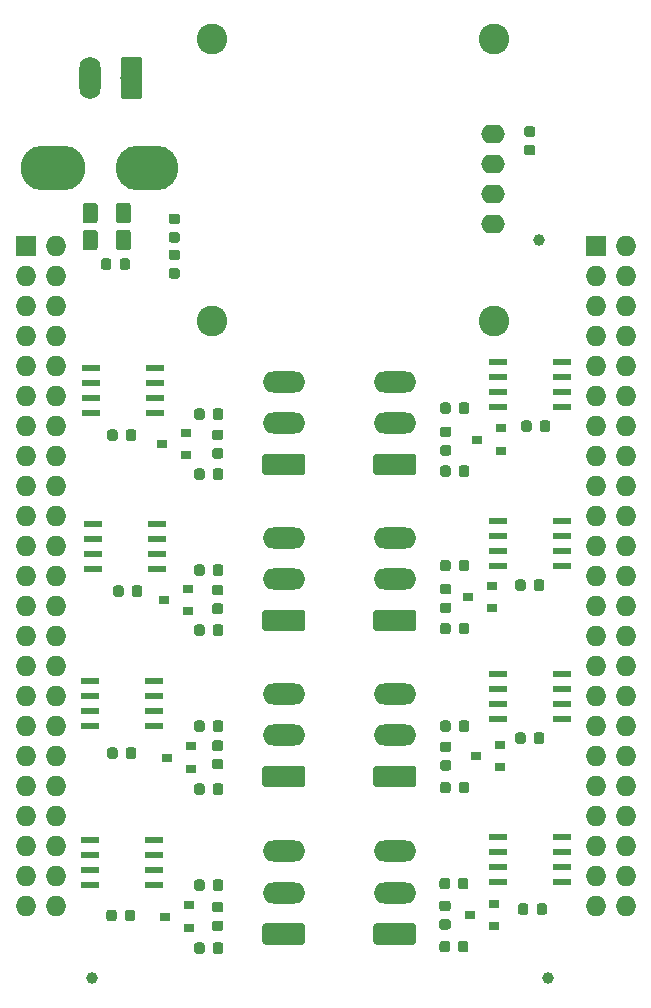
<source format=gbr>
%TF.GenerationSoftware,KiCad,Pcbnew,(5.1.4)-1*%
%TF.CreationDate,2021-10-25T09:14:50+02:00*%
%TF.ProjectId,bbb-diffcape,6262622d-6469-4666-9663-6170652e6b69,rev?*%
%TF.SameCoordinates,Original*%
%TF.FileFunction,Soldermask,Top*%
%TF.FilePolarity,Negative*%
%FSLAX46Y46*%
G04 Gerber Fmt 4.6, Leading zero omitted, Abs format (unit mm)*
G04 Created by KiCad (PCBNEW (5.1.4)-1) date 2021-10-25 09:14:50*
%MOMM*%
%LPD*%
G04 APERTURE LIST*
%ADD10C,1.000000*%
%ADD11R,1.550000X0.600000*%
%ADD12R,0.900000X0.800000*%
%ADD13C,0.100000*%
%ADD14C,0.875000*%
%ADD15R,1.727200X1.727200*%
%ADD16O,1.727200X1.727200*%
%ADD17O,5.300000X3.800000*%
%ADD18O,5.500000X3.800000*%
%ADD19O,3.600000X1.800000*%
%ADD20C,1.800000*%
%ADD21O,1.800000X3.600000*%
%ADD22C,1.250000*%
%ADD23O,2.000000X1.600000*%
%ADD24C,2.600000*%
G04 APERTURE END LIST*
D10*
%TO.C,FID3*%
X160566100Y-124358400D03*
%TD*%
%TO.C,FID2*%
X121958100Y-124358400D03*
%TD*%
%TO.C,FID1*%
X159804100Y-61874400D03*
%TD*%
D11*
%TO.C,U2*%
X127198100Y-112674400D03*
X127198100Y-113944400D03*
X127198100Y-115214400D03*
X127198100Y-116484400D03*
X121798100Y-116484400D03*
X121798100Y-115214400D03*
X121798100Y-113944400D03*
X121798100Y-112674400D03*
%TD*%
D12*
%TO.C,D2*%
X128197100Y-119151400D03*
X130197100Y-118201400D03*
X130197100Y-120101400D03*
%TD*%
D13*
%TO.C,R3*%
G36*
X131316791Y-121344453D02*
G01*
X131338026Y-121347603D01*
X131358850Y-121352819D01*
X131379062Y-121360051D01*
X131398468Y-121369230D01*
X131416881Y-121380266D01*
X131434124Y-121393054D01*
X131450030Y-121407470D01*
X131464446Y-121423376D01*
X131477234Y-121440619D01*
X131488270Y-121459032D01*
X131497449Y-121478438D01*
X131504681Y-121498650D01*
X131509897Y-121519474D01*
X131513047Y-121540709D01*
X131514100Y-121562150D01*
X131514100Y-122074650D01*
X131513047Y-122096091D01*
X131509897Y-122117326D01*
X131504681Y-122138150D01*
X131497449Y-122158362D01*
X131488270Y-122177768D01*
X131477234Y-122196181D01*
X131464446Y-122213424D01*
X131450030Y-122229330D01*
X131434124Y-122243746D01*
X131416881Y-122256534D01*
X131398468Y-122267570D01*
X131379062Y-122276749D01*
X131358850Y-122283981D01*
X131338026Y-122289197D01*
X131316791Y-122292347D01*
X131295350Y-122293400D01*
X130857850Y-122293400D01*
X130836409Y-122292347D01*
X130815174Y-122289197D01*
X130794350Y-122283981D01*
X130774138Y-122276749D01*
X130754732Y-122267570D01*
X130736319Y-122256534D01*
X130719076Y-122243746D01*
X130703170Y-122229330D01*
X130688754Y-122213424D01*
X130675966Y-122196181D01*
X130664930Y-122177768D01*
X130655751Y-122158362D01*
X130648519Y-122138150D01*
X130643303Y-122117326D01*
X130640153Y-122096091D01*
X130639100Y-122074650D01*
X130639100Y-121562150D01*
X130640153Y-121540709D01*
X130643303Y-121519474D01*
X130648519Y-121498650D01*
X130655751Y-121478438D01*
X130664930Y-121459032D01*
X130675966Y-121440619D01*
X130688754Y-121423376D01*
X130703170Y-121407470D01*
X130719076Y-121393054D01*
X130736319Y-121380266D01*
X130754732Y-121369230D01*
X130774138Y-121360051D01*
X130794350Y-121352819D01*
X130815174Y-121347603D01*
X130836409Y-121344453D01*
X130857850Y-121343400D01*
X131295350Y-121343400D01*
X131316791Y-121344453D01*
X131316791Y-121344453D01*
G37*
D14*
X131076600Y-121818400D03*
D13*
G36*
X132891791Y-121344453D02*
G01*
X132913026Y-121347603D01*
X132933850Y-121352819D01*
X132954062Y-121360051D01*
X132973468Y-121369230D01*
X132991881Y-121380266D01*
X133009124Y-121393054D01*
X133025030Y-121407470D01*
X133039446Y-121423376D01*
X133052234Y-121440619D01*
X133063270Y-121459032D01*
X133072449Y-121478438D01*
X133079681Y-121498650D01*
X133084897Y-121519474D01*
X133088047Y-121540709D01*
X133089100Y-121562150D01*
X133089100Y-122074650D01*
X133088047Y-122096091D01*
X133084897Y-122117326D01*
X133079681Y-122138150D01*
X133072449Y-122158362D01*
X133063270Y-122177768D01*
X133052234Y-122196181D01*
X133039446Y-122213424D01*
X133025030Y-122229330D01*
X133009124Y-122243746D01*
X132991881Y-122256534D01*
X132973468Y-122267570D01*
X132954062Y-122276749D01*
X132933850Y-122283981D01*
X132913026Y-122289197D01*
X132891791Y-122292347D01*
X132870350Y-122293400D01*
X132432850Y-122293400D01*
X132411409Y-122292347D01*
X132390174Y-122289197D01*
X132369350Y-122283981D01*
X132349138Y-122276749D01*
X132329732Y-122267570D01*
X132311319Y-122256534D01*
X132294076Y-122243746D01*
X132278170Y-122229330D01*
X132263754Y-122213424D01*
X132250966Y-122196181D01*
X132239930Y-122177768D01*
X132230751Y-122158362D01*
X132223519Y-122138150D01*
X132218303Y-122117326D01*
X132215153Y-122096091D01*
X132214100Y-122074650D01*
X132214100Y-121562150D01*
X132215153Y-121540709D01*
X132218303Y-121519474D01*
X132223519Y-121498650D01*
X132230751Y-121478438D01*
X132239930Y-121459032D01*
X132250966Y-121440619D01*
X132263754Y-121423376D01*
X132278170Y-121407470D01*
X132294076Y-121393054D01*
X132311319Y-121380266D01*
X132329732Y-121369230D01*
X132349138Y-121360051D01*
X132369350Y-121352819D01*
X132390174Y-121347603D01*
X132411409Y-121344453D01*
X132432850Y-121343400D01*
X132870350Y-121343400D01*
X132891791Y-121344453D01*
X132891791Y-121344453D01*
G37*
D14*
X132651600Y-121818400D03*
%TD*%
D13*
%TO.C,R2*%
G36*
X153656291Y-115883453D02*
G01*
X153677526Y-115886603D01*
X153698350Y-115891819D01*
X153718562Y-115899051D01*
X153737968Y-115908230D01*
X153756381Y-115919266D01*
X153773624Y-115932054D01*
X153789530Y-115946470D01*
X153803946Y-115962376D01*
X153816734Y-115979619D01*
X153827770Y-115998032D01*
X153836949Y-116017438D01*
X153844181Y-116037650D01*
X153849397Y-116058474D01*
X153852547Y-116079709D01*
X153853600Y-116101150D01*
X153853600Y-116613650D01*
X153852547Y-116635091D01*
X153849397Y-116656326D01*
X153844181Y-116677150D01*
X153836949Y-116697362D01*
X153827770Y-116716768D01*
X153816734Y-116735181D01*
X153803946Y-116752424D01*
X153789530Y-116768330D01*
X153773624Y-116782746D01*
X153756381Y-116795534D01*
X153737968Y-116806570D01*
X153718562Y-116815749D01*
X153698350Y-116822981D01*
X153677526Y-116828197D01*
X153656291Y-116831347D01*
X153634850Y-116832400D01*
X153197350Y-116832400D01*
X153175909Y-116831347D01*
X153154674Y-116828197D01*
X153133850Y-116822981D01*
X153113638Y-116815749D01*
X153094232Y-116806570D01*
X153075819Y-116795534D01*
X153058576Y-116782746D01*
X153042670Y-116768330D01*
X153028254Y-116752424D01*
X153015466Y-116735181D01*
X153004430Y-116716768D01*
X152995251Y-116697362D01*
X152988019Y-116677150D01*
X152982803Y-116656326D01*
X152979653Y-116635091D01*
X152978600Y-116613650D01*
X152978600Y-116101150D01*
X152979653Y-116079709D01*
X152982803Y-116058474D01*
X152988019Y-116037650D01*
X152995251Y-116017438D01*
X153004430Y-115998032D01*
X153015466Y-115979619D01*
X153028254Y-115962376D01*
X153042670Y-115946470D01*
X153058576Y-115932054D01*
X153075819Y-115919266D01*
X153094232Y-115908230D01*
X153113638Y-115899051D01*
X153133850Y-115891819D01*
X153154674Y-115886603D01*
X153175909Y-115883453D01*
X153197350Y-115882400D01*
X153634850Y-115882400D01*
X153656291Y-115883453D01*
X153656291Y-115883453D01*
G37*
D14*
X153416100Y-116357400D03*
D13*
G36*
X152081291Y-115883453D02*
G01*
X152102526Y-115886603D01*
X152123350Y-115891819D01*
X152143562Y-115899051D01*
X152162968Y-115908230D01*
X152181381Y-115919266D01*
X152198624Y-115932054D01*
X152214530Y-115946470D01*
X152228946Y-115962376D01*
X152241734Y-115979619D01*
X152252770Y-115998032D01*
X152261949Y-116017438D01*
X152269181Y-116037650D01*
X152274397Y-116058474D01*
X152277547Y-116079709D01*
X152278600Y-116101150D01*
X152278600Y-116613650D01*
X152277547Y-116635091D01*
X152274397Y-116656326D01*
X152269181Y-116677150D01*
X152261949Y-116697362D01*
X152252770Y-116716768D01*
X152241734Y-116735181D01*
X152228946Y-116752424D01*
X152214530Y-116768330D01*
X152198624Y-116782746D01*
X152181381Y-116795534D01*
X152162968Y-116806570D01*
X152143562Y-116815749D01*
X152123350Y-116822981D01*
X152102526Y-116828197D01*
X152081291Y-116831347D01*
X152059850Y-116832400D01*
X151622350Y-116832400D01*
X151600909Y-116831347D01*
X151579674Y-116828197D01*
X151558850Y-116822981D01*
X151538638Y-116815749D01*
X151519232Y-116806570D01*
X151500819Y-116795534D01*
X151483576Y-116782746D01*
X151467670Y-116768330D01*
X151453254Y-116752424D01*
X151440466Y-116735181D01*
X151429430Y-116716768D01*
X151420251Y-116697362D01*
X151413019Y-116677150D01*
X151407803Y-116656326D01*
X151404653Y-116635091D01*
X151403600Y-116613650D01*
X151403600Y-116101150D01*
X151404653Y-116079709D01*
X151407803Y-116058474D01*
X151413019Y-116037650D01*
X151420251Y-116017438D01*
X151429430Y-115998032D01*
X151440466Y-115979619D01*
X151453254Y-115962376D01*
X151467670Y-115946470D01*
X151483576Y-115932054D01*
X151500819Y-115919266D01*
X151519232Y-115908230D01*
X151538638Y-115899051D01*
X151558850Y-115891819D01*
X151579674Y-115886603D01*
X151600909Y-115883453D01*
X151622350Y-115882400D01*
X152059850Y-115882400D01*
X152081291Y-115883453D01*
X152081291Y-115883453D01*
G37*
D14*
X151841100Y-116357400D03*
%TD*%
D11*
%TO.C,U7*%
X156342100Y-75971400D03*
X156342100Y-74701400D03*
X156342100Y-73431400D03*
X156342100Y-72161400D03*
X161742100Y-72161400D03*
X161742100Y-73431400D03*
X161742100Y-74701400D03*
X161742100Y-75971400D03*
%TD*%
D15*
%TO.C,P8*%
X164630100Y-62382400D03*
D16*
X167170100Y-62382400D03*
X164630100Y-64922400D03*
X167170100Y-64922400D03*
X164630100Y-67462400D03*
X167170100Y-67462400D03*
X164630100Y-70002400D03*
X167170100Y-70002400D03*
X164630100Y-72542400D03*
X167170100Y-72542400D03*
X164630100Y-75082400D03*
X167170100Y-75082400D03*
X164630100Y-77622400D03*
X167170100Y-77622400D03*
X164630100Y-80162400D03*
X167170100Y-80162400D03*
X164630100Y-82702400D03*
X167170100Y-82702400D03*
X164630100Y-85242400D03*
X167170100Y-85242400D03*
X164630100Y-87782400D03*
X167170100Y-87782400D03*
X164630100Y-90322400D03*
X167170100Y-90322400D03*
X164630100Y-92862400D03*
X167170100Y-92862400D03*
X164630100Y-95402400D03*
X167170100Y-95402400D03*
X164630100Y-97942400D03*
X167170100Y-97942400D03*
X164630100Y-100482400D03*
X167170100Y-100482400D03*
X164630100Y-103022400D03*
X167170100Y-103022400D03*
X164630100Y-105562400D03*
X167170100Y-105562400D03*
X164630100Y-108102400D03*
X167170100Y-108102400D03*
X164630100Y-110642400D03*
X167170100Y-110642400D03*
X164630100Y-113182400D03*
X167170100Y-113182400D03*
X164630100Y-115722400D03*
X167170100Y-115722400D03*
X164630100Y-118262400D03*
X167170100Y-118262400D03*
%TD*%
D11*
%TO.C,U4*%
X127198100Y-99212400D03*
X127198100Y-100482400D03*
X127198100Y-101752400D03*
X127198100Y-103022400D03*
X121798100Y-103022400D03*
X121798100Y-101752400D03*
X121798100Y-100482400D03*
X121798100Y-99212400D03*
%TD*%
D17*
%TO.C,F1*%
X126656100Y-55778400D03*
D18*
X118656100Y-55778400D03*
%TD*%
D11*
%TO.C,U8*%
X127325100Y-72669400D03*
X127325100Y-73939400D03*
X127325100Y-75209400D03*
X127325100Y-76479400D03*
X121925100Y-76479400D03*
X121925100Y-75209400D03*
X121925100Y-73939400D03*
X121925100Y-72669400D03*
%TD*%
%TO.C,U6*%
X127452100Y-85877400D03*
X127452100Y-87147400D03*
X127452100Y-88417400D03*
X127452100Y-89687400D03*
X122052100Y-89687400D03*
X122052100Y-88417400D03*
X122052100Y-87147400D03*
X122052100Y-85877400D03*
%TD*%
%TO.C,U5*%
X156342100Y-89433400D03*
X156342100Y-88163400D03*
X156342100Y-86893400D03*
X156342100Y-85623400D03*
X161742100Y-85623400D03*
X161742100Y-86893400D03*
X161742100Y-88163400D03*
X161742100Y-89433400D03*
%TD*%
%TO.C,U3*%
X156342100Y-102387400D03*
X156342100Y-101117400D03*
X156342100Y-99847400D03*
X156342100Y-98577400D03*
X161742100Y-98577400D03*
X161742100Y-99847400D03*
X161742100Y-101117400D03*
X161742100Y-102387400D03*
%TD*%
%TO.C,U1*%
X156342100Y-116230400D03*
X156342100Y-114960400D03*
X156342100Y-113690400D03*
X156342100Y-112420400D03*
X161742100Y-112420400D03*
X161742100Y-113690400D03*
X161742100Y-114960400D03*
X161742100Y-116230400D03*
%TD*%
D13*
%TO.C,R25*%
G36*
X132903791Y-79497453D02*
G01*
X132925026Y-79500603D01*
X132945850Y-79505819D01*
X132966062Y-79513051D01*
X132985468Y-79522230D01*
X133003881Y-79533266D01*
X133021124Y-79546054D01*
X133037030Y-79560470D01*
X133051446Y-79576376D01*
X133064234Y-79593619D01*
X133075270Y-79612032D01*
X133084449Y-79631438D01*
X133091681Y-79651650D01*
X133096897Y-79672474D01*
X133100047Y-79693709D01*
X133101100Y-79715150D01*
X133101100Y-80152650D01*
X133100047Y-80174091D01*
X133096897Y-80195326D01*
X133091681Y-80216150D01*
X133084449Y-80236362D01*
X133075270Y-80255768D01*
X133064234Y-80274181D01*
X133051446Y-80291424D01*
X133037030Y-80307330D01*
X133021124Y-80321746D01*
X133003881Y-80334534D01*
X132985468Y-80345570D01*
X132966062Y-80354749D01*
X132945850Y-80361981D01*
X132925026Y-80367197D01*
X132903791Y-80370347D01*
X132882350Y-80371400D01*
X132369850Y-80371400D01*
X132348409Y-80370347D01*
X132327174Y-80367197D01*
X132306350Y-80361981D01*
X132286138Y-80354749D01*
X132266732Y-80345570D01*
X132248319Y-80334534D01*
X132231076Y-80321746D01*
X132215170Y-80307330D01*
X132200754Y-80291424D01*
X132187966Y-80274181D01*
X132176930Y-80255768D01*
X132167751Y-80236362D01*
X132160519Y-80216150D01*
X132155303Y-80195326D01*
X132152153Y-80174091D01*
X132151100Y-80152650D01*
X132151100Y-79715150D01*
X132152153Y-79693709D01*
X132155303Y-79672474D01*
X132160519Y-79651650D01*
X132167751Y-79631438D01*
X132176930Y-79612032D01*
X132187966Y-79593619D01*
X132200754Y-79576376D01*
X132215170Y-79560470D01*
X132231076Y-79546054D01*
X132248319Y-79533266D01*
X132266732Y-79522230D01*
X132286138Y-79513051D01*
X132306350Y-79505819D01*
X132327174Y-79500603D01*
X132348409Y-79497453D01*
X132369850Y-79496400D01*
X132882350Y-79496400D01*
X132903791Y-79497453D01*
X132903791Y-79497453D01*
G37*
D14*
X132626100Y-79933900D03*
D13*
G36*
X132903791Y-77922453D02*
G01*
X132925026Y-77925603D01*
X132945850Y-77930819D01*
X132966062Y-77938051D01*
X132985468Y-77947230D01*
X133003881Y-77958266D01*
X133021124Y-77971054D01*
X133037030Y-77985470D01*
X133051446Y-78001376D01*
X133064234Y-78018619D01*
X133075270Y-78037032D01*
X133084449Y-78056438D01*
X133091681Y-78076650D01*
X133096897Y-78097474D01*
X133100047Y-78118709D01*
X133101100Y-78140150D01*
X133101100Y-78577650D01*
X133100047Y-78599091D01*
X133096897Y-78620326D01*
X133091681Y-78641150D01*
X133084449Y-78661362D01*
X133075270Y-78680768D01*
X133064234Y-78699181D01*
X133051446Y-78716424D01*
X133037030Y-78732330D01*
X133021124Y-78746746D01*
X133003881Y-78759534D01*
X132985468Y-78770570D01*
X132966062Y-78779749D01*
X132945850Y-78786981D01*
X132925026Y-78792197D01*
X132903791Y-78795347D01*
X132882350Y-78796400D01*
X132369850Y-78796400D01*
X132348409Y-78795347D01*
X132327174Y-78792197D01*
X132306350Y-78786981D01*
X132286138Y-78779749D01*
X132266732Y-78770570D01*
X132248319Y-78759534D01*
X132231076Y-78746746D01*
X132215170Y-78732330D01*
X132200754Y-78716424D01*
X132187966Y-78699181D01*
X132176930Y-78680768D01*
X132167751Y-78661362D01*
X132160519Y-78641150D01*
X132155303Y-78620326D01*
X132152153Y-78599091D01*
X132151100Y-78577650D01*
X132151100Y-78140150D01*
X132152153Y-78118709D01*
X132155303Y-78097474D01*
X132160519Y-78076650D01*
X132167751Y-78056438D01*
X132176930Y-78037032D01*
X132187966Y-78018619D01*
X132200754Y-78001376D01*
X132215170Y-77985470D01*
X132231076Y-77971054D01*
X132248319Y-77958266D01*
X132266732Y-77947230D01*
X132286138Y-77938051D01*
X132306350Y-77930819D01*
X132327174Y-77925603D01*
X132348409Y-77922453D01*
X132369850Y-77921400D01*
X132882350Y-77921400D01*
X132903791Y-77922453D01*
X132903791Y-77922453D01*
G37*
D14*
X132626100Y-78358900D03*
%TD*%
D13*
%TO.C,R24*%
G36*
X152207791Y-79243453D02*
G01*
X152229026Y-79246603D01*
X152249850Y-79251819D01*
X152270062Y-79259051D01*
X152289468Y-79268230D01*
X152307881Y-79279266D01*
X152325124Y-79292054D01*
X152341030Y-79306470D01*
X152355446Y-79322376D01*
X152368234Y-79339619D01*
X152379270Y-79358032D01*
X152388449Y-79377438D01*
X152395681Y-79397650D01*
X152400897Y-79418474D01*
X152404047Y-79439709D01*
X152405100Y-79461150D01*
X152405100Y-79898650D01*
X152404047Y-79920091D01*
X152400897Y-79941326D01*
X152395681Y-79962150D01*
X152388449Y-79982362D01*
X152379270Y-80001768D01*
X152368234Y-80020181D01*
X152355446Y-80037424D01*
X152341030Y-80053330D01*
X152325124Y-80067746D01*
X152307881Y-80080534D01*
X152289468Y-80091570D01*
X152270062Y-80100749D01*
X152249850Y-80107981D01*
X152229026Y-80113197D01*
X152207791Y-80116347D01*
X152186350Y-80117400D01*
X151673850Y-80117400D01*
X151652409Y-80116347D01*
X151631174Y-80113197D01*
X151610350Y-80107981D01*
X151590138Y-80100749D01*
X151570732Y-80091570D01*
X151552319Y-80080534D01*
X151535076Y-80067746D01*
X151519170Y-80053330D01*
X151504754Y-80037424D01*
X151491966Y-80020181D01*
X151480930Y-80001768D01*
X151471751Y-79982362D01*
X151464519Y-79962150D01*
X151459303Y-79941326D01*
X151456153Y-79920091D01*
X151455100Y-79898650D01*
X151455100Y-79461150D01*
X151456153Y-79439709D01*
X151459303Y-79418474D01*
X151464519Y-79397650D01*
X151471751Y-79377438D01*
X151480930Y-79358032D01*
X151491966Y-79339619D01*
X151504754Y-79322376D01*
X151519170Y-79306470D01*
X151535076Y-79292054D01*
X151552319Y-79279266D01*
X151570732Y-79268230D01*
X151590138Y-79259051D01*
X151610350Y-79251819D01*
X151631174Y-79246603D01*
X151652409Y-79243453D01*
X151673850Y-79242400D01*
X152186350Y-79242400D01*
X152207791Y-79243453D01*
X152207791Y-79243453D01*
G37*
D14*
X151930100Y-79679900D03*
D13*
G36*
X152207791Y-77668453D02*
G01*
X152229026Y-77671603D01*
X152249850Y-77676819D01*
X152270062Y-77684051D01*
X152289468Y-77693230D01*
X152307881Y-77704266D01*
X152325124Y-77717054D01*
X152341030Y-77731470D01*
X152355446Y-77747376D01*
X152368234Y-77764619D01*
X152379270Y-77783032D01*
X152388449Y-77802438D01*
X152395681Y-77822650D01*
X152400897Y-77843474D01*
X152404047Y-77864709D01*
X152405100Y-77886150D01*
X152405100Y-78323650D01*
X152404047Y-78345091D01*
X152400897Y-78366326D01*
X152395681Y-78387150D01*
X152388449Y-78407362D01*
X152379270Y-78426768D01*
X152368234Y-78445181D01*
X152355446Y-78462424D01*
X152341030Y-78478330D01*
X152325124Y-78492746D01*
X152307881Y-78505534D01*
X152289468Y-78516570D01*
X152270062Y-78525749D01*
X152249850Y-78532981D01*
X152229026Y-78538197D01*
X152207791Y-78541347D01*
X152186350Y-78542400D01*
X151673850Y-78542400D01*
X151652409Y-78541347D01*
X151631174Y-78538197D01*
X151610350Y-78532981D01*
X151590138Y-78525749D01*
X151570732Y-78516570D01*
X151552319Y-78505534D01*
X151535076Y-78492746D01*
X151519170Y-78478330D01*
X151504754Y-78462424D01*
X151491966Y-78445181D01*
X151480930Y-78426768D01*
X151471751Y-78407362D01*
X151464519Y-78387150D01*
X151459303Y-78366326D01*
X151456153Y-78345091D01*
X151455100Y-78323650D01*
X151455100Y-77886150D01*
X151456153Y-77864709D01*
X151459303Y-77843474D01*
X151464519Y-77822650D01*
X151471751Y-77802438D01*
X151480930Y-77783032D01*
X151491966Y-77764619D01*
X151504754Y-77747376D01*
X151519170Y-77731470D01*
X151535076Y-77717054D01*
X151552319Y-77704266D01*
X151570732Y-77693230D01*
X151590138Y-77684051D01*
X151610350Y-77676819D01*
X151631174Y-77671603D01*
X151652409Y-77668453D01*
X151673850Y-77667400D01*
X152186350Y-77667400D01*
X152207791Y-77668453D01*
X152207791Y-77668453D01*
G37*
D14*
X151930100Y-78104900D03*
%TD*%
D13*
%TO.C,R23*%
G36*
X131316791Y-76132453D02*
G01*
X131338026Y-76135603D01*
X131358850Y-76140819D01*
X131379062Y-76148051D01*
X131398468Y-76157230D01*
X131416881Y-76168266D01*
X131434124Y-76181054D01*
X131450030Y-76195470D01*
X131464446Y-76211376D01*
X131477234Y-76228619D01*
X131488270Y-76247032D01*
X131497449Y-76266438D01*
X131504681Y-76286650D01*
X131509897Y-76307474D01*
X131513047Y-76328709D01*
X131514100Y-76350150D01*
X131514100Y-76862650D01*
X131513047Y-76884091D01*
X131509897Y-76905326D01*
X131504681Y-76926150D01*
X131497449Y-76946362D01*
X131488270Y-76965768D01*
X131477234Y-76984181D01*
X131464446Y-77001424D01*
X131450030Y-77017330D01*
X131434124Y-77031746D01*
X131416881Y-77044534D01*
X131398468Y-77055570D01*
X131379062Y-77064749D01*
X131358850Y-77071981D01*
X131338026Y-77077197D01*
X131316791Y-77080347D01*
X131295350Y-77081400D01*
X130857850Y-77081400D01*
X130836409Y-77080347D01*
X130815174Y-77077197D01*
X130794350Y-77071981D01*
X130774138Y-77064749D01*
X130754732Y-77055570D01*
X130736319Y-77044534D01*
X130719076Y-77031746D01*
X130703170Y-77017330D01*
X130688754Y-77001424D01*
X130675966Y-76984181D01*
X130664930Y-76965768D01*
X130655751Y-76946362D01*
X130648519Y-76926150D01*
X130643303Y-76905326D01*
X130640153Y-76884091D01*
X130639100Y-76862650D01*
X130639100Y-76350150D01*
X130640153Y-76328709D01*
X130643303Y-76307474D01*
X130648519Y-76286650D01*
X130655751Y-76266438D01*
X130664930Y-76247032D01*
X130675966Y-76228619D01*
X130688754Y-76211376D01*
X130703170Y-76195470D01*
X130719076Y-76181054D01*
X130736319Y-76168266D01*
X130754732Y-76157230D01*
X130774138Y-76148051D01*
X130794350Y-76140819D01*
X130815174Y-76135603D01*
X130836409Y-76132453D01*
X130857850Y-76131400D01*
X131295350Y-76131400D01*
X131316791Y-76132453D01*
X131316791Y-76132453D01*
G37*
D14*
X131076600Y-76606400D03*
D13*
G36*
X132891791Y-76132453D02*
G01*
X132913026Y-76135603D01*
X132933850Y-76140819D01*
X132954062Y-76148051D01*
X132973468Y-76157230D01*
X132991881Y-76168266D01*
X133009124Y-76181054D01*
X133025030Y-76195470D01*
X133039446Y-76211376D01*
X133052234Y-76228619D01*
X133063270Y-76247032D01*
X133072449Y-76266438D01*
X133079681Y-76286650D01*
X133084897Y-76307474D01*
X133088047Y-76328709D01*
X133089100Y-76350150D01*
X133089100Y-76862650D01*
X133088047Y-76884091D01*
X133084897Y-76905326D01*
X133079681Y-76926150D01*
X133072449Y-76946362D01*
X133063270Y-76965768D01*
X133052234Y-76984181D01*
X133039446Y-77001424D01*
X133025030Y-77017330D01*
X133009124Y-77031746D01*
X132991881Y-77044534D01*
X132973468Y-77055570D01*
X132954062Y-77064749D01*
X132933850Y-77071981D01*
X132913026Y-77077197D01*
X132891791Y-77080347D01*
X132870350Y-77081400D01*
X132432850Y-77081400D01*
X132411409Y-77080347D01*
X132390174Y-77077197D01*
X132369350Y-77071981D01*
X132349138Y-77064749D01*
X132329732Y-77055570D01*
X132311319Y-77044534D01*
X132294076Y-77031746D01*
X132278170Y-77017330D01*
X132263754Y-77001424D01*
X132250966Y-76984181D01*
X132239930Y-76965768D01*
X132230751Y-76946362D01*
X132223519Y-76926150D01*
X132218303Y-76905326D01*
X132215153Y-76884091D01*
X132214100Y-76862650D01*
X132214100Y-76350150D01*
X132215153Y-76328709D01*
X132218303Y-76307474D01*
X132223519Y-76286650D01*
X132230751Y-76266438D01*
X132239930Y-76247032D01*
X132250966Y-76228619D01*
X132263754Y-76211376D01*
X132278170Y-76195470D01*
X132294076Y-76181054D01*
X132311319Y-76168266D01*
X132329732Y-76157230D01*
X132349138Y-76148051D01*
X132369350Y-76140819D01*
X132390174Y-76135603D01*
X132411409Y-76132453D01*
X132432850Y-76131400D01*
X132870350Y-76131400D01*
X132891791Y-76132453D01*
X132891791Y-76132453D01*
G37*
D14*
X132651600Y-76606400D03*
%TD*%
D13*
%TO.C,R22*%
G36*
X131316791Y-81212453D02*
G01*
X131338026Y-81215603D01*
X131358850Y-81220819D01*
X131379062Y-81228051D01*
X131398468Y-81237230D01*
X131416881Y-81248266D01*
X131434124Y-81261054D01*
X131450030Y-81275470D01*
X131464446Y-81291376D01*
X131477234Y-81308619D01*
X131488270Y-81327032D01*
X131497449Y-81346438D01*
X131504681Y-81366650D01*
X131509897Y-81387474D01*
X131513047Y-81408709D01*
X131514100Y-81430150D01*
X131514100Y-81942650D01*
X131513047Y-81964091D01*
X131509897Y-81985326D01*
X131504681Y-82006150D01*
X131497449Y-82026362D01*
X131488270Y-82045768D01*
X131477234Y-82064181D01*
X131464446Y-82081424D01*
X131450030Y-82097330D01*
X131434124Y-82111746D01*
X131416881Y-82124534D01*
X131398468Y-82135570D01*
X131379062Y-82144749D01*
X131358850Y-82151981D01*
X131338026Y-82157197D01*
X131316791Y-82160347D01*
X131295350Y-82161400D01*
X130857850Y-82161400D01*
X130836409Y-82160347D01*
X130815174Y-82157197D01*
X130794350Y-82151981D01*
X130774138Y-82144749D01*
X130754732Y-82135570D01*
X130736319Y-82124534D01*
X130719076Y-82111746D01*
X130703170Y-82097330D01*
X130688754Y-82081424D01*
X130675966Y-82064181D01*
X130664930Y-82045768D01*
X130655751Y-82026362D01*
X130648519Y-82006150D01*
X130643303Y-81985326D01*
X130640153Y-81964091D01*
X130639100Y-81942650D01*
X130639100Y-81430150D01*
X130640153Y-81408709D01*
X130643303Y-81387474D01*
X130648519Y-81366650D01*
X130655751Y-81346438D01*
X130664930Y-81327032D01*
X130675966Y-81308619D01*
X130688754Y-81291376D01*
X130703170Y-81275470D01*
X130719076Y-81261054D01*
X130736319Y-81248266D01*
X130754732Y-81237230D01*
X130774138Y-81228051D01*
X130794350Y-81220819D01*
X130815174Y-81215603D01*
X130836409Y-81212453D01*
X130857850Y-81211400D01*
X131295350Y-81211400D01*
X131316791Y-81212453D01*
X131316791Y-81212453D01*
G37*
D14*
X131076600Y-81686400D03*
D13*
G36*
X132891791Y-81212453D02*
G01*
X132913026Y-81215603D01*
X132933850Y-81220819D01*
X132954062Y-81228051D01*
X132973468Y-81237230D01*
X132991881Y-81248266D01*
X133009124Y-81261054D01*
X133025030Y-81275470D01*
X133039446Y-81291376D01*
X133052234Y-81308619D01*
X133063270Y-81327032D01*
X133072449Y-81346438D01*
X133079681Y-81366650D01*
X133084897Y-81387474D01*
X133088047Y-81408709D01*
X133089100Y-81430150D01*
X133089100Y-81942650D01*
X133088047Y-81964091D01*
X133084897Y-81985326D01*
X133079681Y-82006150D01*
X133072449Y-82026362D01*
X133063270Y-82045768D01*
X133052234Y-82064181D01*
X133039446Y-82081424D01*
X133025030Y-82097330D01*
X133009124Y-82111746D01*
X132991881Y-82124534D01*
X132973468Y-82135570D01*
X132954062Y-82144749D01*
X132933850Y-82151981D01*
X132913026Y-82157197D01*
X132891791Y-82160347D01*
X132870350Y-82161400D01*
X132432850Y-82161400D01*
X132411409Y-82160347D01*
X132390174Y-82157197D01*
X132369350Y-82151981D01*
X132349138Y-82144749D01*
X132329732Y-82135570D01*
X132311319Y-82124534D01*
X132294076Y-82111746D01*
X132278170Y-82097330D01*
X132263754Y-82081424D01*
X132250966Y-82064181D01*
X132239930Y-82045768D01*
X132230751Y-82026362D01*
X132223519Y-82006150D01*
X132218303Y-81985326D01*
X132215153Y-81964091D01*
X132214100Y-81942650D01*
X132214100Y-81430150D01*
X132215153Y-81408709D01*
X132218303Y-81387474D01*
X132223519Y-81366650D01*
X132230751Y-81346438D01*
X132239930Y-81327032D01*
X132250966Y-81308619D01*
X132263754Y-81291376D01*
X132278170Y-81275470D01*
X132294076Y-81261054D01*
X132311319Y-81248266D01*
X132329732Y-81237230D01*
X132349138Y-81228051D01*
X132369350Y-81220819D01*
X132390174Y-81215603D01*
X132411409Y-81212453D01*
X132432850Y-81211400D01*
X132870350Y-81211400D01*
X132891791Y-81212453D01*
X132891791Y-81212453D01*
G37*
D14*
X132651600Y-81686400D03*
%TD*%
D13*
%TO.C,R21*%
G36*
X153719791Y-75624453D02*
G01*
X153741026Y-75627603D01*
X153761850Y-75632819D01*
X153782062Y-75640051D01*
X153801468Y-75649230D01*
X153819881Y-75660266D01*
X153837124Y-75673054D01*
X153853030Y-75687470D01*
X153867446Y-75703376D01*
X153880234Y-75720619D01*
X153891270Y-75739032D01*
X153900449Y-75758438D01*
X153907681Y-75778650D01*
X153912897Y-75799474D01*
X153916047Y-75820709D01*
X153917100Y-75842150D01*
X153917100Y-76354650D01*
X153916047Y-76376091D01*
X153912897Y-76397326D01*
X153907681Y-76418150D01*
X153900449Y-76438362D01*
X153891270Y-76457768D01*
X153880234Y-76476181D01*
X153867446Y-76493424D01*
X153853030Y-76509330D01*
X153837124Y-76523746D01*
X153819881Y-76536534D01*
X153801468Y-76547570D01*
X153782062Y-76556749D01*
X153761850Y-76563981D01*
X153741026Y-76569197D01*
X153719791Y-76572347D01*
X153698350Y-76573400D01*
X153260850Y-76573400D01*
X153239409Y-76572347D01*
X153218174Y-76569197D01*
X153197350Y-76563981D01*
X153177138Y-76556749D01*
X153157732Y-76547570D01*
X153139319Y-76536534D01*
X153122076Y-76523746D01*
X153106170Y-76509330D01*
X153091754Y-76493424D01*
X153078966Y-76476181D01*
X153067930Y-76457768D01*
X153058751Y-76438362D01*
X153051519Y-76418150D01*
X153046303Y-76397326D01*
X153043153Y-76376091D01*
X153042100Y-76354650D01*
X153042100Y-75842150D01*
X153043153Y-75820709D01*
X153046303Y-75799474D01*
X153051519Y-75778650D01*
X153058751Y-75758438D01*
X153067930Y-75739032D01*
X153078966Y-75720619D01*
X153091754Y-75703376D01*
X153106170Y-75687470D01*
X153122076Y-75673054D01*
X153139319Y-75660266D01*
X153157732Y-75649230D01*
X153177138Y-75640051D01*
X153197350Y-75632819D01*
X153218174Y-75627603D01*
X153239409Y-75624453D01*
X153260850Y-75623400D01*
X153698350Y-75623400D01*
X153719791Y-75624453D01*
X153719791Y-75624453D01*
G37*
D14*
X153479600Y-76098400D03*
D13*
G36*
X152144791Y-75624453D02*
G01*
X152166026Y-75627603D01*
X152186850Y-75632819D01*
X152207062Y-75640051D01*
X152226468Y-75649230D01*
X152244881Y-75660266D01*
X152262124Y-75673054D01*
X152278030Y-75687470D01*
X152292446Y-75703376D01*
X152305234Y-75720619D01*
X152316270Y-75739032D01*
X152325449Y-75758438D01*
X152332681Y-75778650D01*
X152337897Y-75799474D01*
X152341047Y-75820709D01*
X152342100Y-75842150D01*
X152342100Y-76354650D01*
X152341047Y-76376091D01*
X152337897Y-76397326D01*
X152332681Y-76418150D01*
X152325449Y-76438362D01*
X152316270Y-76457768D01*
X152305234Y-76476181D01*
X152292446Y-76493424D01*
X152278030Y-76509330D01*
X152262124Y-76523746D01*
X152244881Y-76536534D01*
X152226468Y-76547570D01*
X152207062Y-76556749D01*
X152186850Y-76563981D01*
X152166026Y-76569197D01*
X152144791Y-76572347D01*
X152123350Y-76573400D01*
X151685850Y-76573400D01*
X151664409Y-76572347D01*
X151643174Y-76569197D01*
X151622350Y-76563981D01*
X151602138Y-76556749D01*
X151582732Y-76547570D01*
X151564319Y-76536534D01*
X151547076Y-76523746D01*
X151531170Y-76509330D01*
X151516754Y-76493424D01*
X151503966Y-76476181D01*
X151492930Y-76457768D01*
X151483751Y-76438362D01*
X151476519Y-76418150D01*
X151471303Y-76397326D01*
X151468153Y-76376091D01*
X151467100Y-76354650D01*
X151467100Y-75842150D01*
X151468153Y-75820709D01*
X151471303Y-75799474D01*
X151476519Y-75778650D01*
X151483751Y-75758438D01*
X151492930Y-75739032D01*
X151503966Y-75720619D01*
X151516754Y-75703376D01*
X151531170Y-75687470D01*
X151547076Y-75673054D01*
X151564319Y-75660266D01*
X151582732Y-75649230D01*
X151602138Y-75640051D01*
X151622350Y-75632819D01*
X151643174Y-75627603D01*
X151664409Y-75624453D01*
X151685850Y-75623400D01*
X152123350Y-75623400D01*
X152144791Y-75624453D01*
X152144791Y-75624453D01*
G37*
D14*
X151904600Y-76098400D03*
%TD*%
D13*
%TO.C,R20*%
G36*
X153719791Y-80958453D02*
G01*
X153741026Y-80961603D01*
X153761850Y-80966819D01*
X153782062Y-80974051D01*
X153801468Y-80983230D01*
X153819881Y-80994266D01*
X153837124Y-81007054D01*
X153853030Y-81021470D01*
X153867446Y-81037376D01*
X153880234Y-81054619D01*
X153891270Y-81073032D01*
X153900449Y-81092438D01*
X153907681Y-81112650D01*
X153912897Y-81133474D01*
X153916047Y-81154709D01*
X153917100Y-81176150D01*
X153917100Y-81688650D01*
X153916047Y-81710091D01*
X153912897Y-81731326D01*
X153907681Y-81752150D01*
X153900449Y-81772362D01*
X153891270Y-81791768D01*
X153880234Y-81810181D01*
X153867446Y-81827424D01*
X153853030Y-81843330D01*
X153837124Y-81857746D01*
X153819881Y-81870534D01*
X153801468Y-81881570D01*
X153782062Y-81890749D01*
X153761850Y-81897981D01*
X153741026Y-81903197D01*
X153719791Y-81906347D01*
X153698350Y-81907400D01*
X153260850Y-81907400D01*
X153239409Y-81906347D01*
X153218174Y-81903197D01*
X153197350Y-81897981D01*
X153177138Y-81890749D01*
X153157732Y-81881570D01*
X153139319Y-81870534D01*
X153122076Y-81857746D01*
X153106170Y-81843330D01*
X153091754Y-81827424D01*
X153078966Y-81810181D01*
X153067930Y-81791768D01*
X153058751Y-81772362D01*
X153051519Y-81752150D01*
X153046303Y-81731326D01*
X153043153Y-81710091D01*
X153042100Y-81688650D01*
X153042100Y-81176150D01*
X153043153Y-81154709D01*
X153046303Y-81133474D01*
X153051519Y-81112650D01*
X153058751Y-81092438D01*
X153067930Y-81073032D01*
X153078966Y-81054619D01*
X153091754Y-81037376D01*
X153106170Y-81021470D01*
X153122076Y-81007054D01*
X153139319Y-80994266D01*
X153157732Y-80983230D01*
X153177138Y-80974051D01*
X153197350Y-80966819D01*
X153218174Y-80961603D01*
X153239409Y-80958453D01*
X153260850Y-80957400D01*
X153698350Y-80957400D01*
X153719791Y-80958453D01*
X153719791Y-80958453D01*
G37*
D14*
X153479600Y-81432400D03*
D13*
G36*
X152144791Y-80958453D02*
G01*
X152166026Y-80961603D01*
X152186850Y-80966819D01*
X152207062Y-80974051D01*
X152226468Y-80983230D01*
X152244881Y-80994266D01*
X152262124Y-81007054D01*
X152278030Y-81021470D01*
X152292446Y-81037376D01*
X152305234Y-81054619D01*
X152316270Y-81073032D01*
X152325449Y-81092438D01*
X152332681Y-81112650D01*
X152337897Y-81133474D01*
X152341047Y-81154709D01*
X152342100Y-81176150D01*
X152342100Y-81688650D01*
X152341047Y-81710091D01*
X152337897Y-81731326D01*
X152332681Y-81752150D01*
X152325449Y-81772362D01*
X152316270Y-81791768D01*
X152305234Y-81810181D01*
X152292446Y-81827424D01*
X152278030Y-81843330D01*
X152262124Y-81857746D01*
X152244881Y-81870534D01*
X152226468Y-81881570D01*
X152207062Y-81890749D01*
X152186850Y-81897981D01*
X152166026Y-81903197D01*
X152144791Y-81906347D01*
X152123350Y-81907400D01*
X151685850Y-81907400D01*
X151664409Y-81906347D01*
X151643174Y-81903197D01*
X151622350Y-81897981D01*
X151602138Y-81890749D01*
X151582732Y-81881570D01*
X151564319Y-81870534D01*
X151547076Y-81857746D01*
X151531170Y-81843330D01*
X151516754Y-81827424D01*
X151503966Y-81810181D01*
X151492930Y-81791768D01*
X151483751Y-81772362D01*
X151476519Y-81752150D01*
X151471303Y-81731326D01*
X151468153Y-81710091D01*
X151467100Y-81688650D01*
X151467100Y-81176150D01*
X151468153Y-81154709D01*
X151471303Y-81133474D01*
X151476519Y-81112650D01*
X151483751Y-81092438D01*
X151492930Y-81073032D01*
X151503966Y-81054619D01*
X151516754Y-81037376D01*
X151531170Y-81021470D01*
X151547076Y-81007054D01*
X151564319Y-80994266D01*
X151582732Y-80983230D01*
X151602138Y-80974051D01*
X151622350Y-80966819D01*
X151643174Y-80961603D01*
X151664409Y-80958453D01*
X151685850Y-80957400D01*
X152123350Y-80957400D01*
X152144791Y-80958453D01*
X152144791Y-80958453D01*
G37*
D14*
X151904600Y-81432400D03*
%TD*%
D13*
%TO.C,R19*%
G36*
X132903791Y-92641953D02*
G01*
X132925026Y-92645103D01*
X132945850Y-92650319D01*
X132966062Y-92657551D01*
X132985468Y-92666730D01*
X133003881Y-92677766D01*
X133021124Y-92690554D01*
X133037030Y-92704970D01*
X133051446Y-92720876D01*
X133064234Y-92738119D01*
X133075270Y-92756532D01*
X133084449Y-92775938D01*
X133091681Y-92796150D01*
X133096897Y-92816974D01*
X133100047Y-92838209D01*
X133101100Y-92859650D01*
X133101100Y-93297150D01*
X133100047Y-93318591D01*
X133096897Y-93339826D01*
X133091681Y-93360650D01*
X133084449Y-93380862D01*
X133075270Y-93400268D01*
X133064234Y-93418681D01*
X133051446Y-93435924D01*
X133037030Y-93451830D01*
X133021124Y-93466246D01*
X133003881Y-93479034D01*
X132985468Y-93490070D01*
X132966062Y-93499249D01*
X132945850Y-93506481D01*
X132925026Y-93511697D01*
X132903791Y-93514847D01*
X132882350Y-93515900D01*
X132369850Y-93515900D01*
X132348409Y-93514847D01*
X132327174Y-93511697D01*
X132306350Y-93506481D01*
X132286138Y-93499249D01*
X132266732Y-93490070D01*
X132248319Y-93479034D01*
X132231076Y-93466246D01*
X132215170Y-93451830D01*
X132200754Y-93435924D01*
X132187966Y-93418681D01*
X132176930Y-93400268D01*
X132167751Y-93380862D01*
X132160519Y-93360650D01*
X132155303Y-93339826D01*
X132152153Y-93318591D01*
X132151100Y-93297150D01*
X132151100Y-92859650D01*
X132152153Y-92838209D01*
X132155303Y-92816974D01*
X132160519Y-92796150D01*
X132167751Y-92775938D01*
X132176930Y-92756532D01*
X132187966Y-92738119D01*
X132200754Y-92720876D01*
X132215170Y-92704970D01*
X132231076Y-92690554D01*
X132248319Y-92677766D01*
X132266732Y-92666730D01*
X132286138Y-92657551D01*
X132306350Y-92650319D01*
X132327174Y-92645103D01*
X132348409Y-92641953D01*
X132369850Y-92640900D01*
X132882350Y-92640900D01*
X132903791Y-92641953D01*
X132903791Y-92641953D01*
G37*
D14*
X132626100Y-93078400D03*
D13*
G36*
X132903791Y-91066953D02*
G01*
X132925026Y-91070103D01*
X132945850Y-91075319D01*
X132966062Y-91082551D01*
X132985468Y-91091730D01*
X133003881Y-91102766D01*
X133021124Y-91115554D01*
X133037030Y-91129970D01*
X133051446Y-91145876D01*
X133064234Y-91163119D01*
X133075270Y-91181532D01*
X133084449Y-91200938D01*
X133091681Y-91221150D01*
X133096897Y-91241974D01*
X133100047Y-91263209D01*
X133101100Y-91284650D01*
X133101100Y-91722150D01*
X133100047Y-91743591D01*
X133096897Y-91764826D01*
X133091681Y-91785650D01*
X133084449Y-91805862D01*
X133075270Y-91825268D01*
X133064234Y-91843681D01*
X133051446Y-91860924D01*
X133037030Y-91876830D01*
X133021124Y-91891246D01*
X133003881Y-91904034D01*
X132985468Y-91915070D01*
X132966062Y-91924249D01*
X132945850Y-91931481D01*
X132925026Y-91936697D01*
X132903791Y-91939847D01*
X132882350Y-91940900D01*
X132369850Y-91940900D01*
X132348409Y-91939847D01*
X132327174Y-91936697D01*
X132306350Y-91931481D01*
X132286138Y-91924249D01*
X132266732Y-91915070D01*
X132248319Y-91904034D01*
X132231076Y-91891246D01*
X132215170Y-91876830D01*
X132200754Y-91860924D01*
X132187966Y-91843681D01*
X132176930Y-91825268D01*
X132167751Y-91805862D01*
X132160519Y-91785650D01*
X132155303Y-91764826D01*
X132152153Y-91743591D01*
X132151100Y-91722150D01*
X132151100Y-91284650D01*
X132152153Y-91263209D01*
X132155303Y-91241974D01*
X132160519Y-91221150D01*
X132167751Y-91200938D01*
X132176930Y-91181532D01*
X132187966Y-91163119D01*
X132200754Y-91145876D01*
X132215170Y-91129970D01*
X132231076Y-91115554D01*
X132248319Y-91102766D01*
X132266732Y-91091730D01*
X132286138Y-91082551D01*
X132306350Y-91075319D01*
X132327174Y-91070103D01*
X132348409Y-91066953D01*
X132369850Y-91065900D01*
X132882350Y-91065900D01*
X132903791Y-91066953D01*
X132903791Y-91066953D01*
G37*
D14*
X132626100Y-91503400D03*
%TD*%
D13*
%TO.C,R18*%
G36*
X152207791Y-92578453D02*
G01*
X152229026Y-92581603D01*
X152249850Y-92586819D01*
X152270062Y-92594051D01*
X152289468Y-92603230D01*
X152307881Y-92614266D01*
X152325124Y-92627054D01*
X152341030Y-92641470D01*
X152355446Y-92657376D01*
X152368234Y-92674619D01*
X152379270Y-92693032D01*
X152388449Y-92712438D01*
X152395681Y-92732650D01*
X152400897Y-92753474D01*
X152404047Y-92774709D01*
X152405100Y-92796150D01*
X152405100Y-93233650D01*
X152404047Y-93255091D01*
X152400897Y-93276326D01*
X152395681Y-93297150D01*
X152388449Y-93317362D01*
X152379270Y-93336768D01*
X152368234Y-93355181D01*
X152355446Y-93372424D01*
X152341030Y-93388330D01*
X152325124Y-93402746D01*
X152307881Y-93415534D01*
X152289468Y-93426570D01*
X152270062Y-93435749D01*
X152249850Y-93442981D01*
X152229026Y-93448197D01*
X152207791Y-93451347D01*
X152186350Y-93452400D01*
X151673850Y-93452400D01*
X151652409Y-93451347D01*
X151631174Y-93448197D01*
X151610350Y-93442981D01*
X151590138Y-93435749D01*
X151570732Y-93426570D01*
X151552319Y-93415534D01*
X151535076Y-93402746D01*
X151519170Y-93388330D01*
X151504754Y-93372424D01*
X151491966Y-93355181D01*
X151480930Y-93336768D01*
X151471751Y-93317362D01*
X151464519Y-93297150D01*
X151459303Y-93276326D01*
X151456153Y-93255091D01*
X151455100Y-93233650D01*
X151455100Y-92796150D01*
X151456153Y-92774709D01*
X151459303Y-92753474D01*
X151464519Y-92732650D01*
X151471751Y-92712438D01*
X151480930Y-92693032D01*
X151491966Y-92674619D01*
X151504754Y-92657376D01*
X151519170Y-92641470D01*
X151535076Y-92627054D01*
X151552319Y-92614266D01*
X151570732Y-92603230D01*
X151590138Y-92594051D01*
X151610350Y-92586819D01*
X151631174Y-92581603D01*
X151652409Y-92578453D01*
X151673850Y-92577400D01*
X152186350Y-92577400D01*
X152207791Y-92578453D01*
X152207791Y-92578453D01*
G37*
D14*
X151930100Y-93014900D03*
D13*
G36*
X152207791Y-91003453D02*
G01*
X152229026Y-91006603D01*
X152249850Y-91011819D01*
X152270062Y-91019051D01*
X152289468Y-91028230D01*
X152307881Y-91039266D01*
X152325124Y-91052054D01*
X152341030Y-91066470D01*
X152355446Y-91082376D01*
X152368234Y-91099619D01*
X152379270Y-91118032D01*
X152388449Y-91137438D01*
X152395681Y-91157650D01*
X152400897Y-91178474D01*
X152404047Y-91199709D01*
X152405100Y-91221150D01*
X152405100Y-91658650D01*
X152404047Y-91680091D01*
X152400897Y-91701326D01*
X152395681Y-91722150D01*
X152388449Y-91742362D01*
X152379270Y-91761768D01*
X152368234Y-91780181D01*
X152355446Y-91797424D01*
X152341030Y-91813330D01*
X152325124Y-91827746D01*
X152307881Y-91840534D01*
X152289468Y-91851570D01*
X152270062Y-91860749D01*
X152249850Y-91867981D01*
X152229026Y-91873197D01*
X152207791Y-91876347D01*
X152186350Y-91877400D01*
X151673850Y-91877400D01*
X151652409Y-91876347D01*
X151631174Y-91873197D01*
X151610350Y-91867981D01*
X151590138Y-91860749D01*
X151570732Y-91851570D01*
X151552319Y-91840534D01*
X151535076Y-91827746D01*
X151519170Y-91813330D01*
X151504754Y-91797424D01*
X151491966Y-91780181D01*
X151480930Y-91761768D01*
X151471751Y-91742362D01*
X151464519Y-91722150D01*
X151459303Y-91701326D01*
X151456153Y-91680091D01*
X151455100Y-91658650D01*
X151455100Y-91221150D01*
X151456153Y-91199709D01*
X151459303Y-91178474D01*
X151464519Y-91157650D01*
X151471751Y-91137438D01*
X151480930Y-91118032D01*
X151491966Y-91099619D01*
X151504754Y-91082376D01*
X151519170Y-91066470D01*
X151535076Y-91052054D01*
X151552319Y-91039266D01*
X151570732Y-91028230D01*
X151590138Y-91019051D01*
X151610350Y-91011819D01*
X151631174Y-91006603D01*
X151652409Y-91003453D01*
X151673850Y-91002400D01*
X152186350Y-91002400D01*
X152207791Y-91003453D01*
X152207791Y-91003453D01*
G37*
D14*
X151930100Y-91439900D03*
%TD*%
D13*
%TO.C,R17*%
G36*
X131316791Y-89340453D02*
G01*
X131338026Y-89343603D01*
X131358850Y-89348819D01*
X131379062Y-89356051D01*
X131398468Y-89365230D01*
X131416881Y-89376266D01*
X131434124Y-89389054D01*
X131450030Y-89403470D01*
X131464446Y-89419376D01*
X131477234Y-89436619D01*
X131488270Y-89455032D01*
X131497449Y-89474438D01*
X131504681Y-89494650D01*
X131509897Y-89515474D01*
X131513047Y-89536709D01*
X131514100Y-89558150D01*
X131514100Y-90070650D01*
X131513047Y-90092091D01*
X131509897Y-90113326D01*
X131504681Y-90134150D01*
X131497449Y-90154362D01*
X131488270Y-90173768D01*
X131477234Y-90192181D01*
X131464446Y-90209424D01*
X131450030Y-90225330D01*
X131434124Y-90239746D01*
X131416881Y-90252534D01*
X131398468Y-90263570D01*
X131379062Y-90272749D01*
X131358850Y-90279981D01*
X131338026Y-90285197D01*
X131316791Y-90288347D01*
X131295350Y-90289400D01*
X130857850Y-90289400D01*
X130836409Y-90288347D01*
X130815174Y-90285197D01*
X130794350Y-90279981D01*
X130774138Y-90272749D01*
X130754732Y-90263570D01*
X130736319Y-90252534D01*
X130719076Y-90239746D01*
X130703170Y-90225330D01*
X130688754Y-90209424D01*
X130675966Y-90192181D01*
X130664930Y-90173768D01*
X130655751Y-90154362D01*
X130648519Y-90134150D01*
X130643303Y-90113326D01*
X130640153Y-90092091D01*
X130639100Y-90070650D01*
X130639100Y-89558150D01*
X130640153Y-89536709D01*
X130643303Y-89515474D01*
X130648519Y-89494650D01*
X130655751Y-89474438D01*
X130664930Y-89455032D01*
X130675966Y-89436619D01*
X130688754Y-89419376D01*
X130703170Y-89403470D01*
X130719076Y-89389054D01*
X130736319Y-89376266D01*
X130754732Y-89365230D01*
X130774138Y-89356051D01*
X130794350Y-89348819D01*
X130815174Y-89343603D01*
X130836409Y-89340453D01*
X130857850Y-89339400D01*
X131295350Y-89339400D01*
X131316791Y-89340453D01*
X131316791Y-89340453D01*
G37*
D14*
X131076600Y-89814400D03*
D13*
G36*
X132891791Y-89340453D02*
G01*
X132913026Y-89343603D01*
X132933850Y-89348819D01*
X132954062Y-89356051D01*
X132973468Y-89365230D01*
X132991881Y-89376266D01*
X133009124Y-89389054D01*
X133025030Y-89403470D01*
X133039446Y-89419376D01*
X133052234Y-89436619D01*
X133063270Y-89455032D01*
X133072449Y-89474438D01*
X133079681Y-89494650D01*
X133084897Y-89515474D01*
X133088047Y-89536709D01*
X133089100Y-89558150D01*
X133089100Y-90070650D01*
X133088047Y-90092091D01*
X133084897Y-90113326D01*
X133079681Y-90134150D01*
X133072449Y-90154362D01*
X133063270Y-90173768D01*
X133052234Y-90192181D01*
X133039446Y-90209424D01*
X133025030Y-90225330D01*
X133009124Y-90239746D01*
X132991881Y-90252534D01*
X132973468Y-90263570D01*
X132954062Y-90272749D01*
X132933850Y-90279981D01*
X132913026Y-90285197D01*
X132891791Y-90288347D01*
X132870350Y-90289400D01*
X132432850Y-90289400D01*
X132411409Y-90288347D01*
X132390174Y-90285197D01*
X132369350Y-90279981D01*
X132349138Y-90272749D01*
X132329732Y-90263570D01*
X132311319Y-90252534D01*
X132294076Y-90239746D01*
X132278170Y-90225330D01*
X132263754Y-90209424D01*
X132250966Y-90192181D01*
X132239930Y-90173768D01*
X132230751Y-90154362D01*
X132223519Y-90134150D01*
X132218303Y-90113326D01*
X132215153Y-90092091D01*
X132214100Y-90070650D01*
X132214100Y-89558150D01*
X132215153Y-89536709D01*
X132218303Y-89515474D01*
X132223519Y-89494650D01*
X132230751Y-89474438D01*
X132239930Y-89455032D01*
X132250966Y-89436619D01*
X132263754Y-89419376D01*
X132278170Y-89403470D01*
X132294076Y-89389054D01*
X132311319Y-89376266D01*
X132329732Y-89365230D01*
X132349138Y-89356051D01*
X132369350Y-89348819D01*
X132390174Y-89343603D01*
X132411409Y-89340453D01*
X132432850Y-89339400D01*
X132870350Y-89339400D01*
X132891791Y-89340453D01*
X132891791Y-89340453D01*
G37*
D14*
X132651600Y-89814400D03*
%TD*%
D13*
%TO.C,R16*%
G36*
X131316791Y-94420453D02*
G01*
X131338026Y-94423603D01*
X131358850Y-94428819D01*
X131379062Y-94436051D01*
X131398468Y-94445230D01*
X131416881Y-94456266D01*
X131434124Y-94469054D01*
X131450030Y-94483470D01*
X131464446Y-94499376D01*
X131477234Y-94516619D01*
X131488270Y-94535032D01*
X131497449Y-94554438D01*
X131504681Y-94574650D01*
X131509897Y-94595474D01*
X131513047Y-94616709D01*
X131514100Y-94638150D01*
X131514100Y-95150650D01*
X131513047Y-95172091D01*
X131509897Y-95193326D01*
X131504681Y-95214150D01*
X131497449Y-95234362D01*
X131488270Y-95253768D01*
X131477234Y-95272181D01*
X131464446Y-95289424D01*
X131450030Y-95305330D01*
X131434124Y-95319746D01*
X131416881Y-95332534D01*
X131398468Y-95343570D01*
X131379062Y-95352749D01*
X131358850Y-95359981D01*
X131338026Y-95365197D01*
X131316791Y-95368347D01*
X131295350Y-95369400D01*
X130857850Y-95369400D01*
X130836409Y-95368347D01*
X130815174Y-95365197D01*
X130794350Y-95359981D01*
X130774138Y-95352749D01*
X130754732Y-95343570D01*
X130736319Y-95332534D01*
X130719076Y-95319746D01*
X130703170Y-95305330D01*
X130688754Y-95289424D01*
X130675966Y-95272181D01*
X130664930Y-95253768D01*
X130655751Y-95234362D01*
X130648519Y-95214150D01*
X130643303Y-95193326D01*
X130640153Y-95172091D01*
X130639100Y-95150650D01*
X130639100Y-94638150D01*
X130640153Y-94616709D01*
X130643303Y-94595474D01*
X130648519Y-94574650D01*
X130655751Y-94554438D01*
X130664930Y-94535032D01*
X130675966Y-94516619D01*
X130688754Y-94499376D01*
X130703170Y-94483470D01*
X130719076Y-94469054D01*
X130736319Y-94456266D01*
X130754732Y-94445230D01*
X130774138Y-94436051D01*
X130794350Y-94428819D01*
X130815174Y-94423603D01*
X130836409Y-94420453D01*
X130857850Y-94419400D01*
X131295350Y-94419400D01*
X131316791Y-94420453D01*
X131316791Y-94420453D01*
G37*
D14*
X131076600Y-94894400D03*
D13*
G36*
X132891791Y-94420453D02*
G01*
X132913026Y-94423603D01*
X132933850Y-94428819D01*
X132954062Y-94436051D01*
X132973468Y-94445230D01*
X132991881Y-94456266D01*
X133009124Y-94469054D01*
X133025030Y-94483470D01*
X133039446Y-94499376D01*
X133052234Y-94516619D01*
X133063270Y-94535032D01*
X133072449Y-94554438D01*
X133079681Y-94574650D01*
X133084897Y-94595474D01*
X133088047Y-94616709D01*
X133089100Y-94638150D01*
X133089100Y-95150650D01*
X133088047Y-95172091D01*
X133084897Y-95193326D01*
X133079681Y-95214150D01*
X133072449Y-95234362D01*
X133063270Y-95253768D01*
X133052234Y-95272181D01*
X133039446Y-95289424D01*
X133025030Y-95305330D01*
X133009124Y-95319746D01*
X132991881Y-95332534D01*
X132973468Y-95343570D01*
X132954062Y-95352749D01*
X132933850Y-95359981D01*
X132913026Y-95365197D01*
X132891791Y-95368347D01*
X132870350Y-95369400D01*
X132432850Y-95369400D01*
X132411409Y-95368347D01*
X132390174Y-95365197D01*
X132369350Y-95359981D01*
X132349138Y-95352749D01*
X132329732Y-95343570D01*
X132311319Y-95332534D01*
X132294076Y-95319746D01*
X132278170Y-95305330D01*
X132263754Y-95289424D01*
X132250966Y-95272181D01*
X132239930Y-95253768D01*
X132230751Y-95234362D01*
X132223519Y-95214150D01*
X132218303Y-95193326D01*
X132215153Y-95172091D01*
X132214100Y-95150650D01*
X132214100Y-94638150D01*
X132215153Y-94616709D01*
X132218303Y-94595474D01*
X132223519Y-94574650D01*
X132230751Y-94554438D01*
X132239930Y-94535032D01*
X132250966Y-94516619D01*
X132263754Y-94499376D01*
X132278170Y-94483470D01*
X132294076Y-94469054D01*
X132311319Y-94456266D01*
X132329732Y-94445230D01*
X132349138Y-94436051D01*
X132369350Y-94428819D01*
X132390174Y-94423603D01*
X132411409Y-94420453D01*
X132432850Y-94419400D01*
X132870350Y-94419400D01*
X132891791Y-94420453D01*
X132891791Y-94420453D01*
G37*
D14*
X132651600Y-94894400D03*
%TD*%
D13*
%TO.C,R15*%
G36*
X153719791Y-88959453D02*
G01*
X153741026Y-88962603D01*
X153761850Y-88967819D01*
X153782062Y-88975051D01*
X153801468Y-88984230D01*
X153819881Y-88995266D01*
X153837124Y-89008054D01*
X153853030Y-89022470D01*
X153867446Y-89038376D01*
X153880234Y-89055619D01*
X153891270Y-89074032D01*
X153900449Y-89093438D01*
X153907681Y-89113650D01*
X153912897Y-89134474D01*
X153916047Y-89155709D01*
X153917100Y-89177150D01*
X153917100Y-89689650D01*
X153916047Y-89711091D01*
X153912897Y-89732326D01*
X153907681Y-89753150D01*
X153900449Y-89773362D01*
X153891270Y-89792768D01*
X153880234Y-89811181D01*
X153867446Y-89828424D01*
X153853030Y-89844330D01*
X153837124Y-89858746D01*
X153819881Y-89871534D01*
X153801468Y-89882570D01*
X153782062Y-89891749D01*
X153761850Y-89898981D01*
X153741026Y-89904197D01*
X153719791Y-89907347D01*
X153698350Y-89908400D01*
X153260850Y-89908400D01*
X153239409Y-89907347D01*
X153218174Y-89904197D01*
X153197350Y-89898981D01*
X153177138Y-89891749D01*
X153157732Y-89882570D01*
X153139319Y-89871534D01*
X153122076Y-89858746D01*
X153106170Y-89844330D01*
X153091754Y-89828424D01*
X153078966Y-89811181D01*
X153067930Y-89792768D01*
X153058751Y-89773362D01*
X153051519Y-89753150D01*
X153046303Y-89732326D01*
X153043153Y-89711091D01*
X153042100Y-89689650D01*
X153042100Y-89177150D01*
X153043153Y-89155709D01*
X153046303Y-89134474D01*
X153051519Y-89113650D01*
X153058751Y-89093438D01*
X153067930Y-89074032D01*
X153078966Y-89055619D01*
X153091754Y-89038376D01*
X153106170Y-89022470D01*
X153122076Y-89008054D01*
X153139319Y-88995266D01*
X153157732Y-88984230D01*
X153177138Y-88975051D01*
X153197350Y-88967819D01*
X153218174Y-88962603D01*
X153239409Y-88959453D01*
X153260850Y-88958400D01*
X153698350Y-88958400D01*
X153719791Y-88959453D01*
X153719791Y-88959453D01*
G37*
D14*
X153479600Y-89433400D03*
D13*
G36*
X152144791Y-88959453D02*
G01*
X152166026Y-88962603D01*
X152186850Y-88967819D01*
X152207062Y-88975051D01*
X152226468Y-88984230D01*
X152244881Y-88995266D01*
X152262124Y-89008054D01*
X152278030Y-89022470D01*
X152292446Y-89038376D01*
X152305234Y-89055619D01*
X152316270Y-89074032D01*
X152325449Y-89093438D01*
X152332681Y-89113650D01*
X152337897Y-89134474D01*
X152341047Y-89155709D01*
X152342100Y-89177150D01*
X152342100Y-89689650D01*
X152341047Y-89711091D01*
X152337897Y-89732326D01*
X152332681Y-89753150D01*
X152325449Y-89773362D01*
X152316270Y-89792768D01*
X152305234Y-89811181D01*
X152292446Y-89828424D01*
X152278030Y-89844330D01*
X152262124Y-89858746D01*
X152244881Y-89871534D01*
X152226468Y-89882570D01*
X152207062Y-89891749D01*
X152186850Y-89898981D01*
X152166026Y-89904197D01*
X152144791Y-89907347D01*
X152123350Y-89908400D01*
X151685850Y-89908400D01*
X151664409Y-89907347D01*
X151643174Y-89904197D01*
X151622350Y-89898981D01*
X151602138Y-89891749D01*
X151582732Y-89882570D01*
X151564319Y-89871534D01*
X151547076Y-89858746D01*
X151531170Y-89844330D01*
X151516754Y-89828424D01*
X151503966Y-89811181D01*
X151492930Y-89792768D01*
X151483751Y-89773362D01*
X151476519Y-89753150D01*
X151471303Y-89732326D01*
X151468153Y-89711091D01*
X151467100Y-89689650D01*
X151467100Y-89177150D01*
X151468153Y-89155709D01*
X151471303Y-89134474D01*
X151476519Y-89113650D01*
X151483751Y-89093438D01*
X151492930Y-89074032D01*
X151503966Y-89055619D01*
X151516754Y-89038376D01*
X151531170Y-89022470D01*
X151547076Y-89008054D01*
X151564319Y-88995266D01*
X151582732Y-88984230D01*
X151602138Y-88975051D01*
X151622350Y-88967819D01*
X151643174Y-88962603D01*
X151664409Y-88959453D01*
X151685850Y-88958400D01*
X152123350Y-88958400D01*
X152144791Y-88959453D01*
X152144791Y-88959453D01*
G37*
D14*
X151904600Y-89433400D03*
%TD*%
D13*
%TO.C,R14*%
G36*
X153719791Y-94293453D02*
G01*
X153741026Y-94296603D01*
X153761850Y-94301819D01*
X153782062Y-94309051D01*
X153801468Y-94318230D01*
X153819881Y-94329266D01*
X153837124Y-94342054D01*
X153853030Y-94356470D01*
X153867446Y-94372376D01*
X153880234Y-94389619D01*
X153891270Y-94408032D01*
X153900449Y-94427438D01*
X153907681Y-94447650D01*
X153912897Y-94468474D01*
X153916047Y-94489709D01*
X153917100Y-94511150D01*
X153917100Y-95023650D01*
X153916047Y-95045091D01*
X153912897Y-95066326D01*
X153907681Y-95087150D01*
X153900449Y-95107362D01*
X153891270Y-95126768D01*
X153880234Y-95145181D01*
X153867446Y-95162424D01*
X153853030Y-95178330D01*
X153837124Y-95192746D01*
X153819881Y-95205534D01*
X153801468Y-95216570D01*
X153782062Y-95225749D01*
X153761850Y-95232981D01*
X153741026Y-95238197D01*
X153719791Y-95241347D01*
X153698350Y-95242400D01*
X153260850Y-95242400D01*
X153239409Y-95241347D01*
X153218174Y-95238197D01*
X153197350Y-95232981D01*
X153177138Y-95225749D01*
X153157732Y-95216570D01*
X153139319Y-95205534D01*
X153122076Y-95192746D01*
X153106170Y-95178330D01*
X153091754Y-95162424D01*
X153078966Y-95145181D01*
X153067930Y-95126768D01*
X153058751Y-95107362D01*
X153051519Y-95087150D01*
X153046303Y-95066326D01*
X153043153Y-95045091D01*
X153042100Y-95023650D01*
X153042100Y-94511150D01*
X153043153Y-94489709D01*
X153046303Y-94468474D01*
X153051519Y-94447650D01*
X153058751Y-94427438D01*
X153067930Y-94408032D01*
X153078966Y-94389619D01*
X153091754Y-94372376D01*
X153106170Y-94356470D01*
X153122076Y-94342054D01*
X153139319Y-94329266D01*
X153157732Y-94318230D01*
X153177138Y-94309051D01*
X153197350Y-94301819D01*
X153218174Y-94296603D01*
X153239409Y-94293453D01*
X153260850Y-94292400D01*
X153698350Y-94292400D01*
X153719791Y-94293453D01*
X153719791Y-94293453D01*
G37*
D14*
X153479600Y-94767400D03*
D13*
G36*
X152144791Y-94293453D02*
G01*
X152166026Y-94296603D01*
X152186850Y-94301819D01*
X152207062Y-94309051D01*
X152226468Y-94318230D01*
X152244881Y-94329266D01*
X152262124Y-94342054D01*
X152278030Y-94356470D01*
X152292446Y-94372376D01*
X152305234Y-94389619D01*
X152316270Y-94408032D01*
X152325449Y-94427438D01*
X152332681Y-94447650D01*
X152337897Y-94468474D01*
X152341047Y-94489709D01*
X152342100Y-94511150D01*
X152342100Y-95023650D01*
X152341047Y-95045091D01*
X152337897Y-95066326D01*
X152332681Y-95087150D01*
X152325449Y-95107362D01*
X152316270Y-95126768D01*
X152305234Y-95145181D01*
X152292446Y-95162424D01*
X152278030Y-95178330D01*
X152262124Y-95192746D01*
X152244881Y-95205534D01*
X152226468Y-95216570D01*
X152207062Y-95225749D01*
X152186850Y-95232981D01*
X152166026Y-95238197D01*
X152144791Y-95241347D01*
X152123350Y-95242400D01*
X151685850Y-95242400D01*
X151664409Y-95241347D01*
X151643174Y-95238197D01*
X151622350Y-95232981D01*
X151602138Y-95225749D01*
X151582732Y-95216570D01*
X151564319Y-95205534D01*
X151547076Y-95192746D01*
X151531170Y-95178330D01*
X151516754Y-95162424D01*
X151503966Y-95145181D01*
X151492930Y-95126768D01*
X151483751Y-95107362D01*
X151476519Y-95087150D01*
X151471303Y-95066326D01*
X151468153Y-95045091D01*
X151467100Y-95023650D01*
X151467100Y-94511150D01*
X151468153Y-94489709D01*
X151471303Y-94468474D01*
X151476519Y-94447650D01*
X151483751Y-94427438D01*
X151492930Y-94408032D01*
X151503966Y-94389619D01*
X151516754Y-94372376D01*
X151531170Y-94356470D01*
X151547076Y-94342054D01*
X151564319Y-94329266D01*
X151582732Y-94318230D01*
X151602138Y-94309051D01*
X151622350Y-94301819D01*
X151643174Y-94296603D01*
X151664409Y-94293453D01*
X151685850Y-94292400D01*
X152123350Y-94292400D01*
X152144791Y-94293453D01*
X152144791Y-94293453D01*
G37*
D14*
X151904600Y-94767400D03*
%TD*%
D13*
%TO.C,R13*%
G36*
X132903791Y-105811853D02*
G01*
X132925026Y-105815003D01*
X132945850Y-105820219D01*
X132966062Y-105827451D01*
X132985468Y-105836630D01*
X133003881Y-105847666D01*
X133021124Y-105860454D01*
X133037030Y-105874870D01*
X133051446Y-105890776D01*
X133064234Y-105908019D01*
X133075270Y-105926432D01*
X133084449Y-105945838D01*
X133091681Y-105966050D01*
X133096897Y-105986874D01*
X133100047Y-106008109D01*
X133101100Y-106029550D01*
X133101100Y-106467050D01*
X133100047Y-106488491D01*
X133096897Y-106509726D01*
X133091681Y-106530550D01*
X133084449Y-106550762D01*
X133075270Y-106570168D01*
X133064234Y-106588581D01*
X133051446Y-106605824D01*
X133037030Y-106621730D01*
X133021124Y-106636146D01*
X133003881Y-106648934D01*
X132985468Y-106659970D01*
X132966062Y-106669149D01*
X132945850Y-106676381D01*
X132925026Y-106681597D01*
X132903791Y-106684747D01*
X132882350Y-106685800D01*
X132369850Y-106685800D01*
X132348409Y-106684747D01*
X132327174Y-106681597D01*
X132306350Y-106676381D01*
X132286138Y-106669149D01*
X132266732Y-106659970D01*
X132248319Y-106648934D01*
X132231076Y-106636146D01*
X132215170Y-106621730D01*
X132200754Y-106605824D01*
X132187966Y-106588581D01*
X132176930Y-106570168D01*
X132167751Y-106550762D01*
X132160519Y-106530550D01*
X132155303Y-106509726D01*
X132152153Y-106488491D01*
X132151100Y-106467050D01*
X132151100Y-106029550D01*
X132152153Y-106008109D01*
X132155303Y-105986874D01*
X132160519Y-105966050D01*
X132167751Y-105945838D01*
X132176930Y-105926432D01*
X132187966Y-105908019D01*
X132200754Y-105890776D01*
X132215170Y-105874870D01*
X132231076Y-105860454D01*
X132248319Y-105847666D01*
X132266732Y-105836630D01*
X132286138Y-105827451D01*
X132306350Y-105820219D01*
X132327174Y-105815003D01*
X132348409Y-105811853D01*
X132369850Y-105810800D01*
X132882350Y-105810800D01*
X132903791Y-105811853D01*
X132903791Y-105811853D01*
G37*
D14*
X132626100Y-106248300D03*
D13*
G36*
X132903791Y-104236853D02*
G01*
X132925026Y-104240003D01*
X132945850Y-104245219D01*
X132966062Y-104252451D01*
X132985468Y-104261630D01*
X133003881Y-104272666D01*
X133021124Y-104285454D01*
X133037030Y-104299870D01*
X133051446Y-104315776D01*
X133064234Y-104333019D01*
X133075270Y-104351432D01*
X133084449Y-104370838D01*
X133091681Y-104391050D01*
X133096897Y-104411874D01*
X133100047Y-104433109D01*
X133101100Y-104454550D01*
X133101100Y-104892050D01*
X133100047Y-104913491D01*
X133096897Y-104934726D01*
X133091681Y-104955550D01*
X133084449Y-104975762D01*
X133075270Y-104995168D01*
X133064234Y-105013581D01*
X133051446Y-105030824D01*
X133037030Y-105046730D01*
X133021124Y-105061146D01*
X133003881Y-105073934D01*
X132985468Y-105084970D01*
X132966062Y-105094149D01*
X132945850Y-105101381D01*
X132925026Y-105106597D01*
X132903791Y-105109747D01*
X132882350Y-105110800D01*
X132369850Y-105110800D01*
X132348409Y-105109747D01*
X132327174Y-105106597D01*
X132306350Y-105101381D01*
X132286138Y-105094149D01*
X132266732Y-105084970D01*
X132248319Y-105073934D01*
X132231076Y-105061146D01*
X132215170Y-105046730D01*
X132200754Y-105030824D01*
X132187966Y-105013581D01*
X132176930Y-104995168D01*
X132167751Y-104975762D01*
X132160519Y-104955550D01*
X132155303Y-104934726D01*
X132152153Y-104913491D01*
X132151100Y-104892050D01*
X132151100Y-104454550D01*
X132152153Y-104433109D01*
X132155303Y-104411874D01*
X132160519Y-104391050D01*
X132167751Y-104370838D01*
X132176930Y-104351432D01*
X132187966Y-104333019D01*
X132200754Y-104315776D01*
X132215170Y-104299870D01*
X132231076Y-104285454D01*
X132248319Y-104272666D01*
X132266732Y-104261630D01*
X132286138Y-104252451D01*
X132306350Y-104245219D01*
X132327174Y-104240003D01*
X132348409Y-104236853D01*
X132369850Y-104235800D01*
X132882350Y-104235800D01*
X132903791Y-104236853D01*
X132903791Y-104236853D01*
G37*
D14*
X132626100Y-104673300D03*
%TD*%
D13*
%TO.C,R12*%
G36*
X152207791Y-105913453D02*
G01*
X152229026Y-105916603D01*
X152249850Y-105921819D01*
X152270062Y-105929051D01*
X152289468Y-105938230D01*
X152307881Y-105949266D01*
X152325124Y-105962054D01*
X152341030Y-105976470D01*
X152355446Y-105992376D01*
X152368234Y-106009619D01*
X152379270Y-106028032D01*
X152388449Y-106047438D01*
X152395681Y-106067650D01*
X152400897Y-106088474D01*
X152404047Y-106109709D01*
X152405100Y-106131150D01*
X152405100Y-106568650D01*
X152404047Y-106590091D01*
X152400897Y-106611326D01*
X152395681Y-106632150D01*
X152388449Y-106652362D01*
X152379270Y-106671768D01*
X152368234Y-106690181D01*
X152355446Y-106707424D01*
X152341030Y-106723330D01*
X152325124Y-106737746D01*
X152307881Y-106750534D01*
X152289468Y-106761570D01*
X152270062Y-106770749D01*
X152249850Y-106777981D01*
X152229026Y-106783197D01*
X152207791Y-106786347D01*
X152186350Y-106787400D01*
X151673850Y-106787400D01*
X151652409Y-106786347D01*
X151631174Y-106783197D01*
X151610350Y-106777981D01*
X151590138Y-106770749D01*
X151570732Y-106761570D01*
X151552319Y-106750534D01*
X151535076Y-106737746D01*
X151519170Y-106723330D01*
X151504754Y-106707424D01*
X151491966Y-106690181D01*
X151480930Y-106671768D01*
X151471751Y-106652362D01*
X151464519Y-106632150D01*
X151459303Y-106611326D01*
X151456153Y-106590091D01*
X151455100Y-106568650D01*
X151455100Y-106131150D01*
X151456153Y-106109709D01*
X151459303Y-106088474D01*
X151464519Y-106067650D01*
X151471751Y-106047438D01*
X151480930Y-106028032D01*
X151491966Y-106009619D01*
X151504754Y-105992376D01*
X151519170Y-105976470D01*
X151535076Y-105962054D01*
X151552319Y-105949266D01*
X151570732Y-105938230D01*
X151590138Y-105929051D01*
X151610350Y-105921819D01*
X151631174Y-105916603D01*
X151652409Y-105913453D01*
X151673850Y-105912400D01*
X152186350Y-105912400D01*
X152207791Y-105913453D01*
X152207791Y-105913453D01*
G37*
D14*
X151930100Y-106349900D03*
D13*
G36*
X152207791Y-104338453D02*
G01*
X152229026Y-104341603D01*
X152249850Y-104346819D01*
X152270062Y-104354051D01*
X152289468Y-104363230D01*
X152307881Y-104374266D01*
X152325124Y-104387054D01*
X152341030Y-104401470D01*
X152355446Y-104417376D01*
X152368234Y-104434619D01*
X152379270Y-104453032D01*
X152388449Y-104472438D01*
X152395681Y-104492650D01*
X152400897Y-104513474D01*
X152404047Y-104534709D01*
X152405100Y-104556150D01*
X152405100Y-104993650D01*
X152404047Y-105015091D01*
X152400897Y-105036326D01*
X152395681Y-105057150D01*
X152388449Y-105077362D01*
X152379270Y-105096768D01*
X152368234Y-105115181D01*
X152355446Y-105132424D01*
X152341030Y-105148330D01*
X152325124Y-105162746D01*
X152307881Y-105175534D01*
X152289468Y-105186570D01*
X152270062Y-105195749D01*
X152249850Y-105202981D01*
X152229026Y-105208197D01*
X152207791Y-105211347D01*
X152186350Y-105212400D01*
X151673850Y-105212400D01*
X151652409Y-105211347D01*
X151631174Y-105208197D01*
X151610350Y-105202981D01*
X151590138Y-105195749D01*
X151570732Y-105186570D01*
X151552319Y-105175534D01*
X151535076Y-105162746D01*
X151519170Y-105148330D01*
X151504754Y-105132424D01*
X151491966Y-105115181D01*
X151480930Y-105096768D01*
X151471751Y-105077362D01*
X151464519Y-105057150D01*
X151459303Y-105036326D01*
X151456153Y-105015091D01*
X151455100Y-104993650D01*
X151455100Y-104556150D01*
X151456153Y-104534709D01*
X151459303Y-104513474D01*
X151464519Y-104492650D01*
X151471751Y-104472438D01*
X151480930Y-104453032D01*
X151491966Y-104434619D01*
X151504754Y-104417376D01*
X151519170Y-104401470D01*
X151535076Y-104387054D01*
X151552319Y-104374266D01*
X151570732Y-104363230D01*
X151590138Y-104354051D01*
X151610350Y-104346819D01*
X151631174Y-104341603D01*
X151652409Y-104338453D01*
X151673850Y-104337400D01*
X152186350Y-104337400D01*
X152207791Y-104338453D01*
X152207791Y-104338453D01*
G37*
D14*
X151930100Y-104774900D03*
%TD*%
D13*
%TO.C,R11*%
G36*
X131316791Y-102548453D02*
G01*
X131338026Y-102551603D01*
X131358850Y-102556819D01*
X131379062Y-102564051D01*
X131398468Y-102573230D01*
X131416881Y-102584266D01*
X131434124Y-102597054D01*
X131450030Y-102611470D01*
X131464446Y-102627376D01*
X131477234Y-102644619D01*
X131488270Y-102663032D01*
X131497449Y-102682438D01*
X131504681Y-102702650D01*
X131509897Y-102723474D01*
X131513047Y-102744709D01*
X131514100Y-102766150D01*
X131514100Y-103278650D01*
X131513047Y-103300091D01*
X131509897Y-103321326D01*
X131504681Y-103342150D01*
X131497449Y-103362362D01*
X131488270Y-103381768D01*
X131477234Y-103400181D01*
X131464446Y-103417424D01*
X131450030Y-103433330D01*
X131434124Y-103447746D01*
X131416881Y-103460534D01*
X131398468Y-103471570D01*
X131379062Y-103480749D01*
X131358850Y-103487981D01*
X131338026Y-103493197D01*
X131316791Y-103496347D01*
X131295350Y-103497400D01*
X130857850Y-103497400D01*
X130836409Y-103496347D01*
X130815174Y-103493197D01*
X130794350Y-103487981D01*
X130774138Y-103480749D01*
X130754732Y-103471570D01*
X130736319Y-103460534D01*
X130719076Y-103447746D01*
X130703170Y-103433330D01*
X130688754Y-103417424D01*
X130675966Y-103400181D01*
X130664930Y-103381768D01*
X130655751Y-103362362D01*
X130648519Y-103342150D01*
X130643303Y-103321326D01*
X130640153Y-103300091D01*
X130639100Y-103278650D01*
X130639100Y-102766150D01*
X130640153Y-102744709D01*
X130643303Y-102723474D01*
X130648519Y-102702650D01*
X130655751Y-102682438D01*
X130664930Y-102663032D01*
X130675966Y-102644619D01*
X130688754Y-102627376D01*
X130703170Y-102611470D01*
X130719076Y-102597054D01*
X130736319Y-102584266D01*
X130754732Y-102573230D01*
X130774138Y-102564051D01*
X130794350Y-102556819D01*
X130815174Y-102551603D01*
X130836409Y-102548453D01*
X130857850Y-102547400D01*
X131295350Y-102547400D01*
X131316791Y-102548453D01*
X131316791Y-102548453D01*
G37*
D14*
X131076600Y-103022400D03*
D13*
G36*
X132891791Y-102548453D02*
G01*
X132913026Y-102551603D01*
X132933850Y-102556819D01*
X132954062Y-102564051D01*
X132973468Y-102573230D01*
X132991881Y-102584266D01*
X133009124Y-102597054D01*
X133025030Y-102611470D01*
X133039446Y-102627376D01*
X133052234Y-102644619D01*
X133063270Y-102663032D01*
X133072449Y-102682438D01*
X133079681Y-102702650D01*
X133084897Y-102723474D01*
X133088047Y-102744709D01*
X133089100Y-102766150D01*
X133089100Y-103278650D01*
X133088047Y-103300091D01*
X133084897Y-103321326D01*
X133079681Y-103342150D01*
X133072449Y-103362362D01*
X133063270Y-103381768D01*
X133052234Y-103400181D01*
X133039446Y-103417424D01*
X133025030Y-103433330D01*
X133009124Y-103447746D01*
X132991881Y-103460534D01*
X132973468Y-103471570D01*
X132954062Y-103480749D01*
X132933850Y-103487981D01*
X132913026Y-103493197D01*
X132891791Y-103496347D01*
X132870350Y-103497400D01*
X132432850Y-103497400D01*
X132411409Y-103496347D01*
X132390174Y-103493197D01*
X132369350Y-103487981D01*
X132349138Y-103480749D01*
X132329732Y-103471570D01*
X132311319Y-103460534D01*
X132294076Y-103447746D01*
X132278170Y-103433330D01*
X132263754Y-103417424D01*
X132250966Y-103400181D01*
X132239930Y-103381768D01*
X132230751Y-103362362D01*
X132223519Y-103342150D01*
X132218303Y-103321326D01*
X132215153Y-103300091D01*
X132214100Y-103278650D01*
X132214100Y-102766150D01*
X132215153Y-102744709D01*
X132218303Y-102723474D01*
X132223519Y-102702650D01*
X132230751Y-102682438D01*
X132239930Y-102663032D01*
X132250966Y-102644619D01*
X132263754Y-102627376D01*
X132278170Y-102611470D01*
X132294076Y-102597054D01*
X132311319Y-102584266D01*
X132329732Y-102573230D01*
X132349138Y-102564051D01*
X132369350Y-102556819D01*
X132390174Y-102551603D01*
X132411409Y-102548453D01*
X132432850Y-102547400D01*
X132870350Y-102547400D01*
X132891791Y-102548453D01*
X132891791Y-102548453D01*
G37*
D14*
X132651600Y-103022400D03*
%TD*%
D13*
%TO.C,R10*%
G36*
X131316791Y-107882453D02*
G01*
X131338026Y-107885603D01*
X131358850Y-107890819D01*
X131379062Y-107898051D01*
X131398468Y-107907230D01*
X131416881Y-107918266D01*
X131434124Y-107931054D01*
X131450030Y-107945470D01*
X131464446Y-107961376D01*
X131477234Y-107978619D01*
X131488270Y-107997032D01*
X131497449Y-108016438D01*
X131504681Y-108036650D01*
X131509897Y-108057474D01*
X131513047Y-108078709D01*
X131514100Y-108100150D01*
X131514100Y-108612650D01*
X131513047Y-108634091D01*
X131509897Y-108655326D01*
X131504681Y-108676150D01*
X131497449Y-108696362D01*
X131488270Y-108715768D01*
X131477234Y-108734181D01*
X131464446Y-108751424D01*
X131450030Y-108767330D01*
X131434124Y-108781746D01*
X131416881Y-108794534D01*
X131398468Y-108805570D01*
X131379062Y-108814749D01*
X131358850Y-108821981D01*
X131338026Y-108827197D01*
X131316791Y-108830347D01*
X131295350Y-108831400D01*
X130857850Y-108831400D01*
X130836409Y-108830347D01*
X130815174Y-108827197D01*
X130794350Y-108821981D01*
X130774138Y-108814749D01*
X130754732Y-108805570D01*
X130736319Y-108794534D01*
X130719076Y-108781746D01*
X130703170Y-108767330D01*
X130688754Y-108751424D01*
X130675966Y-108734181D01*
X130664930Y-108715768D01*
X130655751Y-108696362D01*
X130648519Y-108676150D01*
X130643303Y-108655326D01*
X130640153Y-108634091D01*
X130639100Y-108612650D01*
X130639100Y-108100150D01*
X130640153Y-108078709D01*
X130643303Y-108057474D01*
X130648519Y-108036650D01*
X130655751Y-108016438D01*
X130664930Y-107997032D01*
X130675966Y-107978619D01*
X130688754Y-107961376D01*
X130703170Y-107945470D01*
X130719076Y-107931054D01*
X130736319Y-107918266D01*
X130754732Y-107907230D01*
X130774138Y-107898051D01*
X130794350Y-107890819D01*
X130815174Y-107885603D01*
X130836409Y-107882453D01*
X130857850Y-107881400D01*
X131295350Y-107881400D01*
X131316791Y-107882453D01*
X131316791Y-107882453D01*
G37*
D14*
X131076600Y-108356400D03*
D13*
G36*
X132891791Y-107882453D02*
G01*
X132913026Y-107885603D01*
X132933850Y-107890819D01*
X132954062Y-107898051D01*
X132973468Y-107907230D01*
X132991881Y-107918266D01*
X133009124Y-107931054D01*
X133025030Y-107945470D01*
X133039446Y-107961376D01*
X133052234Y-107978619D01*
X133063270Y-107997032D01*
X133072449Y-108016438D01*
X133079681Y-108036650D01*
X133084897Y-108057474D01*
X133088047Y-108078709D01*
X133089100Y-108100150D01*
X133089100Y-108612650D01*
X133088047Y-108634091D01*
X133084897Y-108655326D01*
X133079681Y-108676150D01*
X133072449Y-108696362D01*
X133063270Y-108715768D01*
X133052234Y-108734181D01*
X133039446Y-108751424D01*
X133025030Y-108767330D01*
X133009124Y-108781746D01*
X132991881Y-108794534D01*
X132973468Y-108805570D01*
X132954062Y-108814749D01*
X132933850Y-108821981D01*
X132913026Y-108827197D01*
X132891791Y-108830347D01*
X132870350Y-108831400D01*
X132432850Y-108831400D01*
X132411409Y-108830347D01*
X132390174Y-108827197D01*
X132369350Y-108821981D01*
X132349138Y-108814749D01*
X132329732Y-108805570D01*
X132311319Y-108794534D01*
X132294076Y-108781746D01*
X132278170Y-108767330D01*
X132263754Y-108751424D01*
X132250966Y-108734181D01*
X132239930Y-108715768D01*
X132230751Y-108696362D01*
X132223519Y-108676150D01*
X132218303Y-108655326D01*
X132215153Y-108634091D01*
X132214100Y-108612650D01*
X132214100Y-108100150D01*
X132215153Y-108078709D01*
X132218303Y-108057474D01*
X132223519Y-108036650D01*
X132230751Y-108016438D01*
X132239930Y-107997032D01*
X132250966Y-107978619D01*
X132263754Y-107961376D01*
X132278170Y-107945470D01*
X132294076Y-107931054D01*
X132311319Y-107918266D01*
X132329732Y-107907230D01*
X132349138Y-107898051D01*
X132369350Y-107890819D01*
X132390174Y-107885603D01*
X132411409Y-107882453D01*
X132432850Y-107881400D01*
X132870350Y-107881400D01*
X132891791Y-107882453D01*
X132891791Y-107882453D01*
G37*
D14*
X132651600Y-108356400D03*
%TD*%
D13*
%TO.C,R9*%
G36*
X153719791Y-102548453D02*
G01*
X153741026Y-102551603D01*
X153761850Y-102556819D01*
X153782062Y-102564051D01*
X153801468Y-102573230D01*
X153819881Y-102584266D01*
X153837124Y-102597054D01*
X153853030Y-102611470D01*
X153867446Y-102627376D01*
X153880234Y-102644619D01*
X153891270Y-102663032D01*
X153900449Y-102682438D01*
X153907681Y-102702650D01*
X153912897Y-102723474D01*
X153916047Y-102744709D01*
X153917100Y-102766150D01*
X153917100Y-103278650D01*
X153916047Y-103300091D01*
X153912897Y-103321326D01*
X153907681Y-103342150D01*
X153900449Y-103362362D01*
X153891270Y-103381768D01*
X153880234Y-103400181D01*
X153867446Y-103417424D01*
X153853030Y-103433330D01*
X153837124Y-103447746D01*
X153819881Y-103460534D01*
X153801468Y-103471570D01*
X153782062Y-103480749D01*
X153761850Y-103487981D01*
X153741026Y-103493197D01*
X153719791Y-103496347D01*
X153698350Y-103497400D01*
X153260850Y-103497400D01*
X153239409Y-103496347D01*
X153218174Y-103493197D01*
X153197350Y-103487981D01*
X153177138Y-103480749D01*
X153157732Y-103471570D01*
X153139319Y-103460534D01*
X153122076Y-103447746D01*
X153106170Y-103433330D01*
X153091754Y-103417424D01*
X153078966Y-103400181D01*
X153067930Y-103381768D01*
X153058751Y-103362362D01*
X153051519Y-103342150D01*
X153046303Y-103321326D01*
X153043153Y-103300091D01*
X153042100Y-103278650D01*
X153042100Y-102766150D01*
X153043153Y-102744709D01*
X153046303Y-102723474D01*
X153051519Y-102702650D01*
X153058751Y-102682438D01*
X153067930Y-102663032D01*
X153078966Y-102644619D01*
X153091754Y-102627376D01*
X153106170Y-102611470D01*
X153122076Y-102597054D01*
X153139319Y-102584266D01*
X153157732Y-102573230D01*
X153177138Y-102564051D01*
X153197350Y-102556819D01*
X153218174Y-102551603D01*
X153239409Y-102548453D01*
X153260850Y-102547400D01*
X153698350Y-102547400D01*
X153719791Y-102548453D01*
X153719791Y-102548453D01*
G37*
D14*
X153479600Y-103022400D03*
D13*
G36*
X152144791Y-102548453D02*
G01*
X152166026Y-102551603D01*
X152186850Y-102556819D01*
X152207062Y-102564051D01*
X152226468Y-102573230D01*
X152244881Y-102584266D01*
X152262124Y-102597054D01*
X152278030Y-102611470D01*
X152292446Y-102627376D01*
X152305234Y-102644619D01*
X152316270Y-102663032D01*
X152325449Y-102682438D01*
X152332681Y-102702650D01*
X152337897Y-102723474D01*
X152341047Y-102744709D01*
X152342100Y-102766150D01*
X152342100Y-103278650D01*
X152341047Y-103300091D01*
X152337897Y-103321326D01*
X152332681Y-103342150D01*
X152325449Y-103362362D01*
X152316270Y-103381768D01*
X152305234Y-103400181D01*
X152292446Y-103417424D01*
X152278030Y-103433330D01*
X152262124Y-103447746D01*
X152244881Y-103460534D01*
X152226468Y-103471570D01*
X152207062Y-103480749D01*
X152186850Y-103487981D01*
X152166026Y-103493197D01*
X152144791Y-103496347D01*
X152123350Y-103497400D01*
X151685850Y-103497400D01*
X151664409Y-103496347D01*
X151643174Y-103493197D01*
X151622350Y-103487981D01*
X151602138Y-103480749D01*
X151582732Y-103471570D01*
X151564319Y-103460534D01*
X151547076Y-103447746D01*
X151531170Y-103433330D01*
X151516754Y-103417424D01*
X151503966Y-103400181D01*
X151492930Y-103381768D01*
X151483751Y-103362362D01*
X151476519Y-103342150D01*
X151471303Y-103321326D01*
X151468153Y-103300091D01*
X151467100Y-103278650D01*
X151467100Y-102766150D01*
X151468153Y-102744709D01*
X151471303Y-102723474D01*
X151476519Y-102702650D01*
X151483751Y-102682438D01*
X151492930Y-102663032D01*
X151503966Y-102644619D01*
X151516754Y-102627376D01*
X151531170Y-102611470D01*
X151547076Y-102597054D01*
X151564319Y-102584266D01*
X151582732Y-102573230D01*
X151602138Y-102564051D01*
X151622350Y-102556819D01*
X151643174Y-102551603D01*
X151664409Y-102548453D01*
X151685850Y-102547400D01*
X152123350Y-102547400D01*
X152144791Y-102548453D01*
X152144791Y-102548453D01*
G37*
D14*
X151904600Y-103022400D03*
%TD*%
D13*
%TO.C,R8*%
G36*
X153719791Y-107755453D02*
G01*
X153741026Y-107758603D01*
X153761850Y-107763819D01*
X153782062Y-107771051D01*
X153801468Y-107780230D01*
X153819881Y-107791266D01*
X153837124Y-107804054D01*
X153853030Y-107818470D01*
X153867446Y-107834376D01*
X153880234Y-107851619D01*
X153891270Y-107870032D01*
X153900449Y-107889438D01*
X153907681Y-107909650D01*
X153912897Y-107930474D01*
X153916047Y-107951709D01*
X153917100Y-107973150D01*
X153917100Y-108485650D01*
X153916047Y-108507091D01*
X153912897Y-108528326D01*
X153907681Y-108549150D01*
X153900449Y-108569362D01*
X153891270Y-108588768D01*
X153880234Y-108607181D01*
X153867446Y-108624424D01*
X153853030Y-108640330D01*
X153837124Y-108654746D01*
X153819881Y-108667534D01*
X153801468Y-108678570D01*
X153782062Y-108687749D01*
X153761850Y-108694981D01*
X153741026Y-108700197D01*
X153719791Y-108703347D01*
X153698350Y-108704400D01*
X153260850Y-108704400D01*
X153239409Y-108703347D01*
X153218174Y-108700197D01*
X153197350Y-108694981D01*
X153177138Y-108687749D01*
X153157732Y-108678570D01*
X153139319Y-108667534D01*
X153122076Y-108654746D01*
X153106170Y-108640330D01*
X153091754Y-108624424D01*
X153078966Y-108607181D01*
X153067930Y-108588768D01*
X153058751Y-108569362D01*
X153051519Y-108549150D01*
X153046303Y-108528326D01*
X153043153Y-108507091D01*
X153042100Y-108485650D01*
X153042100Y-107973150D01*
X153043153Y-107951709D01*
X153046303Y-107930474D01*
X153051519Y-107909650D01*
X153058751Y-107889438D01*
X153067930Y-107870032D01*
X153078966Y-107851619D01*
X153091754Y-107834376D01*
X153106170Y-107818470D01*
X153122076Y-107804054D01*
X153139319Y-107791266D01*
X153157732Y-107780230D01*
X153177138Y-107771051D01*
X153197350Y-107763819D01*
X153218174Y-107758603D01*
X153239409Y-107755453D01*
X153260850Y-107754400D01*
X153698350Y-107754400D01*
X153719791Y-107755453D01*
X153719791Y-107755453D01*
G37*
D14*
X153479600Y-108229400D03*
D13*
G36*
X152144791Y-107755453D02*
G01*
X152166026Y-107758603D01*
X152186850Y-107763819D01*
X152207062Y-107771051D01*
X152226468Y-107780230D01*
X152244881Y-107791266D01*
X152262124Y-107804054D01*
X152278030Y-107818470D01*
X152292446Y-107834376D01*
X152305234Y-107851619D01*
X152316270Y-107870032D01*
X152325449Y-107889438D01*
X152332681Y-107909650D01*
X152337897Y-107930474D01*
X152341047Y-107951709D01*
X152342100Y-107973150D01*
X152342100Y-108485650D01*
X152341047Y-108507091D01*
X152337897Y-108528326D01*
X152332681Y-108549150D01*
X152325449Y-108569362D01*
X152316270Y-108588768D01*
X152305234Y-108607181D01*
X152292446Y-108624424D01*
X152278030Y-108640330D01*
X152262124Y-108654746D01*
X152244881Y-108667534D01*
X152226468Y-108678570D01*
X152207062Y-108687749D01*
X152186850Y-108694981D01*
X152166026Y-108700197D01*
X152144791Y-108703347D01*
X152123350Y-108704400D01*
X151685850Y-108704400D01*
X151664409Y-108703347D01*
X151643174Y-108700197D01*
X151622350Y-108694981D01*
X151602138Y-108687749D01*
X151582732Y-108678570D01*
X151564319Y-108667534D01*
X151547076Y-108654746D01*
X151531170Y-108640330D01*
X151516754Y-108624424D01*
X151503966Y-108607181D01*
X151492930Y-108588768D01*
X151483751Y-108569362D01*
X151476519Y-108549150D01*
X151471303Y-108528326D01*
X151468153Y-108507091D01*
X151467100Y-108485650D01*
X151467100Y-107973150D01*
X151468153Y-107951709D01*
X151471303Y-107930474D01*
X151476519Y-107909650D01*
X151483751Y-107889438D01*
X151492930Y-107870032D01*
X151503966Y-107851619D01*
X151516754Y-107834376D01*
X151531170Y-107818470D01*
X151547076Y-107804054D01*
X151564319Y-107791266D01*
X151582732Y-107780230D01*
X151602138Y-107771051D01*
X151622350Y-107763819D01*
X151643174Y-107758603D01*
X151664409Y-107755453D01*
X151685850Y-107754400D01*
X152123350Y-107754400D01*
X152144791Y-107755453D01*
X152144791Y-107755453D01*
G37*
D14*
X151904600Y-108229400D03*
%TD*%
D13*
%TO.C,R7*%
G36*
X129220791Y-62682453D02*
G01*
X129242026Y-62685603D01*
X129262850Y-62690819D01*
X129283062Y-62698051D01*
X129302468Y-62707230D01*
X129320881Y-62718266D01*
X129338124Y-62731054D01*
X129354030Y-62745470D01*
X129368446Y-62761376D01*
X129381234Y-62778619D01*
X129392270Y-62797032D01*
X129401449Y-62816438D01*
X129408681Y-62836650D01*
X129413897Y-62857474D01*
X129417047Y-62878709D01*
X129418100Y-62900150D01*
X129418100Y-63337650D01*
X129417047Y-63359091D01*
X129413897Y-63380326D01*
X129408681Y-63401150D01*
X129401449Y-63421362D01*
X129392270Y-63440768D01*
X129381234Y-63459181D01*
X129368446Y-63476424D01*
X129354030Y-63492330D01*
X129338124Y-63506746D01*
X129320881Y-63519534D01*
X129302468Y-63530570D01*
X129283062Y-63539749D01*
X129262850Y-63546981D01*
X129242026Y-63552197D01*
X129220791Y-63555347D01*
X129199350Y-63556400D01*
X128686850Y-63556400D01*
X128665409Y-63555347D01*
X128644174Y-63552197D01*
X128623350Y-63546981D01*
X128603138Y-63539749D01*
X128583732Y-63530570D01*
X128565319Y-63519534D01*
X128548076Y-63506746D01*
X128532170Y-63492330D01*
X128517754Y-63476424D01*
X128504966Y-63459181D01*
X128493930Y-63440768D01*
X128484751Y-63421362D01*
X128477519Y-63401150D01*
X128472303Y-63380326D01*
X128469153Y-63359091D01*
X128468100Y-63337650D01*
X128468100Y-62900150D01*
X128469153Y-62878709D01*
X128472303Y-62857474D01*
X128477519Y-62836650D01*
X128484751Y-62816438D01*
X128493930Y-62797032D01*
X128504966Y-62778619D01*
X128517754Y-62761376D01*
X128532170Y-62745470D01*
X128548076Y-62731054D01*
X128565319Y-62718266D01*
X128583732Y-62707230D01*
X128603138Y-62698051D01*
X128623350Y-62690819D01*
X128644174Y-62685603D01*
X128665409Y-62682453D01*
X128686850Y-62681400D01*
X129199350Y-62681400D01*
X129220791Y-62682453D01*
X129220791Y-62682453D01*
G37*
D14*
X128943100Y-63118900D03*
D13*
G36*
X129220791Y-64257453D02*
G01*
X129242026Y-64260603D01*
X129262850Y-64265819D01*
X129283062Y-64273051D01*
X129302468Y-64282230D01*
X129320881Y-64293266D01*
X129338124Y-64306054D01*
X129354030Y-64320470D01*
X129368446Y-64336376D01*
X129381234Y-64353619D01*
X129392270Y-64372032D01*
X129401449Y-64391438D01*
X129408681Y-64411650D01*
X129413897Y-64432474D01*
X129417047Y-64453709D01*
X129418100Y-64475150D01*
X129418100Y-64912650D01*
X129417047Y-64934091D01*
X129413897Y-64955326D01*
X129408681Y-64976150D01*
X129401449Y-64996362D01*
X129392270Y-65015768D01*
X129381234Y-65034181D01*
X129368446Y-65051424D01*
X129354030Y-65067330D01*
X129338124Y-65081746D01*
X129320881Y-65094534D01*
X129302468Y-65105570D01*
X129283062Y-65114749D01*
X129262850Y-65121981D01*
X129242026Y-65127197D01*
X129220791Y-65130347D01*
X129199350Y-65131400D01*
X128686850Y-65131400D01*
X128665409Y-65130347D01*
X128644174Y-65127197D01*
X128623350Y-65121981D01*
X128603138Y-65114749D01*
X128583732Y-65105570D01*
X128565319Y-65094534D01*
X128548076Y-65081746D01*
X128532170Y-65067330D01*
X128517754Y-65051424D01*
X128504966Y-65034181D01*
X128493930Y-65015768D01*
X128484751Y-64996362D01*
X128477519Y-64976150D01*
X128472303Y-64955326D01*
X128469153Y-64934091D01*
X128468100Y-64912650D01*
X128468100Y-64475150D01*
X128469153Y-64453709D01*
X128472303Y-64432474D01*
X128477519Y-64411650D01*
X128484751Y-64391438D01*
X128493930Y-64372032D01*
X128504966Y-64353619D01*
X128517754Y-64336376D01*
X128532170Y-64320470D01*
X128548076Y-64306054D01*
X128565319Y-64293266D01*
X128583732Y-64282230D01*
X128603138Y-64273051D01*
X128623350Y-64265819D01*
X128644174Y-64260603D01*
X128665409Y-64257453D01*
X128686850Y-64256400D01*
X129199350Y-64256400D01*
X129220791Y-64257453D01*
X129220791Y-64257453D01*
G37*
D14*
X128943100Y-64693900D03*
%TD*%
D13*
%TO.C,R6*%
G36*
X132903791Y-119502453D02*
G01*
X132925026Y-119505603D01*
X132945850Y-119510819D01*
X132966062Y-119518051D01*
X132985468Y-119527230D01*
X133003881Y-119538266D01*
X133021124Y-119551054D01*
X133037030Y-119565470D01*
X133051446Y-119581376D01*
X133064234Y-119598619D01*
X133075270Y-119617032D01*
X133084449Y-119636438D01*
X133091681Y-119656650D01*
X133096897Y-119677474D01*
X133100047Y-119698709D01*
X133101100Y-119720150D01*
X133101100Y-120157650D01*
X133100047Y-120179091D01*
X133096897Y-120200326D01*
X133091681Y-120221150D01*
X133084449Y-120241362D01*
X133075270Y-120260768D01*
X133064234Y-120279181D01*
X133051446Y-120296424D01*
X133037030Y-120312330D01*
X133021124Y-120326746D01*
X133003881Y-120339534D01*
X132985468Y-120350570D01*
X132966062Y-120359749D01*
X132945850Y-120366981D01*
X132925026Y-120372197D01*
X132903791Y-120375347D01*
X132882350Y-120376400D01*
X132369850Y-120376400D01*
X132348409Y-120375347D01*
X132327174Y-120372197D01*
X132306350Y-120366981D01*
X132286138Y-120359749D01*
X132266732Y-120350570D01*
X132248319Y-120339534D01*
X132231076Y-120326746D01*
X132215170Y-120312330D01*
X132200754Y-120296424D01*
X132187966Y-120279181D01*
X132176930Y-120260768D01*
X132167751Y-120241362D01*
X132160519Y-120221150D01*
X132155303Y-120200326D01*
X132152153Y-120179091D01*
X132151100Y-120157650D01*
X132151100Y-119720150D01*
X132152153Y-119698709D01*
X132155303Y-119677474D01*
X132160519Y-119656650D01*
X132167751Y-119636438D01*
X132176930Y-119617032D01*
X132187966Y-119598619D01*
X132200754Y-119581376D01*
X132215170Y-119565470D01*
X132231076Y-119551054D01*
X132248319Y-119538266D01*
X132266732Y-119527230D01*
X132286138Y-119518051D01*
X132306350Y-119510819D01*
X132327174Y-119505603D01*
X132348409Y-119502453D01*
X132369850Y-119501400D01*
X132882350Y-119501400D01*
X132903791Y-119502453D01*
X132903791Y-119502453D01*
G37*
D14*
X132626100Y-119938900D03*
D13*
G36*
X132903791Y-117927453D02*
G01*
X132925026Y-117930603D01*
X132945850Y-117935819D01*
X132966062Y-117943051D01*
X132985468Y-117952230D01*
X133003881Y-117963266D01*
X133021124Y-117976054D01*
X133037030Y-117990470D01*
X133051446Y-118006376D01*
X133064234Y-118023619D01*
X133075270Y-118042032D01*
X133084449Y-118061438D01*
X133091681Y-118081650D01*
X133096897Y-118102474D01*
X133100047Y-118123709D01*
X133101100Y-118145150D01*
X133101100Y-118582650D01*
X133100047Y-118604091D01*
X133096897Y-118625326D01*
X133091681Y-118646150D01*
X133084449Y-118666362D01*
X133075270Y-118685768D01*
X133064234Y-118704181D01*
X133051446Y-118721424D01*
X133037030Y-118737330D01*
X133021124Y-118751746D01*
X133003881Y-118764534D01*
X132985468Y-118775570D01*
X132966062Y-118784749D01*
X132945850Y-118791981D01*
X132925026Y-118797197D01*
X132903791Y-118800347D01*
X132882350Y-118801400D01*
X132369850Y-118801400D01*
X132348409Y-118800347D01*
X132327174Y-118797197D01*
X132306350Y-118791981D01*
X132286138Y-118784749D01*
X132266732Y-118775570D01*
X132248319Y-118764534D01*
X132231076Y-118751746D01*
X132215170Y-118737330D01*
X132200754Y-118721424D01*
X132187966Y-118704181D01*
X132176930Y-118685768D01*
X132167751Y-118666362D01*
X132160519Y-118646150D01*
X132155303Y-118625326D01*
X132152153Y-118604091D01*
X132151100Y-118582650D01*
X132151100Y-118145150D01*
X132152153Y-118123709D01*
X132155303Y-118102474D01*
X132160519Y-118081650D01*
X132167751Y-118061438D01*
X132176930Y-118042032D01*
X132187966Y-118023619D01*
X132200754Y-118006376D01*
X132215170Y-117990470D01*
X132231076Y-117976054D01*
X132248319Y-117963266D01*
X132266732Y-117952230D01*
X132286138Y-117943051D01*
X132306350Y-117935819D01*
X132327174Y-117930603D01*
X132348409Y-117927453D01*
X132369850Y-117926400D01*
X132882350Y-117926400D01*
X132903791Y-117927453D01*
X132903791Y-117927453D01*
G37*
D14*
X132626100Y-118363900D03*
%TD*%
D13*
%TO.C,R5*%
G36*
X152144291Y-119375453D02*
G01*
X152165526Y-119378603D01*
X152186350Y-119383819D01*
X152206562Y-119391051D01*
X152225968Y-119400230D01*
X152244381Y-119411266D01*
X152261624Y-119424054D01*
X152277530Y-119438470D01*
X152291946Y-119454376D01*
X152304734Y-119471619D01*
X152315770Y-119490032D01*
X152324949Y-119509438D01*
X152332181Y-119529650D01*
X152337397Y-119550474D01*
X152340547Y-119571709D01*
X152341600Y-119593150D01*
X152341600Y-120030650D01*
X152340547Y-120052091D01*
X152337397Y-120073326D01*
X152332181Y-120094150D01*
X152324949Y-120114362D01*
X152315770Y-120133768D01*
X152304734Y-120152181D01*
X152291946Y-120169424D01*
X152277530Y-120185330D01*
X152261624Y-120199746D01*
X152244381Y-120212534D01*
X152225968Y-120223570D01*
X152206562Y-120232749D01*
X152186350Y-120239981D01*
X152165526Y-120245197D01*
X152144291Y-120248347D01*
X152122850Y-120249400D01*
X151610350Y-120249400D01*
X151588909Y-120248347D01*
X151567674Y-120245197D01*
X151546850Y-120239981D01*
X151526638Y-120232749D01*
X151507232Y-120223570D01*
X151488819Y-120212534D01*
X151471576Y-120199746D01*
X151455670Y-120185330D01*
X151441254Y-120169424D01*
X151428466Y-120152181D01*
X151417430Y-120133768D01*
X151408251Y-120114362D01*
X151401019Y-120094150D01*
X151395803Y-120073326D01*
X151392653Y-120052091D01*
X151391600Y-120030650D01*
X151391600Y-119593150D01*
X151392653Y-119571709D01*
X151395803Y-119550474D01*
X151401019Y-119529650D01*
X151408251Y-119509438D01*
X151417430Y-119490032D01*
X151428466Y-119471619D01*
X151441254Y-119454376D01*
X151455670Y-119438470D01*
X151471576Y-119424054D01*
X151488819Y-119411266D01*
X151507232Y-119400230D01*
X151526638Y-119391051D01*
X151546850Y-119383819D01*
X151567674Y-119378603D01*
X151588909Y-119375453D01*
X151610350Y-119374400D01*
X152122850Y-119374400D01*
X152144291Y-119375453D01*
X152144291Y-119375453D01*
G37*
D14*
X151866600Y-119811900D03*
D13*
G36*
X152144291Y-117800453D02*
G01*
X152165526Y-117803603D01*
X152186350Y-117808819D01*
X152206562Y-117816051D01*
X152225968Y-117825230D01*
X152244381Y-117836266D01*
X152261624Y-117849054D01*
X152277530Y-117863470D01*
X152291946Y-117879376D01*
X152304734Y-117896619D01*
X152315770Y-117915032D01*
X152324949Y-117934438D01*
X152332181Y-117954650D01*
X152337397Y-117975474D01*
X152340547Y-117996709D01*
X152341600Y-118018150D01*
X152341600Y-118455650D01*
X152340547Y-118477091D01*
X152337397Y-118498326D01*
X152332181Y-118519150D01*
X152324949Y-118539362D01*
X152315770Y-118558768D01*
X152304734Y-118577181D01*
X152291946Y-118594424D01*
X152277530Y-118610330D01*
X152261624Y-118624746D01*
X152244381Y-118637534D01*
X152225968Y-118648570D01*
X152206562Y-118657749D01*
X152186350Y-118664981D01*
X152165526Y-118670197D01*
X152144291Y-118673347D01*
X152122850Y-118674400D01*
X151610350Y-118674400D01*
X151588909Y-118673347D01*
X151567674Y-118670197D01*
X151546850Y-118664981D01*
X151526638Y-118657749D01*
X151507232Y-118648570D01*
X151488819Y-118637534D01*
X151471576Y-118624746D01*
X151455670Y-118610330D01*
X151441254Y-118594424D01*
X151428466Y-118577181D01*
X151417430Y-118558768D01*
X151408251Y-118539362D01*
X151401019Y-118519150D01*
X151395803Y-118498326D01*
X151392653Y-118477091D01*
X151391600Y-118455650D01*
X151391600Y-118018150D01*
X151392653Y-117996709D01*
X151395803Y-117975474D01*
X151401019Y-117954650D01*
X151408251Y-117934438D01*
X151417430Y-117915032D01*
X151428466Y-117896619D01*
X151441254Y-117879376D01*
X151455670Y-117863470D01*
X151471576Y-117849054D01*
X151488819Y-117836266D01*
X151507232Y-117825230D01*
X151526638Y-117816051D01*
X151546850Y-117808819D01*
X151567674Y-117803603D01*
X151588909Y-117800453D01*
X151610350Y-117799400D01*
X152122850Y-117799400D01*
X152144291Y-117800453D01*
X152144291Y-117800453D01*
G37*
D14*
X151866600Y-118236900D03*
%TD*%
D13*
%TO.C,R4*%
G36*
X131316791Y-116010453D02*
G01*
X131338026Y-116013603D01*
X131358850Y-116018819D01*
X131379062Y-116026051D01*
X131398468Y-116035230D01*
X131416881Y-116046266D01*
X131434124Y-116059054D01*
X131450030Y-116073470D01*
X131464446Y-116089376D01*
X131477234Y-116106619D01*
X131488270Y-116125032D01*
X131497449Y-116144438D01*
X131504681Y-116164650D01*
X131509897Y-116185474D01*
X131513047Y-116206709D01*
X131514100Y-116228150D01*
X131514100Y-116740650D01*
X131513047Y-116762091D01*
X131509897Y-116783326D01*
X131504681Y-116804150D01*
X131497449Y-116824362D01*
X131488270Y-116843768D01*
X131477234Y-116862181D01*
X131464446Y-116879424D01*
X131450030Y-116895330D01*
X131434124Y-116909746D01*
X131416881Y-116922534D01*
X131398468Y-116933570D01*
X131379062Y-116942749D01*
X131358850Y-116949981D01*
X131338026Y-116955197D01*
X131316791Y-116958347D01*
X131295350Y-116959400D01*
X130857850Y-116959400D01*
X130836409Y-116958347D01*
X130815174Y-116955197D01*
X130794350Y-116949981D01*
X130774138Y-116942749D01*
X130754732Y-116933570D01*
X130736319Y-116922534D01*
X130719076Y-116909746D01*
X130703170Y-116895330D01*
X130688754Y-116879424D01*
X130675966Y-116862181D01*
X130664930Y-116843768D01*
X130655751Y-116824362D01*
X130648519Y-116804150D01*
X130643303Y-116783326D01*
X130640153Y-116762091D01*
X130639100Y-116740650D01*
X130639100Y-116228150D01*
X130640153Y-116206709D01*
X130643303Y-116185474D01*
X130648519Y-116164650D01*
X130655751Y-116144438D01*
X130664930Y-116125032D01*
X130675966Y-116106619D01*
X130688754Y-116089376D01*
X130703170Y-116073470D01*
X130719076Y-116059054D01*
X130736319Y-116046266D01*
X130754732Y-116035230D01*
X130774138Y-116026051D01*
X130794350Y-116018819D01*
X130815174Y-116013603D01*
X130836409Y-116010453D01*
X130857850Y-116009400D01*
X131295350Y-116009400D01*
X131316791Y-116010453D01*
X131316791Y-116010453D01*
G37*
D14*
X131076600Y-116484400D03*
D13*
G36*
X132891791Y-116010453D02*
G01*
X132913026Y-116013603D01*
X132933850Y-116018819D01*
X132954062Y-116026051D01*
X132973468Y-116035230D01*
X132991881Y-116046266D01*
X133009124Y-116059054D01*
X133025030Y-116073470D01*
X133039446Y-116089376D01*
X133052234Y-116106619D01*
X133063270Y-116125032D01*
X133072449Y-116144438D01*
X133079681Y-116164650D01*
X133084897Y-116185474D01*
X133088047Y-116206709D01*
X133089100Y-116228150D01*
X133089100Y-116740650D01*
X133088047Y-116762091D01*
X133084897Y-116783326D01*
X133079681Y-116804150D01*
X133072449Y-116824362D01*
X133063270Y-116843768D01*
X133052234Y-116862181D01*
X133039446Y-116879424D01*
X133025030Y-116895330D01*
X133009124Y-116909746D01*
X132991881Y-116922534D01*
X132973468Y-116933570D01*
X132954062Y-116942749D01*
X132933850Y-116949981D01*
X132913026Y-116955197D01*
X132891791Y-116958347D01*
X132870350Y-116959400D01*
X132432850Y-116959400D01*
X132411409Y-116958347D01*
X132390174Y-116955197D01*
X132369350Y-116949981D01*
X132349138Y-116942749D01*
X132329732Y-116933570D01*
X132311319Y-116922534D01*
X132294076Y-116909746D01*
X132278170Y-116895330D01*
X132263754Y-116879424D01*
X132250966Y-116862181D01*
X132239930Y-116843768D01*
X132230751Y-116824362D01*
X132223519Y-116804150D01*
X132218303Y-116783326D01*
X132215153Y-116762091D01*
X132214100Y-116740650D01*
X132214100Y-116228150D01*
X132215153Y-116206709D01*
X132218303Y-116185474D01*
X132223519Y-116164650D01*
X132230751Y-116144438D01*
X132239930Y-116125032D01*
X132250966Y-116106619D01*
X132263754Y-116089376D01*
X132278170Y-116073470D01*
X132294076Y-116059054D01*
X132311319Y-116046266D01*
X132329732Y-116035230D01*
X132349138Y-116026051D01*
X132369350Y-116018819D01*
X132390174Y-116013603D01*
X132411409Y-116010453D01*
X132432850Y-116009400D01*
X132870350Y-116009400D01*
X132891791Y-116010453D01*
X132891791Y-116010453D01*
G37*
D14*
X132651600Y-116484400D03*
%TD*%
D13*
%TO.C,R1*%
G36*
X153656291Y-121217453D02*
G01*
X153677526Y-121220603D01*
X153698350Y-121225819D01*
X153718562Y-121233051D01*
X153737968Y-121242230D01*
X153756381Y-121253266D01*
X153773624Y-121266054D01*
X153789530Y-121280470D01*
X153803946Y-121296376D01*
X153816734Y-121313619D01*
X153827770Y-121332032D01*
X153836949Y-121351438D01*
X153844181Y-121371650D01*
X153849397Y-121392474D01*
X153852547Y-121413709D01*
X153853600Y-121435150D01*
X153853600Y-121947650D01*
X153852547Y-121969091D01*
X153849397Y-121990326D01*
X153844181Y-122011150D01*
X153836949Y-122031362D01*
X153827770Y-122050768D01*
X153816734Y-122069181D01*
X153803946Y-122086424D01*
X153789530Y-122102330D01*
X153773624Y-122116746D01*
X153756381Y-122129534D01*
X153737968Y-122140570D01*
X153718562Y-122149749D01*
X153698350Y-122156981D01*
X153677526Y-122162197D01*
X153656291Y-122165347D01*
X153634850Y-122166400D01*
X153197350Y-122166400D01*
X153175909Y-122165347D01*
X153154674Y-122162197D01*
X153133850Y-122156981D01*
X153113638Y-122149749D01*
X153094232Y-122140570D01*
X153075819Y-122129534D01*
X153058576Y-122116746D01*
X153042670Y-122102330D01*
X153028254Y-122086424D01*
X153015466Y-122069181D01*
X153004430Y-122050768D01*
X152995251Y-122031362D01*
X152988019Y-122011150D01*
X152982803Y-121990326D01*
X152979653Y-121969091D01*
X152978600Y-121947650D01*
X152978600Y-121435150D01*
X152979653Y-121413709D01*
X152982803Y-121392474D01*
X152988019Y-121371650D01*
X152995251Y-121351438D01*
X153004430Y-121332032D01*
X153015466Y-121313619D01*
X153028254Y-121296376D01*
X153042670Y-121280470D01*
X153058576Y-121266054D01*
X153075819Y-121253266D01*
X153094232Y-121242230D01*
X153113638Y-121233051D01*
X153133850Y-121225819D01*
X153154674Y-121220603D01*
X153175909Y-121217453D01*
X153197350Y-121216400D01*
X153634850Y-121216400D01*
X153656291Y-121217453D01*
X153656291Y-121217453D01*
G37*
D14*
X153416100Y-121691400D03*
D13*
G36*
X152081291Y-121217453D02*
G01*
X152102526Y-121220603D01*
X152123350Y-121225819D01*
X152143562Y-121233051D01*
X152162968Y-121242230D01*
X152181381Y-121253266D01*
X152198624Y-121266054D01*
X152214530Y-121280470D01*
X152228946Y-121296376D01*
X152241734Y-121313619D01*
X152252770Y-121332032D01*
X152261949Y-121351438D01*
X152269181Y-121371650D01*
X152274397Y-121392474D01*
X152277547Y-121413709D01*
X152278600Y-121435150D01*
X152278600Y-121947650D01*
X152277547Y-121969091D01*
X152274397Y-121990326D01*
X152269181Y-122011150D01*
X152261949Y-122031362D01*
X152252770Y-122050768D01*
X152241734Y-122069181D01*
X152228946Y-122086424D01*
X152214530Y-122102330D01*
X152198624Y-122116746D01*
X152181381Y-122129534D01*
X152162968Y-122140570D01*
X152143562Y-122149749D01*
X152123350Y-122156981D01*
X152102526Y-122162197D01*
X152081291Y-122165347D01*
X152059850Y-122166400D01*
X151622350Y-122166400D01*
X151600909Y-122165347D01*
X151579674Y-122162197D01*
X151558850Y-122156981D01*
X151538638Y-122149749D01*
X151519232Y-122140570D01*
X151500819Y-122129534D01*
X151483576Y-122116746D01*
X151467670Y-122102330D01*
X151453254Y-122086424D01*
X151440466Y-122069181D01*
X151429430Y-122050768D01*
X151420251Y-122031362D01*
X151413019Y-122011150D01*
X151407803Y-121990326D01*
X151404653Y-121969091D01*
X151403600Y-121947650D01*
X151403600Y-121435150D01*
X151404653Y-121413709D01*
X151407803Y-121392474D01*
X151413019Y-121371650D01*
X151420251Y-121351438D01*
X151429430Y-121332032D01*
X151440466Y-121313619D01*
X151453254Y-121296376D01*
X151467670Y-121280470D01*
X151483576Y-121266054D01*
X151500819Y-121253266D01*
X151519232Y-121242230D01*
X151538638Y-121233051D01*
X151558850Y-121225819D01*
X151579674Y-121220603D01*
X151600909Y-121217453D01*
X151622350Y-121216400D01*
X152059850Y-121216400D01*
X152081291Y-121217453D01*
X152081291Y-121217453D01*
G37*
D14*
X151841100Y-121691400D03*
%TD*%
D19*
%TO.C,J9*%
X138214100Y-73868400D03*
X138214100Y-77368400D03*
D13*
G36*
X139788604Y-79969604D02*
G01*
X139812873Y-79973204D01*
X139836671Y-79979165D01*
X139859771Y-79987430D01*
X139881949Y-79997920D01*
X139902993Y-80010533D01*
X139922698Y-80025147D01*
X139940877Y-80041623D01*
X139957353Y-80059802D01*
X139971967Y-80079507D01*
X139984580Y-80100551D01*
X139995070Y-80122729D01*
X140003335Y-80145829D01*
X140009296Y-80169627D01*
X140012896Y-80193896D01*
X140014100Y-80218400D01*
X140014100Y-81518400D01*
X140012896Y-81542904D01*
X140009296Y-81567173D01*
X140003335Y-81590971D01*
X139995070Y-81614071D01*
X139984580Y-81636249D01*
X139971967Y-81657293D01*
X139957353Y-81676998D01*
X139940877Y-81695177D01*
X139922698Y-81711653D01*
X139902993Y-81726267D01*
X139881949Y-81738880D01*
X139859771Y-81749370D01*
X139836671Y-81757635D01*
X139812873Y-81763596D01*
X139788604Y-81767196D01*
X139764100Y-81768400D01*
X136664100Y-81768400D01*
X136639596Y-81767196D01*
X136615327Y-81763596D01*
X136591529Y-81757635D01*
X136568429Y-81749370D01*
X136546251Y-81738880D01*
X136525207Y-81726267D01*
X136505502Y-81711653D01*
X136487323Y-81695177D01*
X136470847Y-81676998D01*
X136456233Y-81657293D01*
X136443620Y-81636249D01*
X136433130Y-81614071D01*
X136424865Y-81590971D01*
X136418904Y-81567173D01*
X136415304Y-81542904D01*
X136414100Y-81518400D01*
X136414100Y-80218400D01*
X136415304Y-80193896D01*
X136418904Y-80169627D01*
X136424865Y-80145829D01*
X136433130Y-80122729D01*
X136443620Y-80100551D01*
X136456233Y-80079507D01*
X136470847Y-80059802D01*
X136487323Y-80041623D01*
X136505502Y-80025147D01*
X136525207Y-80010533D01*
X136546251Y-79997920D01*
X136568429Y-79987430D01*
X136591529Y-79979165D01*
X136615327Y-79973204D01*
X136639596Y-79969604D01*
X136664100Y-79968400D01*
X139764100Y-79968400D01*
X139788604Y-79969604D01*
X139788604Y-79969604D01*
G37*
D20*
X138214100Y-80868400D03*
%TD*%
D19*
%TO.C,J8*%
X147612100Y-73868400D03*
X147612100Y-77368400D03*
D13*
G36*
X149186604Y-79969604D02*
G01*
X149210873Y-79973204D01*
X149234671Y-79979165D01*
X149257771Y-79987430D01*
X149279949Y-79997920D01*
X149300993Y-80010533D01*
X149320698Y-80025147D01*
X149338877Y-80041623D01*
X149355353Y-80059802D01*
X149369967Y-80079507D01*
X149382580Y-80100551D01*
X149393070Y-80122729D01*
X149401335Y-80145829D01*
X149407296Y-80169627D01*
X149410896Y-80193896D01*
X149412100Y-80218400D01*
X149412100Y-81518400D01*
X149410896Y-81542904D01*
X149407296Y-81567173D01*
X149401335Y-81590971D01*
X149393070Y-81614071D01*
X149382580Y-81636249D01*
X149369967Y-81657293D01*
X149355353Y-81676998D01*
X149338877Y-81695177D01*
X149320698Y-81711653D01*
X149300993Y-81726267D01*
X149279949Y-81738880D01*
X149257771Y-81749370D01*
X149234671Y-81757635D01*
X149210873Y-81763596D01*
X149186604Y-81767196D01*
X149162100Y-81768400D01*
X146062100Y-81768400D01*
X146037596Y-81767196D01*
X146013327Y-81763596D01*
X145989529Y-81757635D01*
X145966429Y-81749370D01*
X145944251Y-81738880D01*
X145923207Y-81726267D01*
X145903502Y-81711653D01*
X145885323Y-81695177D01*
X145868847Y-81676998D01*
X145854233Y-81657293D01*
X145841620Y-81636249D01*
X145831130Y-81614071D01*
X145822865Y-81590971D01*
X145816904Y-81567173D01*
X145813304Y-81542904D01*
X145812100Y-81518400D01*
X145812100Y-80218400D01*
X145813304Y-80193896D01*
X145816904Y-80169627D01*
X145822865Y-80145829D01*
X145831130Y-80122729D01*
X145841620Y-80100551D01*
X145854233Y-80079507D01*
X145868847Y-80059802D01*
X145885323Y-80041623D01*
X145903502Y-80025147D01*
X145923207Y-80010533D01*
X145944251Y-79997920D01*
X145966429Y-79987430D01*
X145989529Y-79979165D01*
X146013327Y-79973204D01*
X146037596Y-79969604D01*
X146062100Y-79968400D01*
X149162100Y-79968400D01*
X149186604Y-79969604D01*
X149186604Y-79969604D01*
G37*
D20*
X147612100Y-80868400D03*
%TD*%
D19*
%TO.C,J7*%
X138214100Y-87068900D03*
X138214100Y-90568900D03*
D13*
G36*
X139788604Y-93170104D02*
G01*
X139812873Y-93173704D01*
X139836671Y-93179665D01*
X139859771Y-93187930D01*
X139881949Y-93198420D01*
X139902993Y-93211033D01*
X139922698Y-93225647D01*
X139940877Y-93242123D01*
X139957353Y-93260302D01*
X139971967Y-93280007D01*
X139984580Y-93301051D01*
X139995070Y-93323229D01*
X140003335Y-93346329D01*
X140009296Y-93370127D01*
X140012896Y-93394396D01*
X140014100Y-93418900D01*
X140014100Y-94718900D01*
X140012896Y-94743404D01*
X140009296Y-94767673D01*
X140003335Y-94791471D01*
X139995070Y-94814571D01*
X139984580Y-94836749D01*
X139971967Y-94857793D01*
X139957353Y-94877498D01*
X139940877Y-94895677D01*
X139922698Y-94912153D01*
X139902993Y-94926767D01*
X139881949Y-94939380D01*
X139859771Y-94949870D01*
X139836671Y-94958135D01*
X139812873Y-94964096D01*
X139788604Y-94967696D01*
X139764100Y-94968900D01*
X136664100Y-94968900D01*
X136639596Y-94967696D01*
X136615327Y-94964096D01*
X136591529Y-94958135D01*
X136568429Y-94949870D01*
X136546251Y-94939380D01*
X136525207Y-94926767D01*
X136505502Y-94912153D01*
X136487323Y-94895677D01*
X136470847Y-94877498D01*
X136456233Y-94857793D01*
X136443620Y-94836749D01*
X136433130Y-94814571D01*
X136424865Y-94791471D01*
X136418904Y-94767673D01*
X136415304Y-94743404D01*
X136414100Y-94718900D01*
X136414100Y-93418900D01*
X136415304Y-93394396D01*
X136418904Y-93370127D01*
X136424865Y-93346329D01*
X136433130Y-93323229D01*
X136443620Y-93301051D01*
X136456233Y-93280007D01*
X136470847Y-93260302D01*
X136487323Y-93242123D01*
X136505502Y-93225647D01*
X136525207Y-93211033D01*
X136546251Y-93198420D01*
X136568429Y-93187930D01*
X136591529Y-93179665D01*
X136615327Y-93173704D01*
X136639596Y-93170104D01*
X136664100Y-93168900D01*
X139764100Y-93168900D01*
X139788604Y-93170104D01*
X139788604Y-93170104D01*
G37*
D20*
X138214100Y-94068900D03*
%TD*%
D19*
%TO.C,J6*%
X147612100Y-87076400D03*
X147612100Y-90576400D03*
D13*
G36*
X149186604Y-93177604D02*
G01*
X149210873Y-93181204D01*
X149234671Y-93187165D01*
X149257771Y-93195430D01*
X149279949Y-93205920D01*
X149300993Y-93218533D01*
X149320698Y-93233147D01*
X149338877Y-93249623D01*
X149355353Y-93267802D01*
X149369967Y-93287507D01*
X149382580Y-93308551D01*
X149393070Y-93330729D01*
X149401335Y-93353829D01*
X149407296Y-93377627D01*
X149410896Y-93401896D01*
X149412100Y-93426400D01*
X149412100Y-94726400D01*
X149410896Y-94750904D01*
X149407296Y-94775173D01*
X149401335Y-94798971D01*
X149393070Y-94822071D01*
X149382580Y-94844249D01*
X149369967Y-94865293D01*
X149355353Y-94884998D01*
X149338877Y-94903177D01*
X149320698Y-94919653D01*
X149300993Y-94934267D01*
X149279949Y-94946880D01*
X149257771Y-94957370D01*
X149234671Y-94965635D01*
X149210873Y-94971596D01*
X149186604Y-94975196D01*
X149162100Y-94976400D01*
X146062100Y-94976400D01*
X146037596Y-94975196D01*
X146013327Y-94971596D01*
X145989529Y-94965635D01*
X145966429Y-94957370D01*
X145944251Y-94946880D01*
X145923207Y-94934267D01*
X145903502Y-94919653D01*
X145885323Y-94903177D01*
X145868847Y-94884998D01*
X145854233Y-94865293D01*
X145841620Y-94844249D01*
X145831130Y-94822071D01*
X145822865Y-94798971D01*
X145816904Y-94775173D01*
X145813304Y-94750904D01*
X145812100Y-94726400D01*
X145812100Y-93426400D01*
X145813304Y-93401896D01*
X145816904Y-93377627D01*
X145822865Y-93353829D01*
X145831130Y-93330729D01*
X145841620Y-93308551D01*
X145854233Y-93287507D01*
X145868847Y-93267802D01*
X145885323Y-93249623D01*
X145903502Y-93233147D01*
X145923207Y-93218533D01*
X145944251Y-93205920D01*
X145966429Y-93195430D01*
X145989529Y-93187165D01*
X146013327Y-93181204D01*
X146037596Y-93177604D01*
X146062100Y-93176400D01*
X149162100Y-93176400D01*
X149186604Y-93177604D01*
X149186604Y-93177604D01*
G37*
D20*
X147612100Y-94076400D03*
%TD*%
D19*
%TO.C,J5*%
X138214100Y-100284400D03*
X138214100Y-103784400D03*
D13*
G36*
X139788604Y-106385604D02*
G01*
X139812873Y-106389204D01*
X139836671Y-106395165D01*
X139859771Y-106403430D01*
X139881949Y-106413920D01*
X139902993Y-106426533D01*
X139922698Y-106441147D01*
X139940877Y-106457623D01*
X139957353Y-106475802D01*
X139971967Y-106495507D01*
X139984580Y-106516551D01*
X139995070Y-106538729D01*
X140003335Y-106561829D01*
X140009296Y-106585627D01*
X140012896Y-106609896D01*
X140014100Y-106634400D01*
X140014100Y-107934400D01*
X140012896Y-107958904D01*
X140009296Y-107983173D01*
X140003335Y-108006971D01*
X139995070Y-108030071D01*
X139984580Y-108052249D01*
X139971967Y-108073293D01*
X139957353Y-108092998D01*
X139940877Y-108111177D01*
X139922698Y-108127653D01*
X139902993Y-108142267D01*
X139881949Y-108154880D01*
X139859771Y-108165370D01*
X139836671Y-108173635D01*
X139812873Y-108179596D01*
X139788604Y-108183196D01*
X139764100Y-108184400D01*
X136664100Y-108184400D01*
X136639596Y-108183196D01*
X136615327Y-108179596D01*
X136591529Y-108173635D01*
X136568429Y-108165370D01*
X136546251Y-108154880D01*
X136525207Y-108142267D01*
X136505502Y-108127653D01*
X136487323Y-108111177D01*
X136470847Y-108092998D01*
X136456233Y-108073293D01*
X136443620Y-108052249D01*
X136433130Y-108030071D01*
X136424865Y-108006971D01*
X136418904Y-107983173D01*
X136415304Y-107958904D01*
X136414100Y-107934400D01*
X136414100Y-106634400D01*
X136415304Y-106609896D01*
X136418904Y-106585627D01*
X136424865Y-106561829D01*
X136433130Y-106538729D01*
X136443620Y-106516551D01*
X136456233Y-106495507D01*
X136470847Y-106475802D01*
X136487323Y-106457623D01*
X136505502Y-106441147D01*
X136525207Y-106426533D01*
X136546251Y-106413920D01*
X136568429Y-106403430D01*
X136591529Y-106395165D01*
X136615327Y-106389204D01*
X136639596Y-106385604D01*
X136664100Y-106384400D01*
X139764100Y-106384400D01*
X139788604Y-106385604D01*
X139788604Y-106385604D01*
G37*
D20*
X138214100Y-107284400D03*
%TD*%
D19*
%TO.C,J4*%
X147612100Y-100284400D03*
X147612100Y-103784400D03*
D13*
G36*
X149186604Y-106385604D02*
G01*
X149210873Y-106389204D01*
X149234671Y-106395165D01*
X149257771Y-106403430D01*
X149279949Y-106413920D01*
X149300993Y-106426533D01*
X149320698Y-106441147D01*
X149338877Y-106457623D01*
X149355353Y-106475802D01*
X149369967Y-106495507D01*
X149382580Y-106516551D01*
X149393070Y-106538729D01*
X149401335Y-106561829D01*
X149407296Y-106585627D01*
X149410896Y-106609896D01*
X149412100Y-106634400D01*
X149412100Y-107934400D01*
X149410896Y-107958904D01*
X149407296Y-107983173D01*
X149401335Y-108006971D01*
X149393070Y-108030071D01*
X149382580Y-108052249D01*
X149369967Y-108073293D01*
X149355353Y-108092998D01*
X149338877Y-108111177D01*
X149320698Y-108127653D01*
X149300993Y-108142267D01*
X149279949Y-108154880D01*
X149257771Y-108165370D01*
X149234671Y-108173635D01*
X149210873Y-108179596D01*
X149186604Y-108183196D01*
X149162100Y-108184400D01*
X146062100Y-108184400D01*
X146037596Y-108183196D01*
X146013327Y-108179596D01*
X145989529Y-108173635D01*
X145966429Y-108165370D01*
X145944251Y-108154880D01*
X145923207Y-108142267D01*
X145903502Y-108127653D01*
X145885323Y-108111177D01*
X145868847Y-108092998D01*
X145854233Y-108073293D01*
X145841620Y-108052249D01*
X145831130Y-108030071D01*
X145822865Y-108006971D01*
X145816904Y-107983173D01*
X145813304Y-107958904D01*
X145812100Y-107934400D01*
X145812100Y-106634400D01*
X145813304Y-106609896D01*
X145816904Y-106585627D01*
X145822865Y-106561829D01*
X145831130Y-106538729D01*
X145841620Y-106516551D01*
X145854233Y-106495507D01*
X145868847Y-106475802D01*
X145885323Y-106457623D01*
X145903502Y-106441147D01*
X145923207Y-106426533D01*
X145944251Y-106413920D01*
X145966429Y-106403430D01*
X145989529Y-106395165D01*
X146013327Y-106389204D01*
X146037596Y-106385604D01*
X146062100Y-106384400D01*
X149162100Y-106384400D01*
X149186604Y-106385604D01*
X149186604Y-106385604D01*
G37*
D20*
X147612100Y-107284400D03*
%TD*%
D19*
%TO.C,J3*%
X138214100Y-113619400D03*
X138214100Y-117119400D03*
D13*
G36*
X139788604Y-119720604D02*
G01*
X139812873Y-119724204D01*
X139836671Y-119730165D01*
X139859771Y-119738430D01*
X139881949Y-119748920D01*
X139902993Y-119761533D01*
X139922698Y-119776147D01*
X139940877Y-119792623D01*
X139957353Y-119810802D01*
X139971967Y-119830507D01*
X139984580Y-119851551D01*
X139995070Y-119873729D01*
X140003335Y-119896829D01*
X140009296Y-119920627D01*
X140012896Y-119944896D01*
X140014100Y-119969400D01*
X140014100Y-121269400D01*
X140012896Y-121293904D01*
X140009296Y-121318173D01*
X140003335Y-121341971D01*
X139995070Y-121365071D01*
X139984580Y-121387249D01*
X139971967Y-121408293D01*
X139957353Y-121427998D01*
X139940877Y-121446177D01*
X139922698Y-121462653D01*
X139902993Y-121477267D01*
X139881949Y-121489880D01*
X139859771Y-121500370D01*
X139836671Y-121508635D01*
X139812873Y-121514596D01*
X139788604Y-121518196D01*
X139764100Y-121519400D01*
X136664100Y-121519400D01*
X136639596Y-121518196D01*
X136615327Y-121514596D01*
X136591529Y-121508635D01*
X136568429Y-121500370D01*
X136546251Y-121489880D01*
X136525207Y-121477267D01*
X136505502Y-121462653D01*
X136487323Y-121446177D01*
X136470847Y-121427998D01*
X136456233Y-121408293D01*
X136443620Y-121387249D01*
X136433130Y-121365071D01*
X136424865Y-121341971D01*
X136418904Y-121318173D01*
X136415304Y-121293904D01*
X136414100Y-121269400D01*
X136414100Y-119969400D01*
X136415304Y-119944896D01*
X136418904Y-119920627D01*
X136424865Y-119896829D01*
X136433130Y-119873729D01*
X136443620Y-119851551D01*
X136456233Y-119830507D01*
X136470847Y-119810802D01*
X136487323Y-119792623D01*
X136505502Y-119776147D01*
X136525207Y-119761533D01*
X136546251Y-119748920D01*
X136568429Y-119738430D01*
X136591529Y-119730165D01*
X136615327Y-119724204D01*
X136639596Y-119720604D01*
X136664100Y-119719400D01*
X139764100Y-119719400D01*
X139788604Y-119720604D01*
X139788604Y-119720604D01*
G37*
D20*
X138214100Y-120619400D03*
%TD*%
D19*
%TO.C,J2*%
X147612100Y-113619400D03*
X147612100Y-117119400D03*
D13*
G36*
X149186604Y-119720604D02*
G01*
X149210873Y-119724204D01*
X149234671Y-119730165D01*
X149257771Y-119738430D01*
X149279949Y-119748920D01*
X149300993Y-119761533D01*
X149320698Y-119776147D01*
X149338877Y-119792623D01*
X149355353Y-119810802D01*
X149369967Y-119830507D01*
X149382580Y-119851551D01*
X149393070Y-119873729D01*
X149401335Y-119896829D01*
X149407296Y-119920627D01*
X149410896Y-119944896D01*
X149412100Y-119969400D01*
X149412100Y-121269400D01*
X149410896Y-121293904D01*
X149407296Y-121318173D01*
X149401335Y-121341971D01*
X149393070Y-121365071D01*
X149382580Y-121387249D01*
X149369967Y-121408293D01*
X149355353Y-121427998D01*
X149338877Y-121446177D01*
X149320698Y-121462653D01*
X149300993Y-121477267D01*
X149279949Y-121489880D01*
X149257771Y-121500370D01*
X149234671Y-121508635D01*
X149210873Y-121514596D01*
X149186604Y-121518196D01*
X149162100Y-121519400D01*
X146062100Y-121519400D01*
X146037596Y-121518196D01*
X146013327Y-121514596D01*
X145989529Y-121508635D01*
X145966429Y-121500370D01*
X145944251Y-121489880D01*
X145923207Y-121477267D01*
X145903502Y-121462653D01*
X145885323Y-121446177D01*
X145868847Y-121427998D01*
X145854233Y-121408293D01*
X145841620Y-121387249D01*
X145831130Y-121365071D01*
X145822865Y-121341971D01*
X145816904Y-121318173D01*
X145813304Y-121293904D01*
X145812100Y-121269400D01*
X145812100Y-119969400D01*
X145813304Y-119944896D01*
X145816904Y-119920627D01*
X145822865Y-119896829D01*
X145831130Y-119873729D01*
X145841620Y-119851551D01*
X145854233Y-119830507D01*
X145868847Y-119810802D01*
X145885323Y-119792623D01*
X145903502Y-119776147D01*
X145923207Y-119761533D01*
X145944251Y-119748920D01*
X145966429Y-119738430D01*
X145989529Y-119730165D01*
X146013327Y-119724204D01*
X146037596Y-119720604D01*
X146062100Y-119719400D01*
X149162100Y-119719400D01*
X149186604Y-119720604D01*
X149186604Y-119720604D01*
G37*
D20*
X147612100Y-120619400D03*
%TD*%
D21*
%TO.C,J1*%
X121823600Y-48158400D03*
D13*
G36*
X125998104Y-46359604D02*
G01*
X126022373Y-46363204D01*
X126046171Y-46369165D01*
X126069271Y-46377430D01*
X126091449Y-46387920D01*
X126112493Y-46400533D01*
X126132198Y-46415147D01*
X126150377Y-46431623D01*
X126166853Y-46449802D01*
X126181467Y-46469507D01*
X126194080Y-46490551D01*
X126204570Y-46512729D01*
X126212835Y-46535829D01*
X126218796Y-46559627D01*
X126222396Y-46583896D01*
X126223600Y-46608400D01*
X126223600Y-49708400D01*
X126222396Y-49732904D01*
X126218796Y-49757173D01*
X126212835Y-49780971D01*
X126204570Y-49804071D01*
X126194080Y-49826249D01*
X126181467Y-49847293D01*
X126166853Y-49866998D01*
X126150377Y-49885177D01*
X126132198Y-49901653D01*
X126112493Y-49916267D01*
X126091449Y-49928880D01*
X126069271Y-49939370D01*
X126046171Y-49947635D01*
X126022373Y-49953596D01*
X125998104Y-49957196D01*
X125973600Y-49958400D01*
X124673600Y-49958400D01*
X124649096Y-49957196D01*
X124624827Y-49953596D01*
X124601029Y-49947635D01*
X124577929Y-49939370D01*
X124555751Y-49928880D01*
X124534707Y-49916267D01*
X124515002Y-49901653D01*
X124496823Y-49885177D01*
X124480347Y-49866998D01*
X124465733Y-49847293D01*
X124453120Y-49826249D01*
X124442630Y-49804071D01*
X124434365Y-49780971D01*
X124428404Y-49757173D01*
X124424804Y-49732904D01*
X124423600Y-49708400D01*
X124423600Y-46608400D01*
X124424804Y-46583896D01*
X124428404Y-46559627D01*
X124434365Y-46535829D01*
X124442630Y-46512729D01*
X124453120Y-46490551D01*
X124465733Y-46469507D01*
X124480347Y-46449802D01*
X124496823Y-46431623D01*
X124515002Y-46415147D01*
X124534707Y-46400533D01*
X124555751Y-46387920D01*
X124577929Y-46377430D01*
X124601029Y-46369165D01*
X124624827Y-46363204D01*
X124649096Y-46359604D01*
X124673600Y-46358400D01*
X125973600Y-46358400D01*
X125998104Y-46359604D01*
X125998104Y-46359604D01*
G37*
D20*
X125323600Y-48158400D03*
%TD*%
D12*
%TO.C,D9*%
X127943100Y-79146400D03*
X129943100Y-78196400D03*
X129943100Y-80096400D03*
%TD*%
%TO.C,D8*%
X154613100Y-78765400D03*
X156613100Y-77815400D03*
X156613100Y-79715400D03*
%TD*%
%TO.C,D7*%
X128070100Y-92354400D03*
X130070100Y-91404400D03*
X130070100Y-93304400D03*
%TD*%
%TO.C,D6*%
X153851100Y-92100400D03*
X155851100Y-91150400D03*
X155851100Y-93050400D03*
%TD*%
%TO.C,D5*%
X128324100Y-105689400D03*
X130324100Y-104739400D03*
X130324100Y-106639400D03*
%TD*%
%TO.C,D4*%
X154486100Y-105562400D03*
X156486100Y-104612400D03*
X156486100Y-106512400D03*
%TD*%
D13*
%TO.C,D3*%
G36*
X129220791Y-61209453D02*
G01*
X129242026Y-61212603D01*
X129262850Y-61217819D01*
X129283062Y-61225051D01*
X129302468Y-61234230D01*
X129320881Y-61245266D01*
X129338124Y-61258054D01*
X129354030Y-61272470D01*
X129368446Y-61288376D01*
X129381234Y-61305619D01*
X129392270Y-61324032D01*
X129401449Y-61343438D01*
X129408681Y-61363650D01*
X129413897Y-61384474D01*
X129417047Y-61405709D01*
X129418100Y-61427150D01*
X129418100Y-61864650D01*
X129417047Y-61886091D01*
X129413897Y-61907326D01*
X129408681Y-61928150D01*
X129401449Y-61948362D01*
X129392270Y-61967768D01*
X129381234Y-61986181D01*
X129368446Y-62003424D01*
X129354030Y-62019330D01*
X129338124Y-62033746D01*
X129320881Y-62046534D01*
X129302468Y-62057570D01*
X129283062Y-62066749D01*
X129262850Y-62073981D01*
X129242026Y-62079197D01*
X129220791Y-62082347D01*
X129199350Y-62083400D01*
X128686850Y-62083400D01*
X128665409Y-62082347D01*
X128644174Y-62079197D01*
X128623350Y-62073981D01*
X128603138Y-62066749D01*
X128583732Y-62057570D01*
X128565319Y-62046534D01*
X128548076Y-62033746D01*
X128532170Y-62019330D01*
X128517754Y-62003424D01*
X128504966Y-61986181D01*
X128493930Y-61967768D01*
X128484751Y-61948362D01*
X128477519Y-61928150D01*
X128472303Y-61907326D01*
X128469153Y-61886091D01*
X128468100Y-61864650D01*
X128468100Y-61427150D01*
X128469153Y-61405709D01*
X128472303Y-61384474D01*
X128477519Y-61363650D01*
X128484751Y-61343438D01*
X128493930Y-61324032D01*
X128504966Y-61305619D01*
X128517754Y-61288376D01*
X128532170Y-61272470D01*
X128548076Y-61258054D01*
X128565319Y-61245266D01*
X128583732Y-61234230D01*
X128603138Y-61225051D01*
X128623350Y-61217819D01*
X128644174Y-61212603D01*
X128665409Y-61209453D01*
X128686850Y-61208400D01*
X129199350Y-61208400D01*
X129220791Y-61209453D01*
X129220791Y-61209453D01*
G37*
D14*
X128943100Y-61645900D03*
D13*
G36*
X129220791Y-59634453D02*
G01*
X129242026Y-59637603D01*
X129262850Y-59642819D01*
X129283062Y-59650051D01*
X129302468Y-59659230D01*
X129320881Y-59670266D01*
X129338124Y-59683054D01*
X129354030Y-59697470D01*
X129368446Y-59713376D01*
X129381234Y-59730619D01*
X129392270Y-59749032D01*
X129401449Y-59768438D01*
X129408681Y-59788650D01*
X129413897Y-59809474D01*
X129417047Y-59830709D01*
X129418100Y-59852150D01*
X129418100Y-60289650D01*
X129417047Y-60311091D01*
X129413897Y-60332326D01*
X129408681Y-60353150D01*
X129401449Y-60373362D01*
X129392270Y-60392768D01*
X129381234Y-60411181D01*
X129368446Y-60428424D01*
X129354030Y-60444330D01*
X129338124Y-60458746D01*
X129320881Y-60471534D01*
X129302468Y-60482570D01*
X129283062Y-60491749D01*
X129262850Y-60498981D01*
X129242026Y-60504197D01*
X129220791Y-60507347D01*
X129199350Y-60508400D01*
X128686850Y-60508400D01*
X128665409Y-60507347D01*
X128644174Y-60504197D01*
X128623350Y-60498981D01*
X128603138Y-60491749D01*
X128583732Y-60482570D01*
X128565319Y-60471534D01*
X128548076Y-60458746D01*
X128532170Y-60444330D01*
X128517754Y-60428424D01*
X128504966Y-60411181D01*
X128493930Y-60392768D01*
X128484751Y-60373362D01*
X128477519Y-60353150D01*
X128472303Y-60332326D01*
X128469153Y-60311091D01*
X128468100Y-60289650D01*
X128468100Y-59852150D01*
X128469153Y-59830709D01*
X128472303Y-59809474D01*
X128477519Y-59788650D01*
X128484751Y-59768438D01*
X128493930Y-59749032D01*
X128504966Y-59730619D01*
X128517754Y-59713376D01*
X128532170Y-59697470D01*
X128548076Y-59683054D01*
X128565319Y-59670266D01*
X128583732Y-59659230D01*
X128603138Y-59650051D01*
X128623350Y-59642819D01*
X128644174Y-59637603D01*
X128665409Y-59634453D01*
X128686850Y-59633400D01*
X129199350Y-59633400D01*
X129220791Y-59634453D01*
X129220791Y-59634453D01*
G37*
D14*
X128943100Y-60070900D03*
%TD*%
D12*
%TO.C,D1*%
X153978100Y-119024400D03*
X155978100Y-118074400D03*
X155978100Y-119974400D03*
%TD*%
D13*
%TO.C,C12*%
G36*
X125525791Y-77910453D02*
G01*
X125547026Y-77913603D01*
X125567850Y-77918819D01*
X125588062Y-77926051D01*
X125607468Y-77935230D01*
X125625881Y-77946266D01*
X125643124Y-77959054D01*
X125659030Y-77973470D01*
X125673446Y-77989376D01*
X125686234Y-78006619D01*
X125697270Y-78025032D01*
X125706449Y-78044438D01*
X125713681Y-78064650D01*
X125718897Y-78085474D01*
X125722047Y-78106709D01*
X125723100Y-78128150D01*
X125723100Y-78640650D01*
X125722047Y-78662091D01*
X125718897Y-78683326D01*
X125713681Y-78704150D01*
X125706449Y-78724362D01*
X125697270Y-78743768D01*
X125686234Y-78762181D01*
X125673446Y-78779424D01*
X125659030Y-78795330D01*
X125643124Y-78809746D01*
X125625881Y-78822534D01*
X125607468Y-78833570D01*
X125588062Y-78842749D01*
X125567850Y-78849981D01*
X125547026Y-78855197D01*
X125525791Y-78858347D01*
X125504350Y-78859400D01*
X125066850Y-78859400D01*
X125045409Y-78858347D01*
X125024174Y-78855197D01*
X125003350Y-78849981D01*
X124983138Y-78842749D01*
X124963732Y-78833570D01*
X124945319Y-78822534D01*
X124928076Y-78809746D01*
X124912170Y-78795330D01*
X124897754Y-78779424D01*
X124884966Y-78762181D01*
X124873930Y-78743768D01*
X124864751Y-78724362D01*
X124857519Y-78704150D01*
X124852303Y-78683326D01*
X124849153Y-78662091D01*
X124848100Y-78640650D01*
X124848100Y-78128150D01*
X124849153Y-78106709D01*
X124852303Y-78085474D01*
X124857519Y-78064650D01*
X124864751Y-78044438D01*
X124873930Y-78025032D01*
X124884966Y-78006619D01*
X124897754Y-77989376D01*
X124912170Y-77973470D01*
X124928076Y-77959054D01*
X124945319Y-77946266D01*
X124963732Y-77935230D01*
X124983138Y-77926051D01*
X125003350Y-77918819D01*
X125024174Y-77913603D01*
X125045409Y-77910453D01*
X125066850Y-77909400D01*
X125504350Y-77909400D01*
X125525791Y-77910453D01*
X125525791Y-77910453D01*
G37*
D14*
X125285600Y-78384400D03*
D13*
G36*
X123950791Y-77910453D02*
G01*
X123972026Y-77913603D01*
X123992850Y-77918819D01*
X124013062Y-77926051D01*
X124032468Y-77935230D01*
X124050881Y-77946266D01*
X124068124Y-77959054D01*
X124084030Y-77973470D01*
X124098446Y-77989376D01*
X124111234Y-78006619D01*
X124122270Y-78025032D01*
X124131449Y-78044438D01*
X124138681Y-78064650D01*
X124143897Y-78085474D01*
X124147047Y-78106709D01*
X124148100Y-78128150D01*
X124148100Y-78640650D01*
X124147047Y-78662091D01*
X124143897Y-78683326D01*
X124138681Y-78704150D01*
X124131449Y-78724362D01*
X124122270Y-78743768D01*
X124111234Y-78762181D01*
X124098446Y-78779424D01*
X124084030Y-78795330D01*
X124068124Y-78809746D01*
X124050881Y-78822534D01*
X124032468Y-78833570D01*
X124013062Y-78842749D01*
X123992850Y-78849981D01*
X123972026Y-78855197D01*
X123950791Y-78858347D01*
X123929350Y-78859400D01*
X123491850Y-78859400D01*
X123470409Y-78858347D01*
X123449174Y-78855197D01*
X123428350Y-78849981D01*
X123408138Y-78842749D01*
X123388732Y-78833570D01*
X123370319Y-78822534D01*
X123353076Y-78809746D01*
X123337170Y-78795330D01*
X123322754Y-78779424D01*
X123309966Y-78762181D01*
X123298930Y-78743768D01*
X123289751Y-78724362D01*
X123282519Y-78704150D01*
X123277303Y-78683326D01*
X123274153Y-78662091D01*
X123273100Y-78640650D01*
X123273100Y-78128150D01*
X123274153Y-78106709D01*
X123277303Y-78085474D01*
X123282519Y-78064650D01*
X123289751Y-78044438D01*
X123298930Y-78025032D01*
X123309966Y-78006619D01*
X123322754Y-77989376D01*
X123337170Y-77973470D01*
X123353076Y-77959054D01*
X123370319Y-77946266D01*
X123388732Y-77935230D01*
X123408138Y-77926051D01*
X123428350Y-77918819D01*
X123449174Y-77913603D01*
X123470409Y-77910453D01*
X123491850Y-77909400D01*
X123929350Y-77909400D01*
X123950791Y-77910453D01*
X123950791Y-77910453D01*
G37*
D14*
X123710600Y-78384400D03*
%TD*%
D13*
%TO.C,C11*%
G36*
X159002791Y-77148453D02*
G01*
X159024026Y-77151603D01*
X159044850Y-77156819D01*
X159065062Y-77164051D01*
X159084468Y-77173230D01*
X159102881Y-77184266D01*
X159120124Y-77197054D01*
X159136030Y-77211470D01*
X159150446Y-77227376D01*
X159163234Y-77244619D01*
X159174270Y-77263032D01*
X159183449Y-77282438D01*
X159190681Y-77302650D01*
X159195897Y-77323474D01*
X159199047Y-77344709D01*
X159200100Y-77366150D01*
X159200100Y-77878650D01*
X159199047Y-77900091D01*
X159195897Y-77921326D01*
X159190681Y-77942150D01*
X159183449Y-77962362D01*
X159174270Y-77981768D01*
X159163234Y-78000181D01*
X159150446Y-78017424D01*
X159136030Y-78033330D01*
X159120124Y-78047746D01*
X159102881Y-78060534D01*
X159084468Y-78071570D01*
X159065062Y-78080749D01*
X159044850Y-78087981D01*
X159024026Y-78093197D01*
X159002791Y-78096347D01*
X158981350Y-78097400D01*
X158543850Y-78097400D01*
X158522409Y-78096347D01*
X158501174Y-78093197D01*
X158480350Y-78087981D01*
X158460138Y-78080749D01*
X158440732Y-78071570D01*
X158422319Y-78060534D01*
X158405076Y-78047746D01*
X158389170Y-78033330D01*
X158374754Y-78017424D01*
X158361966Y-78000181D01*
X158350930Y-77981768D01*
X158341751Y-77962362D01*
X158334519Y-77942150D01*
X158329303Y-77921326D01*
X158326153Y-77900091D01*
X158325100Y-77878650D01*
X158325100Y-77366150D01*
X158326153Y-77344709D01*
X158329303Y-77323474D01*
X158334519Y-77302650D01*
X158341751Y-77282438D01*
X158350930Y-77263032D01*
X158361966Y-77244619D01*
X158374754Y-77227376D01*
X158389170Y-77211470D01*
X158405076Y-77197054D01*
X158422319Y-77184266D01*
X158440732Y-77173230D01*
X158460138Y-77164051D01*
X158480350Y-77156819D01*
X158501174Y-77151603D01*
X158522409Y-77148453D01*
X158543850Y-77147400D01*
X158981350Y-77147400D01*
X159002791Y-77148453D01*
X159002791Y-77148453D01*
G37*
D14*
X158762600Y-77622400D03*
D13*
G36*
X160577791Y-77148453D02*
G01*
X160599026Y-77151603D01*
X160619850Y-77156819D01*
X160640062Y-77164051D01*
X160659468Y-77173230D01*
X160677881Y-77184266D01*
X160695124Y-77197054D01*
X160711030Y-77211470D01*
X160725446Y-77227376D01*
X160738234Y-77244619D01*
X160749270Y-77263032D01*
X160758449Y-77282438D01*
X160765681Y-77302650D01*
X160770897Y-77323474D01*
X160774047Y-77344709D01*
X160775100Y-77366150D01*
X160775100Y-77878650D01*
X160774047Y-77900091D01*
X160770897Y-77921326D01*
X160765681Y-77942150D01*
X160758449Y-77962362D01*
X160749270Y-77981768D01*
X160738234Y-78000181D01*
X160725446Y-78017424D01*
X160711030Y-78033330D01*
X160695124Y-78047746D01*
X160677881Y-78060534D01*
X160659468Y-78071570D01*
X160640062Y-78080749D01*
X160619850Y-78087981D01*
X160599026Y-78093197D01*
X160577791Y-78096347D01*
X160556350Y-78097400D01*
X160118850Y-78097400D01*
X160097409Y-78096347D01*
X160076174Y-78093197D01*
X160055350Y-78087981D01*
X160035138Y-78080749D01*
X160015732Y-78071570D01*
X159997319Y-78060534D01*
X159980076Y-78047746D01*
X159964170Y-78033330D01*
X159949754Y-78017424D01*
X159936966Y-78000181D01*
X159925930Y-77981768D01*
X159916751Y-77962362D01*
X159909519Y-77942150D01*
X159904303Y-77921326D01*
X159901153Y-77900091D01*
X159900100Y-77878650D01*
X159900100Y-77366150D01*
X159901153Y-77344709D01*
X159904303Y-77323474D01*
X159909519Y-77302650D01*
X159916751Y-77282438D01*
X159925930Y-77263032D01*
X159936966Y-77244619D01*
X159949754Y-77227376D01*
X159964170Y-77211470D01*
X159980076Y-77197054D01*
X159997319Y-77184266D01*
X160015732Y-77173230D01*
X160035138Y-77164051D01*
X160055350Y-77156819D01*
X160076174Y-77151603D01*
X160097409Y-77148453D01*
X160118850Y-77147400D01*
X160556350Y-77147400D01*
X160577791Y-77148453D01*
X160577791Y-77148453D01*
G37*
D14*
X160337600Y-77622400D03*
%TD*%
D13*
%TO.C,C10*%
G36*
X159319791Y-52242953D02*
G01*
X159341026Y-52246103D01*
X159361850Y-52251319D01*
X159382062Y-52258551D01*
X159401468Y-52267730D01*
X159419881Y-52278766D01*
X159437124Y-52291554D01*
X159453030Y-52305970D01*
X159467446Y-52321876D01*
X159480234Y-52339119D01*
X159491270Y-52357532D01*
X159500449Y-52376938D01*
X159507681Y-52397150D01*
X159512897Y-52417974D01*
X159516047Y-52439209D01*
X159517100Y-52460650D01*
X159517100Y-52898150D01*
X159516047Y-52919591D01*
X159512897Y-52940826D01*
X159507681Y-52961650D01*
X159500449Y-52981862D01*
X159491270Y-53001268D01*
X159480234Y-53019681D01*
X159467446Y-53036924D01*
X159453030Y-53052830D01*
X159437124Y-53067246D01*
X159419881Y-53080034D01*
X159401468Y-53091070D01*
X159382062Y-53100249D01*
X159361850Y-53107481D01*
X159341026Y-53112697D01*
X159319791Y-53115847D01*
X159298350Y-53116900D01*
X158785850Y-53116900D01*
X158764409Y-53115847D01*
X158743174Y-53112697D01*
X158722350Y-53107481D01*
X158702138Y-53100249D01*
X158682732Y-53091070D01*
X158664319Y-53080034D01*
X158647076Y-53067246D01*
X158631170Y-53052830D01*
X158616754Y-53036924D01*
X158603966Y-53019681D01*
X158592930Y-53001268D01*
X158583751Y-52981862D01*
X158576519Y-52961650D01*
X158571303Y-52940826D01*
X158568153Y-52919591D01*
X158567100Y-52898150D01*
X158567100Y-52460650D01*
X158568153Y-52439209D01*
X158571303Y-52417974D01*
X158576519Y-52397150D01*
X158583751Y-52376938D01*
X158592930Y-52357532D01*
X158603966Y-52339119D01*
X158616754Y-52321876D01*
X158631170Y-52305970D01*
X158647076Y-52291554D01*
X158664319Y-52278766D01*
X158682732Y-52267730D01*
X158702138Y-52258551D01*
X158722350Y-52251319D01*
X158743174Y-52246103D01*
X158764409Y-52242953D01*
X158785850Y-52241900D01*
X159298350Y-52241900D01*
X159319791Y-52242953D01*
X159319791Y-52242953D01*
G37*
D14*
X159042100Y-52679400D03*
D13*
G36*
X159319791Y-53817953D02*
G01*
X159341026Y-53821103D01*
X159361850Y-53826319D01*
X159382062Y-53833551D01*
X159401468Y-53842730D01*
X159419881Y-53853766D01*
X159437124Y-53866554D01*
X159453030Y-53880970D01*
X159467446Y-53896876D01*
X159480234Y-53914119D01*
X159491270Y-53932532D01*
X159500449Y-53951938D01*
X159507681Y-53972150D01*
X159512897Y-53992974D01*
X159516047Y-54014209D01*
X159517100Y-54035650D01*
X159517100Y-54473150D01*
X159516047Y-54494591D01*
X159512897Y-54515826D01*
X159507681Y-54536650D01*
X159500449Y-54556862D01*
X159491270Y-54576268D01*
X159480234Y-54594681D01*
X159467446Y-54611924D01*
X159453030Y-54627830D01*
X159437124Y-54642246D01*
X159419881Y-54655034D01*
X159401468Y-54666070D01*
X159382062Y-54675249D01*
X159361850Y-54682481D01*
X159341026Y-54687697D01*
X159319791Y-54690847D01*
X159298350Y-54691900D01*
X158785850Y-54691900D01*
X158764409Y-54690847D01*
X158743174Y-54687697D01*
X158722350Y-54682481D01*
X158702138Y-54675249D01*
X158682732Y-54666070D01*
X158664319Y-54655034D01*
X158647076Y-54642246D01*
X158631170Y-54627830D01*
X158616754Y-54611924D01*
X158603966Y-54594681D01*
X158592930Y-54576268D01*
X158583751Y-54556862D01*
X158576519Y-54536650D01*
X158571303Y-54515826D01*
X158568153Y-54494591D01*
X158567100Y-54473150D01*
X158567100Y-54035650D01*
X158568153Y-54014209D01*
X158571303Y-53992974D01*
X158576519Y-53972150D01*
X158583751Y-53951938D01*
X158592930Y-53932532D01*
X158603966Y-53914119D01*
X158616754Y-53896876D01*
X158631170Y-53880970D01*
X158647076Y-53866554D01*
X158664319Y-53853766D01*
X158682732Y-53842730D01*
X158702138Y-53833551D01*
X158722350Y-53826319D01*
X158743174Y-53821103D01*
X158764409Y-53817953D01*
X158785850Y-53816900D01*
X159298350Y-53816900D01*
X159319791Y-53817953D01*
X159319791Y-53817953D01*
G37*
D14*
X159042100Y-54254400D03*
%TD*%
D13*
%TO.C,C9*%
G36*
X126033791Y-91118453D02*
G01*
X126055026Y-91121603D01*
X126075850Y-91126819D01*
X126096062Y-91134051D01*
X126115468Y-91143230D01*
X126133881Y-91154266D01*
X126151124Y-91167054D01*
X126167030Y-91181470D01*
X126181446Y-91197376D01*
X126194234Y-91214619D01*
X126205270Y-91233032D01*
X126214449Y-91252438D01*
X126221681Y-91272650D01*
X126226897Y-91293474D01*
X126230047Y-91314709D01*
X126231100Y-91336150D01*
X126231100Y-91848650D01*
X126230047Y-91870091D01*
X126226897Y-91891326D01*
X126221681Y-91912150D01*
X126214449Y-91932362D01*
X126205270Y-91951768D01*
X126194234Y-91970181D01*
X126181446Y-91987424D01*
X126167030Y-92003330D01*
X126151124Y-92017746D01*
X126133881Y-92030534D01*
X126115468Y-92041570D01*
X126096062Y-92050749D01*
X126075850Y-92057981D01*
X126055026Y-92063197D01*
X126033791Y-92066347D01*
X126012350Y-92067400D01*
X125574850Y-92067400D01*
X125553409Y-92066347D01*
X125532174Y-92063197D01*
X125511350Y-92057981D01*
X125491138Y-92050749D01*
X125471732Y-92041570D01*
X125453319Y-92030534D01*
X125436076Y-92017746D01*
X125420170Y-92003330D01*
X125405754Y-91987424D01*
X125392966Y-91970181D01*
X125381930Y-91951768D01*
X125372751Y-91932362D01*
X125365519Y-91912150D01*
X125360303Y-91891326D01*
X125357153Y-91870091D01*
X125356100Y-91848650D01*
X125356100Y-91336150D01*
X125357153Y-91314709D01*
X125360303Y-91293474D01*
X125365519Y-91272650D01*
X125372751Y-91252438D01*
X125381930Y-91233032D01*
X125392966Y-91214619D01*
X125405754Y-91197376D01*
X125420170Y-91181470D01*
X125436076Y-91167054D01*
X125453319Y-91154266D01*
X125471732Y-91143230D01*
X125491138Y-91134051D01*
X125511350Y-91126819D01*
X125532174Y-91121603D01*
X125553409Y-91118453D01*
X125574850Y-91117400D01*
X126012350Y-91117400D01*
X126033791Y-91118453D01*
X126033791Y-91118453D01*
G37*
D14*
X125793600Y-91592400D03*
D13*
G36*
X124458791Y-91118453D02*
G01*
X124480026Y-91121603D01*
X124500850Y-91126819D01*
X124521062Y-91134051D01*
X124540468Y-91143230D01*
X124558881Y-91154266D01*
X124576124Y-91167054D01*
X124592030Y-91181470D01*
X124606446Y-91197376D01*
X124619234Y-91214619D01*
X124630270Y-91233032D01*
X124639449Y-91252438D01*
X124646681Y-91272650D01*
X124651897Y-91293474D01*
X124655047Y-91314709D01*
X124656100Y-91336150D01*
X124656100Y-91848650D01*
X124655047Y-91870091D01*
X124651897Y-91891326D01*
X124646681Y-91912150D01*
X124639449Y-91932362D01*
X124630270Y-91951768D01*
X124619234Y-91970181D01*
X124606446Y-91987424D01*
X124592030Y-92003330D01*
X124576124Y-92017746D01*
X124558881Y-92030534D01*
X124540468Y-92041570D01*
X124521062Y-92050749D01*
X124500850Y-92057981D01*
X124480026Y-92063197D01*
X124458791Y-92066347D01*
X124437350Y-92067400D01*
X123999850Y-92067400D01*
X123978409Y-92066347D01*
X123957174Y-92063197D01*
X123936350Y-92057981D01*
X123916138Y-92050749D01*
X123896732Y-92041570D01*
X123878319Y-92030534D01*
X123861076Y-92017746D01*
X123845170Y-92003330D01*
X123830754Y-91987424D01*
X123817966Y-91970181D01*
X123806930Y-91951768D01*
X123797751Y-91932362D01*
X123790519Y-91912150D01*
X123785303Y-91891326D01*
X123782153Y-91870091D01*
X123781100Y-91848650D01*
X123781100Y-91336150D01*
X123782153Y-91314709D01*
X123785303Y-91293474D01*
X123790519Y-91272650D01*
X123797751Y-91252438D01*
X123806930Y-91233032D01*
X123817966Y-91214619D01*
X123830754Y-91197376D01*
X123845170Y-91181470D01*
X123861076Y-91167054D01*
X123878319Y-91154266D01*
X123896732Y-91143230D01*
X123916138Y-91134051D01*
X123936350Y-91126819D01*
X123957174Y-91121603D01*
X123978409Y-91118453D01*
X123999850Y-91117400D01*
X124437350Y-91117400D01*
X124458791Y-91118453D01*
X124458791Y-91118453D01*
G37*
D14*
X124218600Y-91592400D03*
%TD*%
D13*
%TO.C,C8*%
G36*
X158494791Y-90610453D02*
G01*
X158516026Y-90613603D01*
X158536850Y-90618819D01*
X158557062Y-90626051D01*
X158576468Y-90635230D01*
X158594881Y-90646266D01*
X158612124Y-90659054D01*
X158628030Y-90673470D01*
X158642446Y-90689376D01*
X158655234Y-90706619D01*
X158666270Y-90725032D01*
X158675449Y-90744438D01*
X158682681Y-90764650D01*
X158687897Y-90785474D01*
X158691047Y-90806709D01*
X158692100Y-90828150D01*
X158692100Y-91340650D01*
X158691047Y-91362091D01*
X158687897Y-91383326D01*
X158682681Y-91404150D01*
X158675449Y-91424362D01*
X158666270Y-91443768D01*
X158655234Y-91462181D01*
X158642446Y-91479424D01*
X158628030Y-91495330D01*
X158612124Y-91509746D01*
X158594881Y-91522534D01*
X158576468Y-91533570D01*
X158557062Y-91542749D01*
X158536850Y-91549981D01*
X158516026Y-91555197D01*
X158494791Y-91558347D01*
X158473350Y-91559400D01*
X158035850Y-91559400D01*
X158014409Y-91558347D01*
X157993174Y-91555197D01*
X157972350Y-91549981D01*
X157952138Y-91542749D01*
X157932732Y-91533570D01*
X157914319Y-91522534D01*
X157897076Y-91509746D01*
X157881170Y-91495330D01*
X157866754Y-91479424D01*
X157853966Y-91462181D01*
X157842930Y-91443768D01*
X157833751Y-91424362D01*
X157826519Y-91404150D01*
X157821303Y-91383326D01*
X157818153Y-91362091D01*
X157817100Y-91340650D01*
X157817100Y-90828150D01*
X157818153Y-90806709D01*
X157821303Y-90785474D01*
X157826519Y-90764650D01*
X157833751Y-90744438D01*
X157842930Y-90725032D01*
X157853966Y-90706619D01*
X157866754Y-90689376D01*
X157881170Y-90673470D01*
X157897076Y-90659054D01*
X157914319Y-90646266D01*
X157932732Y-90635230D01*
X157952138Y-90626051D01*
X157972350Y-90618819D01*
X157993174Y-90613603D01*
X158014409Y-90610453D01*
X158035850Y-90609400D01*
X158473350Y-90609400D01*
X158494791Y-90610453D01*
X158494791Y-90610453D01*
G37*
D14*
X158254600Y-91084400D03*
D13*
G36*
X160069791Y-90610453D02*
G01*
X160091026Y-90613603D01*
X160111850Y-90618819D01*
X160132062Y-90626051D01*
X160151468Y-90635230D01*
X160169881Y-90646266D01*
X160187124Y-90659054D01*
X160203030Y-90673470D01*
X160217446Y-90689376D01*
X160230234Y-90706619D01*
X160241270Y-90725032D01*
X160250449Y-90744438D01*
X160257681Y-90764650D01*
X160262897Y-90785474D01*
X160266047Y-90806709D01*
X160267100Y-90828150D01*
X160267100Y-91340650D01*
X160266047Y-91362091D01*
X160262897Y-91383326D01*
X160257681Y-91404150D01*
X160250449Y-91424362D01*
X160241270Y-91443768D01*
X160230234Y-91462181D01*
X160217446Y-91479424D01*
X160203030Y-91495330D01*
X160187124Y-91509746D01*
X160169881Y-91522534D01*
X160151468Y-91533570D01*
X160132062Y-91542749D01*
X160111850Y-91549981D01*
X160091026Y-91555197D01*
X160069791Y-91558347D01*
X160048350Y-91559400D01*
X159610850Y-91559400D01*
X159589409Y-91558347D01*
X159568174Y-91555197D01*
X159547350Y-91549981D01*
X159527138Y-91542749D01*
X159507732Y-91533570D01*
X159489319Y-91522534D01*
X159472076Y-91509746D01*
X159456170Y-91495330D01*
X159441754Y-91479424D01*
X159428966Y-91462181D01*
X159417930Y-91443768D01*
X159408751Y-91424362D01*
X159401519Y-91404150D01*
X159396303Y-91383326D01*
X159393153Y-91362091D01*
X159392100Y-91340650D01*
X159392100Y-90828150D01*
X159393153Y-90806709D01*
X159396303Y-90785474D01*
X159401519Y-90764650D01*
X159408751Y-90744438D01*
X159417930Y-90725032D01*
X159428966Y-90706619D01*
X159441754Y-90689376D01*
X159456170Y-90673470D01*
X159472076Y-90659054D01*
X159489319Y-90646266D01*
X159507732Y-90635230D01*
X159527138Y-90626051D01*
X159547350Y-90618819D01*
X159568174Y-90613603D01*
X159589409Y-90610453D01*
X159610850Y-90609400D01*
X160048350Y-90609400D01*
X160069791Y-90610453D01*
X160069791Y-90610453D01*
G37*
D14*
X159829600Y-91084400D03*
%TD*%
D13*
%TO.C,C7*%
G36*
X125525791Y-104834453D02*
G01*
X125547026Y-104837603D01*
X125567850Y-104842819D01*
X125588062Y-104850051D01*
X125607468Y-104859230D01*
X125625881Y-104870266D01*
X125643124Y-104883054D01*
X125659030Y-104897470D01*
X125673446Y-104913376D01*
X125686234Y-104930619D01*
X125697270Y-104949032D01*
X125706449Y-104968438D01*
X125713681Y-104988650D01*
X125718897Y-105009474D01*
X125722047Y-105030709D01*
X125723100Y-105052150D01*
X125723100Y-105564650D01*
X125722047Y-105586091D01*
X125718897Y-105607326D01*
X125713681Y-105628150D01*
X125706449Y-105648362D01*
X125697270Y-105667768D01*
X125686234Y-105686181D01*
X125673446Y-105703424D01*
X125659030Y-105719330D01*
X125643124Y-105733746D01*
X125625881Y-105746534D01*
X125607468Y-105757570D01*
X125588062Y-105766749D01*
X125567850Y-105773981D01*
X125547026Y-105779197D01*
X125525791Y-105782347D01*
X125504350Y-105783400D01*
X125066850Y-105783400D01*
X125045409Y-105782347D01*
X125024174Y-105779197D01*
X125003350Y-105773981D01*
X124983138Y-105766749D01*
X124963732Y-105757570D01*
X124945319Y-105746534D01*
X124928076Y-105733746D01*
X124912170Y-105719330D01*
X124897754Y-105703424D01*
X124884966Y-105686181D01*
X124873930Y-105667768D01*
X124864751Y-105648362D01*
X124857519Y-105628150D01*
X124852303Y-105607326D01*
X124849153Y-105586091D01*
X124848100Y-105564650D01*
X124848100Y-105052150D01*
X124849153Y-105030709D01*
X124852303Y-105009474D01*
X124857519Y-104988650D01*
X124864751Y-104968438D01*
X124873930Y-104949032D01*
X124884966Y-104930619D01*
X124897754Y-104913376D01*
X124912170Y-104897470D01*
X124928076Y-104883054D01*
X124945319Y-104870266D01*
X124963732Y-104859230D01*
X124983138Y-104850051D01*
X125003350Y-104842819D01*
X125024174Y-104837603D01*
X125045409Y-104834453D01*
X125066850Y-104833400D01*
X125504350Y-104833400D01*
X125525791Y-104834453D01*
X125525791Y-104834453D01*
G37*
D14*
X125285600Y-105308400D03*
D13*
G36*
X123950791Y-104834453D02*
G01*
X123972026Y-104837603D01*
X123992850Y-104842819D01*
X124013062Y-104850051D01*
X124032468Y-104859230D01*
X124050881Y-104870266D01*
X124068124Y-104883054D01*
X124084030Y-104897470D01*
X124098446Y-104913376D01*
X124111234Y-104930619D01*
X124122270Y-104949032D01*
X124131449Y-104968438D01*
X124138681Y-104988650D01*
X124143897Y-105009474D01*
X124147047Y-105030709D01*
X124148100Y-105052150D01*
X124148100Y-105564650D01*
X124147047Y-105586091D01*
X124143897Y-105607326D01*
X124138681Y-105628150D01*
X124131449Y-105648362D01*
X124122270Y-105667768D01*
X124111234Y-105686181D01*
X124098446Y-105703424D01*
X124084030Y-105719330D01*
X124068124Y-105733746D01*
X124050881Y-105746534D01*
X124032468Y-105757570D01*
X124013062Y-105766749D01*
X123992850Y-105773981D01*
X123972026Y-105779197D01*
X123950791Y-105782347D01*
X123929350Y-105783400D01*
X123491850Y-105783400D01*
X123470409Y-105782347D01*
X123449174Y-105779197D01*
X123428350Y-105773981D01*
X123408138Y-105766749D01*
X123388732Y-105757570D01*
X123370319Y-105746534D01*
X123353076Y-105733746D01*
X123337170Y-105719330D01*
X123322754Y-105703424D01*
X123309966Y-105686181D01*
X123298930Y-105667768D01*
X123289751Y-105648362D01*
X123282519Y-105628150D01*
X123277303Y-105607326D01*
X123274153Y-105586091D01*
X123273100Y-105564650D01*
X123273100Y-105052150D01*
X123274153Y-105030709D01*
X123277303Y-105009474D01*
X123282519Y-104988650D01*
X123289751Y-104968438D01*
X123298930Y-104949032D01*
X123309966Y-104930619D01*
X123322754Y-104913376D01*
X123337170Y-104897470D01*
X123353076Y-104883054D01*
X123370319Y-104870266D01*
X123388732Y-104859230D01*
X123408138Y-104850051D01*
X123428350Y-104842819D01*
X123449174Y-104837603D01*
X123470409Y-104834453D01*
X123491850Y-104833400D01*
X123929350Y-104833400D01*
X123950791Y-104834453D01*
X123950791Y-104834453D01*
G37*
D14*
X123710600Y-105308400D03*
%TD*%
D13*
%TO.C,C6*%
G36*
X158494791Y-103564453D02*
G01*
X158516026Y-103567603D01*
X158536850Y-103572819D01*
X158557062Y-103580051D01*
X158576468Y-103589230D01*
X158594881Y-103600266D01*
X158612124Y-103613054D01*
X158628030Y-103627470D01*
X158642446Y-103643376D01*
X158655234Y-103660619D01*
X158666270Y-103679032D01*
X158675449Y-103698438D01*
X158682681Y-103718650D01*
X158687897Y-103739474D01*
X158691047Y-103760709D01*
X158692100Y-103782150D01*
X158692100Y-104294650D01*
X158691047Y-104316091D01*
X158687897Y-104337326D01*
X158682681Y-104358150D01*
X158675449Y-104378362D01*
X158666270Y-104397768D01*
X158655234Y-104416181D01*
X158642446Y-104433424D01*
X158628030Y-104449330D01*
X158612124Y-104463746D01*
X158594881Y-104476534D01*
X158576468Y-104487570D01*
X158557062Y-104496749D01*
X158536850Y-104503981D01*
X158516026Y-104509197D01*
X158494791Y-104512347D01*
X158473350Y-104513400D01*
X158035850Y-104513400D01*
X158014409Y-104512347D01*
X157993174Y-104509197D01*
X157972350Y-104503981D01*
X157952138Y-104496749D01*
X157932732Y-104487570D01*
X157914319Y-104476534D01*
X157897076Y-104463746D01*
X157881170Y-104449330D01*
X157866754Y-104433424D01*
X157853966Y-104416181D01*
X157842930Y-104397768D01*
X157833751Y-104378362D01*
X157826519Y-104358150D01*
X157821303Y-104337326D01*
X157818153Y-104316091D01*
X157817100Y-104294650D01*
X157817100Y-103782150D01*
X157818153Y-103760709D01*
X157821303Y-103739474D01*
X157826519Y-103718650D01*
X157833751Y-103698438D01*
X157842930Y-103679032D01*
X157853966Y-103660619D01*
X157866754Y-103643376D01*
X157881170Y-103627470D01*
X157897076Y-103613054D01*
X157914319Y-103600266D01*
X157932732Y-103589230D01*
X157952138Y-103580051D01*
X157972350Y-103572819D01*
X157993174Y-103567603D01*
X158014409Y-103564453D01*
X158035850Y-103563400D01*
X158473350Y-103563400D01*
X158494791Y-103564453D01*
X158494791Y-103564453D01*
G37*
D14*
X158254600Y-104038400D03*
D13*
G36*
X160069791Y-103564453D02*
G01*
X160091026Y-103567603D01*
X160111850Y-103572819D01*
X160132062Y-103580051D01*
X160151468Y-103589230D01*
X160169881Y-103600266D01*
X160187124Y-103613054D01*
X160203030Y-103627470D01*
X160217446Y-103643376D01*
X160230234Y-103660619D01*
X160241270Y-103679032D01*
X160250449Y-103698438D01*
X160257681Y-103718650D01*
X160262897Y-103739474D01*
X160266047Y-103760709D01*
X160267100Y-103782150D01*
X160267100Y-104294650D01*
X160266047Y-104316091D01*
X160262897Y-104337326D01*
X160257681Y-104358150D01*
X160250449Y-104378362D01*
X160241270Y-104397768D01*
X160230234Y-104416181D01*
X160217446Y-104433424D01*
X160203030Y-104449330D01*
X160187124Y-104463746D01*
X160169881Y-104476534D01*
X160151468Y-104487570D01*
X160132062Y-104496749D01*
X160111850Y-104503981D01*
X160091026Y-104509197D01*
X160069791Y-104512347D01*
X160048350Y-104513400D01*
X159610850Y-104513400D01*
X159589409Y-104512347D01*
X159568174Y-104509197D01*
X159547350Y-104503981D01*
X159527138Y-104496749D01*
X159507732Y-104487570D01*
X159489319Y-104476534D01*
X159472076Y-104463746D01*
X159456170Y-104449330D01*
X159441754Y-104433424D01*
X159428966Y-104416181D01*
X159417930Y-104397768D01*
X159408751Y-104378362D01*
X159401519Y-104358150D01*
X159396303Y-104337326D01*
X159393153Y-104316091D01*
X159392100Y-104294650D01*
X159392100Y-103782150D01*
X159393153Y-103760709D01*
X159396303Y-103739474D01*
X159401519Y-103718650D01*
X159408751Y-103698438D01*
X159417930Y-103679032D01*
X159428966Y-103660619D01*
X159441754Y-103643376D01*
X159456170Y-103627470D01*
X159472076Y-103613054D01*
X159489319Y-103600266D01*
X159507732Y-103589230D01*
X159527138Y-103580051D01*
X159547350Y-103572819D01*
X159568174Y-103567603D01*
X159589409Y-103564453D01*
X159610850Y-103563400D01*
X160048350Y-103563400D01*
X160069791Y-103564453D01*
X160069791Y-103564453D01*
G37*
D14*
X159829600Y-104038400D03*
%TD*%
D13*
%TO.C,C5*%
G36*
X125027604Y-61000604D02*
G01*
X125051873Y-61004204D01*
X125075671Y-61010165D01*
X125098771Y-61018430D01*
X125120949Y-61028920D01*
X125141993Y-61041533D01*
X125161698Y-61056147D01*
X125179877Y-61072623D01*
X125196353Y-61090802D01*
X125210967Y-61110507D01*
X125223580Y-61131551D01*
X125234070Y-61153729D01*
X125242335Y-61176829D01*
X125248296Y-61200627D01*
X125251896Y-61224896D01*
X125253100Y-61249400D01*
X125253100Y-62499400D01*
X125251896Y-62523904D01*
X125248296Y-62548173D01*
X125242335Y-62571971D01*
X125234070Y-62595071D01*
X125223580Y-62617249D01*
X125210967Y-62638293D01*
X125196353Y-62657998D01*
X125179877Y-62676177D01*
X125161698Y-62692653D01*
X125141993Y-62707267D01*
X125120949Y-62719880D01*
X125098771Y-62730370D01*
X125075671Y-62738635D01*
X125051873Y-62744596D01*
X125027604Y-62748196D01*
X125003100Y-62749400D01*
X124253100Y-62749400D01*
X124228596Y-62748196D01*
X124204327Y-62744596D01*
X124180529Y-62738635D01*
X124157429Y-62730370D01*
X124135251Y-62719880D01*
X124114207Y-62707267D01*
X124094502Y-62692653D01*
X124076323Y-62676177D01*
X124059847Y-62657998D01*
X124045233Y-62638293D01*
X124032620Y-62617249D01*
X124022130Y-62595071D01*
X124013865Y-62571971D01*
X124007904Y-62548173D01*
X124004304Y-62523904D01*
X124003100Y-62499400D01*
X124003100Y-61249400D01*
X124004304Y-61224896D01*
X124007904Y-61200627D01*
X124013865Y-61176829D01*
X124022130Y-61153729D01*
X124032620Y-61131551D01*
X124045233Y-61110507D01*
X124059847Y-61090802D01*
X124076323Y-61072623D01*
X124094502Y-61056147D01*
X124114207Y-61041533D01*
X124135251Y-61028920D01*
X124157429Y-61018430D01*
X124180529Y-61010165D01*
X124204327Y-61004204D01*
X124228596Y-61000604D01*
X124253100Y-60999400D01*
X125003100Y-60999400D01*
X125027604Y-61000604D01*
X125027604Y-61000604D01*
G37*
D22*
X124628100Y-61874400D03*
D13*
G36*
X122227604Y-61000604D02*
G01*
X122251873Y-61004204D01*
X122275671Y-61010165D01*
X122298771Y-61018430D01*
X122320949Y-61028920D01*
X122341993Y-61041533D01*
X122361698Y-61056147D01*
X122379877Y-61072623D01*
X122396353Y-61090802D01*
X122410967Y-61110507D01*
X122423580Y-61131551D01*
X122434070Y-61153729D01*
X122442335Y-61176829D01*
X122448296Y-61200627D01*
X122451896Y-61224896D01*
X122453100Y-61249400D01*
X122453100Y-62499400D01*
X122451896Y-62523904D01*
X122448296Y-62548173D01*
X122442335Y-62571971D01*
X122434070Y-62595071D01*
X122423580Y-62617249D01*
X122410967Y-62638293D01*
X122396353Y-62657998D01*
X122379877Y-62676177D01*
X122361698Y-62692653D01*
X122341993Y-62707267D01*
X122320949Y-62719880D01*
X122298771Y-62730370D01*
X122275671Y-62738635D01*
X122251873Y-62744596D01*
X122227604Y-62748196D01*
X122203100Y-62749400D01*
X121453100Y-62749400D01*
X121428596Y-62748196D01*
X121404327Y-62744596D01*
X121380529Y-62738635D01*
X121357429Y-62730370D01*
X121335251Y-62719880D01*
X121314207Y-62707267D01*
X121294502Y-62692653D01*
X121276323Y-62676177D01*
X121259847Y-62657998D01*
X121245233Y-62638293D01*
X121232620Y-62617249D01*
X121222130Y-62595071D01*
X121213865Y-62571971D01*
X121207904Y-62548173D01*
X121204304Y-62523904D01*
X121203100Y-62499400D01*
X121203100Y-61249400D01*
X121204304Y-61224896D01*
X121207904Y-61200627D01*
X121213865Y-61176829D01*
X121222130Y-61153729D01*
X121232620Y-61131551D01*
X121245233Y-61110507D01*
X121259847Y-61090802D01*
X121276323Y-61072623D01*
X121294502Y-61056147D01*
X121314207Y-61041533D01*
X121335251Y-61028920D01*
X121357429Y-61018430D01*
X121380529Y-61010165D01*
X121404327Y-61004204D01*
X121428596Y-61000604D01*
X121453100Y-60999400D01*
X122203100Y-60999400D01*
X122227604Y-61000604D01*
X122227604Y-61000604D01*
G37*
D22*
X121828100Y-61874400D03*
%TD*%
D13*
%TO.C,C4*%
G36*
X125027604Y-58714604D02*
G01*
X125051873Y-58718204D01*
X125075671Y-58724165D01*
X125098771Y-58732430D01*
X125120949Y-58742920D01*
X125141993Y-58755533D01*
X125161698Y-58770147D01*
X125179877Y-58786623D01*
X125196353Y-58804802D01*
X125210967Y-58824507D01*
X125223580Y-58845551D01*
X125234070Y-58867729D01*
X125242335Y-58890829D01*
X125248296Y-58914627D01*
X125251896Y-58938896D01*
X125253100Y-58963400D01*
X125253100Y-60213400D01*
X125251896Y-60237904D01*
X125248296Y-60262173D01*
X125242335Y-60285971D01*
X125234070Y-60309071D01*
X125223580Y-60331249D01*
X125210967Y-60352293D01*
X125196353Y-60371998D01*
X125179877Y-60390177D01*
X125161698Y-60406653D01*
X125141993Y-60421267D01*
X125120949Y-60433880D01*
X125098771Y-60444370D01*
X125075671Y-60452635D01*
X125051873Y-60458596D01*
X125027604Y-60462196D01*
X125003100Y-60463400D01*
X124253100Y-60463400D01*
X124228596Y-60462196D01*
X124204327Y-60458596D01*
X124180529Y-60452635D01*
X124157429Y-60444370D01*
X124135251Y-60433880D01*
X124114207Y-60421267D01*
X124094502Y-60406653D01*
X124076323Y-60390177D01*
X124059847Y-60371998D01*
X124045233Y-60352293D01*
X124032620Y-60331249D01*
X124022130Y-60309071D01*
X124013865Y-60285971D01*
X124007904Y-60262173D01*
X124004304Y-60237904D01*
X124003100Y-60213400D01*
X124003100Y-58963400D01*
X124004304Y-58938896D01*
X124007904Y-58914627D01*
X124013865Y-58890829D01*
X124022130Y-58867729D01*
X124032620Y-58845551D01*
X124045233Y-58824507D01*
X124059847Y-58804802D01*
X124076323Y-58786623D01*
X124094502Y-58770147D01*
X124114207Y-58755533D01*
X124135251Y-58742920D01*
X124157429Y-58732430D01*
X124180529Y-58724165D01*
X124204327Y-58718204D01*
X124228596Y-58714604D01*
X124253100Y-58713400D01*
X125003100Y-58713400D01*
X125027604Y-58714604D01*
X125027604Y-58714604D01*
G37*
D22*
X124628100Y-59588400D03*
D13*
G36*
X122227604Y-58714604D02*
G01*
X122251873Y-58718204D01*
X122275671Y-58724165D01*
X122298771Y-58732430D01*
X122320949Y-58742920D01*
X122341993Y-58755533D01*
X122361698Y-58770147D01*
X122379877Y-58786623D01*
X122396353Y-58804802D01*
X122410967Y-58824507D01*
X122423580Y-58845551D01*
X122434070Y-58867729D01*
X122442335Y-58890829D01*
X122448296Y-58914627D01*
X122451896Y-58938896D01*
X122453100Y-58963400D01*
X122453100Y-60213400D01*
X122451896Y-60237904D01*
X122448296Y-60262173D01*
X122442335Y-60285971D01*
X122434070Y-60309071D01*
X122423580Y-60331249D01*
X122410967Y-60352293D01*
X122396353Y-60371998D01*
X122379877Y-60390177D01*
X122361698Y-60406653D01*
X122341993Y-60421267D01*
X122320949Y-60433880D01*
X122298771Y-60444370D01*
X122275671Y-60452635D01*
X122251873Y-60458596D01*
X122227604Y-60462196D01*
X122203100Y-60463400D01*
X121453100Y-60463400D01*
X121428596Y-60462196D01*
X121404327Y-60458596D01*
X121380529Y-60452635D01*
X121357429Y-60444370D01*
X121335251Y-60433880D01*
X121314207Y-60421267D01*
X121294502Y-60406653D01*
X121276323Y-60390177D01*
X121259847Y-60371998D01*
X121245233Y-60352293D01*
X121232620Y-60331249D01*
X121222130Y-60309071D01*
X121213865Y-60285971D01*
X121207904Y-60262173D01*
X121204304Y-60237904D01*
X121203100Y-60213400D01*
X121203100Y-58963400D01*
X121204304Y-58938896D01*
X121207904Y-58914627D01*
X121213865Y-58890829D01*
X121222130Y-58867729D01*
X121232620Y-58845551D01*
X121245233Y-58824507D01*
X121259847Y-58804802D01*
X121276323Y-58786623D01*
X121294502Y-58770147D01*
X121314207Y-58755533D01*
X121335251Y-58742920D01*
X121357429Y-58732430D01*
X121380529Y-58724165D01*
X121404327Y-58718204D01*
X121428596Y-58714604D01*
X121453100Y-58713400D01*
X122203100Y-58713400D01*
X122227604Y-58714604D01*
X122227604Y-58714604D01*
G37*
D22*
X121828100Y-59588400D03*
%TD*%
D13*
%TO.C,C3*%
G36*
X124992291Y-63432453D02*
G01*
X125013526Y-63435603D01*
X125034350Y-63440819D01*
X125054562Y-63448051D01*
X125073968Y-63457230D01*
X125092381Y-63468266D01*
X125109624Y-63481054D01*
X125125530Y-63495470D01*
X125139946Y-63511376D01*
X125152734Y-63528619D01*
X125163770Y-63547032D01*
X125172949Y-63566438D01*
X125180181Y-63586650D01*
X125185397Y-63607474D01*
X125188547Y-63628709D01*
X125189600Y-63650150D01*
X125189600Y-64162650D01*
X125188547Y-64184091D01*
X125185397Y-64205326D01*
X125180181Y-64226150D01*
X125172949Y-64246362D01*
X125163770Y-64265768D01*
X125152734Y-64284181D01*
X125139946Y-64301424D01*
X125125530Y-64317330D01*
X125109624Y-64331746D01*
X125092381Y-64344534D01*
X125073968Y-64355570D01*
X125054562Y-64364749D01*
X125034350Y-64371981D01*
X125013526Y-64377197D01*
X124992291Y-64380347D01*
X124970850Y-64381400D01*
X124533350Y-64381400D01*
X124511909Y-64380347D01*
X124490674Y-64377197D01*
X124469850Y-64371981D01*
X124449638Y-64364749D01*
X124430232Y-64355570D01*
X124411819Y-64344534D01*
X124394576Y-64331746D01*
X124378670Y-64317330D01*
X124364254Y-64301424D01*
X124351466Y-64284181D01*
X124340430Y-64265768D01*
X124331251Y-64246362D01*
X124324019Y-64226150D01*
X124318803Y-64205326D01*
X124315653Y-64184091D01*
X124314600Y-64162650D01*
X124314600Y-63650150D01*
X124315653Y-63628709D01*
X124318803Y-63607474D01*
X124324019Y-63586650D01*
X124331251Y-63566438D01*
X124340430Y-63547032D01*
X124351466Y-63528619D01*
X124364254Y-63511376D01*
X124378670Y-63495470D01*
X124394576Y-63481054D01*
X124411819Y-63468266D01*
X124430232Y-63457230D01*
X124449638Y-63448051D01*
X124469850Y-63440819D01*
X124490674Y-63435603D01*
X124511909Y-63432453D01*
X124533350Y-63431400D01*
X124970850Y-63431400D01*
X124992291Y-63432453D01*
X124992291Y-63432453D01*
G37*
D14*
X124752100Y-63906400D03*
D13*
G36*
X123417291Y-63432453D02*
G01*
X123438526Y-63435603D01*
X123459350Y-63440819D01*
X123479562Y-63448051D01*
X123498968Y-63457230D01*
X123517381Y-63468266D01*
X123534624Y-63481054D01*
X123550530Y-63495470D01*
X123564946Y-63511376D01*
X123577734Y-63528619D01*
X123588770Y-63547032D01*
X123597949Y-63566438D01*
X123605181Y-63586650D01*
X123610397Y-63607474D01*
X123613547Y-63628709D01*
X123614600Y-63650150D01*
X123614600Y-64162650D01*
X123613547Y-64184091D01*
X123610397Y-64205326D01*
X123605181Y-64226150D01*
X123597949Y-64246362D01*
X123588770Y-64265768D01*
X123577734Y-64284181D01*
X123564946Y-64301424D01*
X123550530Y-64317330D01*
X123534624Y-64331746D01*
X123517381Y-64344534D01*
X123498968Y-64355570D01*
X123479562Y-64364749D01*
X123459350Y-64371981D01*
X123438526Y-64377197D01*
X123417291Y-64380347D01*
X123395850Y-64381400D01*
X122958350Y-64381400D01*
X122936909Y-64380347D01*
X122915674Y-64377197D01*
X122894850Y-64371981D01*
X122874638Y-64364749D01*
X122855232Y-64355570D01*
X122836819Y-64344534D01*
X122819576Y-64331746D01*
X122803670Y-64317330D01*
X122789254Y-64301424D01*
X122776466Y-64284181D01*
X122765430Y-64265768D01*
X122756251Y-64246362D01*
X122749019Y-64226150D01*
X122743803Y-64205326D01*
X122740653Y-64184091D01*
X122739600Y-64162650D01*
X122739600Y-63650150D01*
X122740653Y-63628709D01*
X122743803Y-63607474D01*
X122749019Y-63586650D01*
X122756251Y-63566438D01*
X122765430Y-63547032D01*
X122776466Y-63528619D01*
X122789254Y-63511376D01*
X122803670Y-63495470D01*
X122819576Y-63481054D01*
X122836819Y-63468266D01*
X122855232Y-63457230D01*
X122874638Y-63448051D01*
X122894850Y-63440819D01*
X122915674Y-63435603D01*
X122936909Y-63432453D01*
X122958350Y-63431400D01*
X123395850Y-63431400D01*
X123417291Y-63432453D01*
X123417291Y-63432453D01*
G37*
D14*
X123177100Y-63906400D03*
%TD*%
D13*
%TO.C,C2*%
G36*
X125449591Y-118575853D02*
G01*
X125470826Y-118579003D01*
X125491650Y-118584219D01*
X125511862Y-118591451D01*
X125531268Y-118600630D01*
X125549681Y-118611666D01*
X125566924Y-118624454D01*
X125582830Y-118638870D01*
X125597246Y-118654776D01*
X125610034Y-118672019D01*
X125621070Y-118690432D01*
X125630249Y-118709838D01*
X125637481Y-118730050D01*
X125642697Y-118750874D01*
X125645847Y-118772109D01*
X125646900Y-118793550D01*
X125646900Y-119306050D01*
X125645847Y-119327491D01*
X125642697Y-119348726D01*
X125637481Y-119369550D01*
X125630249Y-119389762D01*
X125621070Y-119409168D01*
X125610034Y-119427581D01*
X125597246Y-119444824D01*
X125582830Y-119460730D01*
X125566924Y-119475146D01*
X125549681Y-119487934D01*
X125531268Y-119498970D01*
X125511862Y-119508149D01*
X125491650Y-119515381D01*
X125470826Y-119520597D01*
X125449591Y-119523747D01*
X125428150Y-119524800D01*
X124990650Y-119524800D01*
X124969209Y-119523747D01*
X124947974Y-119520597D01*
X124927150Y-119515381D01*
X124906938Y-119508149D01*
X124887532Y-119498970D01*
X124869119Y-119487934D01*
X124851876Y-119475146D01*
X124835970Y-119460730D01*
X124821554Y-119444824D01*
X124808766Y-119427581D01*
X124797730Y-119409168D01*
X124788551Y-119389762D01*
X124781319Y-119369550D01*
X124776103Y-119348726D01*
X124772953Y-119327491D01*
X124771900Y-119306050D01*
X124771900Y-118793550D01*
X124772953Y-118772109D01*
X124776103Y-118750874D01*
X124781319Y-118730050D01*
X124788551Y-118709838D01*
X124797730Y-118690432D01*
X124808766Y-118672019D01*
X124821554Y-118654776D01*
X124835970Y-118638870D01*
X124851876Y-118624454D01*
X124869119Y-118611666D01*
X124887532Y-118600630D01*
X124906938Y-118591451D01*
X124927150Y-118584219D01*
X124947974Y-118579003D01*
X124969209Y-118575853D01*
X124990650Y-118574800D01*
X125428150Y-118574800D01*
X125449591Y-118575853D01*
X125449591Y-118575853D01*
G37*
D14*
X125209400Y-119049800D03*
D13*
G36*
X123874591Y-118575853D02*
G01*
X123895826Y-118579003D01*
X123916650Y-118584219D01*
X123936862Y-118591451D01*
X123956268Y-118600630D01*
X123974681Y-118611666D01*
X123991924Y-118624454D01*
X124007830Y-118638870D01*
X124022246Y-118654776D01*
X124035034Y-118672019D01*
X124046070Y-118690432D01*
X124055249Y-118709838D01*
X124062481Y-118730050D01*
X124067697Y-118750874D01*
X124070847Y-118772109D01*
X124071900Y-118793550D01*
X124071900Y-119306050D01*
X124070847Y-119327491D01*
X124067697Y-119348726D01*
X124062481Y-119369550D01*
X124055249Y-119389762D01*
X124046070Y-119409168D01*
X124035034Y-119427581D01*
X124022246Y-119444824D01*
X124007830Y-119460730D01*
X123991924Y-119475146D01*
X123974681Y-119487934D01*
X123956268Y-119498970D01*
X123936862Y-119508149D01*
X123916650Y-119515381D01*
X123895826Y-119520597D01*
X123874591Y-119523747D01*
X123853150Y-119524800D01*
X123415650Y-119524800D01*
X123394209Y-119523747D01*
X123372974Y-119520597D01*
X123352150Y-119515381D01*
X123331938Y-119508149D01*
X123312532Y-119498970D01*
X123294119Y-119487934D01*
X123276876Y-119475146D01*
X123260970Y-119460730D01*
X123246554Y-119444824D01*
X123233766Y-119427581D01*
X123222730Y-119409168D01*
X123213551Y-119389762D01*
X123206319Y-119369550D01*
X123201103Y-119348726D01*
X123197953Y-119327491D01*
X123196900Y-119306050D01*
X123196900Y-118793550D01*
X123197953Y-118772109D01*
X123201103Y-118750874D01*
X123206319Y-118730050D01*
X123213551Y-118709838D01*
X123222730Y-118690432D01*
X123233766Y-118672019D01*
X123246554Y-118654776D01*
X123260970Y-118638870D01*
X123276876Y-118624454D01*
X123294119Y-118611666D01*
X123312532Y-118600630D01*
X123331938Y-118591451D01*
X123352150Y-118584219D01*
X123372974Y-118579003D01*
X123394209Y-118575853D01*
X123415650Y-118574800D01*
X123853150Y-118574800D01*
X123874591Y-118575853D01*
X123874591Y-118575853D01*
G37*
D14*
X123634400Y-119049800D03*
%TD*%
D13*
%TO.C,C1*%
G36*
X158723291Y-118042453D02*
G01*
X158744526Y-118045603D01*
X158765350Y-118050819D01*
X158785562Y-118058051D01*
X158804968Y-118067230D01*
X158823381Y-118078266D01*
X158840624Y-118091054D01*
X158856530Y-118105470D01*
X158870946Y-118121376D01*
X158883734Y-118138619D01*
X158894770Y-118157032D01*
X158903949Y-118176438D01*
X158911181Y-118196650D01*
X158916397Y-118217474D01*
X158919547Y-118238709D01*
X158920600Y-118260150D01*
X158920600Y-118772650D01*
X158919547Y-118794091D01*
X158916397Y-118815326D01*
X158911181Y-118836150D01*
X158903949Y-118856362D01*
X158894770Y-118875768D01*
X158883734Y-118894181D01*
X158870946Y-118911424D01*
X158856530Y-118927330D01*
X158840624Y-118941746D01*
X158823381Y-118954534D01*
X158804968Y-118965570D01*
X158785562Y-118974749D01*
X158765350Y-118981981D01*
X158744526Y-118987197D01*
X158723291Y-118990347D01*
X158701850Y-118991400D01*
X158264350Y-118991400D01*
X158242909Y-118990347D01*
X158221674Y-118987197D01*
X158200850Y-118981981D01*
X158180638Y-118974749D01*
X158161232Y-118965570D01*
X158142819Y-118954534D01*
X158125576Y-118941746D01*
X158109670Y-118927330D01*
X158095254Y-118911424D01*
X158082466Y-118894181D01*
X158071430Y-118875768D01*
X158062251Y-118856362D01*
X158055019Y-118836150D01*
X158049803Y-118815326D01*
X158046653Y-118794091D01*
X158045600Y-118772650D01*
X158045600Y-118260150D01*
X158046653Y-118238709D01*
X158049803Y-118217474D01*
X158055019Y-118196650D01*
X158062251Y-118176438D01*
X158071430Y-118157032D01*
X158082466Y-118138619D01*
X158095254Y-118121376D01*
X158109670Y-118105470D01*
X158125576Y-118091054D01*
X158142819Y-118078266D01*
X158161232Y-118067230D01*
X158180638Y-118058051D01*
X158200850Y-118050819D01*
X158221674Y-118045603D01*
X158242909Y-118042453D01*
X158264350Y-118041400D01*
X158701850Y-118041400D01*
X158723291Y-118042453D01*
X158723291Y-118042453D01*
G37*
D14*
X158483100Y-118516400D03*
D13*
G36*
X160298291Y-118042453D02*
G01*
X160319526Y-118045603D01*
X160340350Y-118050819D01*
X160360562Y-118058051D01*
X160379968Y-118067230D01*
X160398381Y-118078266D01*
X160415624Y-118091054D01*
X160431530Y-118105470D01*
X160445946Y-118121376D01*
X160458734Y-118138619D01*
X160469770Y-118157032D01*
X160478949Y-118176438D01*
X160486181Y-118196650D01*
X160491397Y-118217474D01*
X160494547Y-118238709D01*
X160495600Y-118260150D01*
X160495600Y-118772650D01*
X160494547Y-118794091D01*
X160491397Y-118815326D01*
X160486181Y-118836150D01*
X160478949Y-118856362D01*
X160469770Y-118875768D01*
X160458734Y-118894181D01*
X160445946Y-118911424D01*
X160431530Y-118927330D01*
X160415624Y-118941746D01*
X160398381Y-118954534D01*
X160379968Y-118965570D01*
X160360562Y-118974749D01*
X160340350Y-118981981D01*
X160319526Y-118987197D01*
X160298291Y-118990347D01*
X160276850Y-118991400D01*
X159839350Y-118991400D01*
X159817909Y-118990347D01*
X159796674Y-118987197D01*
X159775850Y-118981981D01*
X159755638Y-118974749D01*
X159736232Y-118965570D01*
X159717819Y-118954534D01*
X159700576Y-118941746D01*
X159684670Y-118927330D01*
X159670254Y-118911424D01*
X159657466Y-118894181D01*
X159646430Y-118875768D01*
X159637251Y-118856362D01*
X159630019Y-118836150D01*
X159624803Y-118815326D01*
X159621653Y-118794091D01*
X159620600Y-118772650D01*
X159620600Y-118260150D01*
X159621653Y-118238709D01*
X159624803Y-118217474D01*
X159630019Y-118196650D01*
X159637251Y-118176438D01*
X159646430Y-118157032D01*
X159657466Y-118138619D01*
X159670254Y-118121376D01*
X159684670Y-118105470D01*
X159700576Y-118091054D01*
X159717819Y-118078266D01*
X159736232Y-118067230D01*
X159755638Y-118058051D01*
X159775850Y-118050819D01*
X159796674Y-118045603D01*
X159817909Y-118042453D01*
X159839350Y-118041400D01*
X160276850Y-118041400D01*
X160298291Y-118042453D01*
X160298291Y-118042453D01*
G37*
D14*
X160058100Y-118516400D03*
%TD*%
D23*
%TO.C,Brd1*%
X155926100Y-60540400D03*
X155926100Y-58000400D03*
X155926100Y-52920400D03*
X155926100Y-55460400D03*
D24*
X155994100Y-68732400D03*
X155994100Y-44856400D03*
X132118100Y-44856400D03*
X132118100Y-68732400D03*
%TD*%
D15*
%TO.C,P9*%
X116370100Y-62382400D03*
D16*
X118910100Y-62382400D03*
X116370100Y-64922400D03*
X118910100Y-64922400D03*
X116370100Y-67462400D03*
X118910100Y-67462400D03*
X116370100Y-70002400D03*
X118910100Y-70002400D03*
X116370100Y-72542400D03*
X118910100Y-72542400D03*
X116370100Y-75082400D03*
X118910100Y-75082400D03*
X116370100Y-77622400D03*
X118910100Y-77622400D03*
X116370100Y-80162400D03*
X118910100Y-80162400D03*
X116370100Y-82702400D03*
X118910100Y-82702400D03*
X116370100Y-85242400D03*
X118910100Y-85242400D03*
X116370100Y-87782400D03*
X118910100Y-87782400D03*
X116370100Y-90322400D03*
X118910100Y-90322400D03*
X116370100Y-92862400D03*
X118910100Y-92862400D03*
X116370100Y-95402400D03*
X118910100Y-95402400D03*
X116370100Y-97942400D03*
X118910100Y-97942400D03*
X116370100Y-100482400D03*
X118910100Y-100482400D03*
X116370100Y-103022400D03*
X118910100Y-103022400D03*
X116370100Y-105562400D03*
X118910100Y-105562400D03*
X116370100Y-108102400D03*
X118910100Y-108102400D03*
X116370100Y-110642400D03*
X118910100Y-110642400D03*
X116370100Y-113182400D03*
X118910100Y-113182400D03*
X116370100Y-115722400D03*
X118910100Y-115722400D03*
X116370100Y-118262400D03*
X118910100Y-118262400D03*
%TD*%
M02*

</source>
